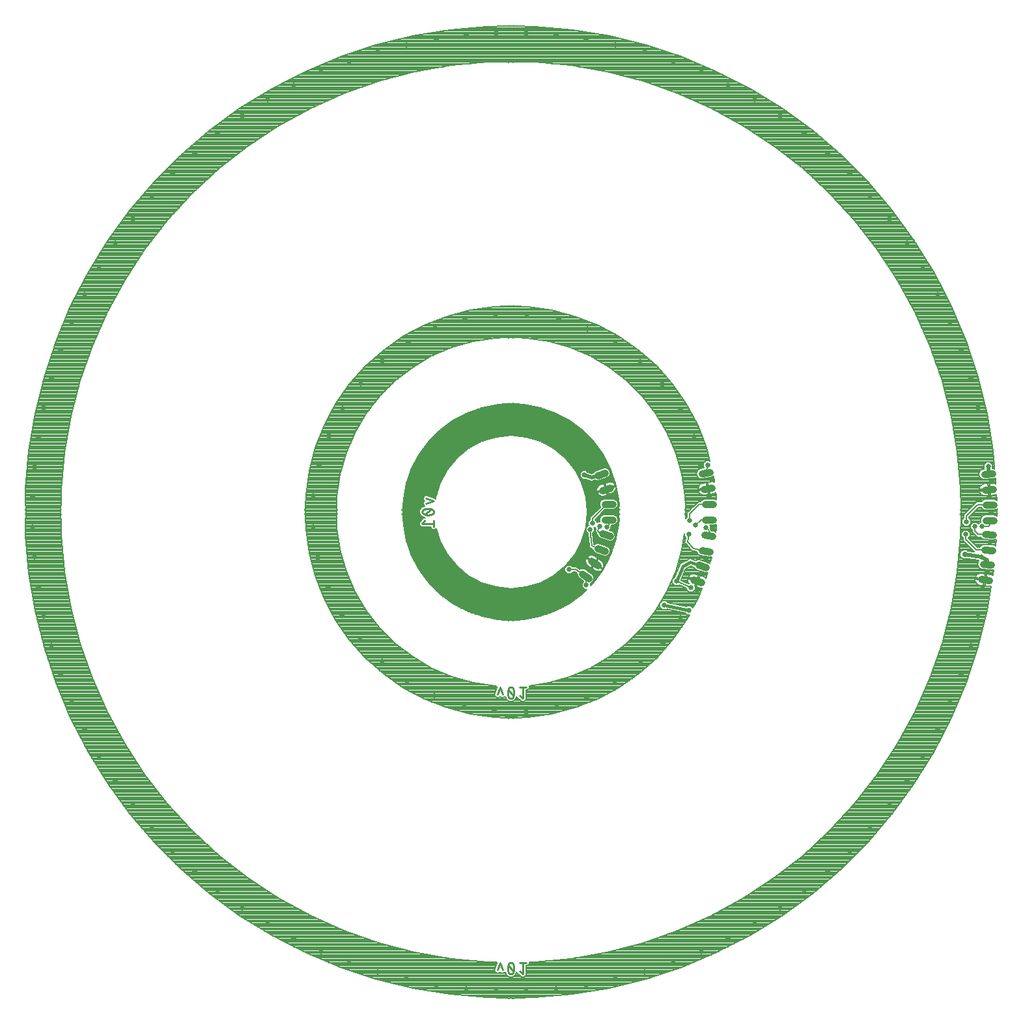
<source format=gbl>
G75*
%MOIN*%
%OFA0B0*%
%FSLAX25Y25*%
%IPPOS*%
%LPD*%
%AMOC8*
5,1,8,0,0,1.08239X$1,22.5*
%
%ADD10C,0.01100*%
%ADD11C,0.03500*%
%ADD12C,0.02600*%
%ADD13C,0.00700*%
%ADD14C,0.02000*%
%ADD15C,0.00600*%
%ADD16C,0.01600*%
%ADD17C,0.00800*%
%ADD18C,0.02778*%
D10*
X0266850Y0071767D02*
X0268161Y0075700D01*
X0269472Y0071767D01*
X0275338Y0072750D02*
X0275336Y0072888D01*
X0275330Y0073026D01*
X0275320Y0073163D01*
X0275307Y0073300D01*
X0275289Y0073437D01*
X0275268Y0073573D01*
X0275243Y0073709D01*
X0275213Y0073843D01*
X0275181Y0073977D01*
X0275144Y0074110D01*
X0275104Y0074242D01*
X0275059Y0074372D01*
X0275012Y0074502D01*
X0274960Y0074629D01*
X0274905Y0074756D01*
X0274846Y0074881D01*
X0274847Y0074880D02*
X0274823Y0074944D01*
X0274796Y0075007D01*
X0274765Y0075068D01*
X0274730Y0075127D01*
X0274693Y0075184D01*
X0274652Y0075239D01*
X0274608Y0075291D01*
X0274561Y0075341D01*
X0274512Y0075388D01*
X0274460Y0075433D01*
X0274405Y0075474D01*
X0274348Y0075512D01*
X0274289Y0075547D01*
X0274229Y0075579D01*
X0274166Y0075607D01*
X0274103Y0075631D01*
X0274037Y0075652D01*
X0273971Y0075669D01*
X0273904Y0075683D01*
X0273837Y0075692D01*
X0273768Y0075698D01*
X0273700Y0075700D01*
X0273632Y0075698D01*
X0273563Y0075692D01*
X0273496Y0075683D01*
X0273429Y0075669D01*
X0273363Y0075652D01*
X0273297Y0075631D01*
X0273234Y0075607D01*
X0273171Y0075579D01*
X0273111Y0075547D01*
X0273052Y0075512D01*
X0272995Y0075474D01*
X0272940Y0075433D01*
X0272888Y0075388D01*
X0272839Y0075341D01*
X0272792Y0075291D01*
X0272748Y0075239D01*
X0272707Y0075184D01*
X0272670Y0075127D01*
X0272635Y0075068D01*
X0272604Y0075007D01*
X0272577Y0074944D01*
X0272553Y0074880D01*
X0272389Y0074389D02*
X0275011Y0071111D01*
X0274847Y0070620D02*
X0274823Y0070556D01*
X0274796Y0070493D01*
X0274765Y0070432D01*
X0274730Y0070373D01*
X0274693Y0070316D01*
X0274652Y0070261D01*
X0274608Y0070209D01*
X0274561Y0070159D01*
X0274512Y0070112D01*
X0274460Y0070067D01*
X0274405Y0070026D01*
X0274348Y0069988D01*
X0274289Y0069953D01*
X0274229Y0069921D01*
X0274166Y0069893D01*
X0274103Y0069869D01*
X0274037Y0069848D01*
X0273971Y0069831D01*
X0273904Y0069817D01*
X0273837Y0069808D01*
X0273768Y0069802D01*
X0273700Y0069800D01*
X0273632Y0069802D01*
X0273563Y0069808D01*
X0273496Y0069817D01*
X0273429Y0069831D01*
X0273363Y0069848D01*
X0273297Y0069869D01*
X0273234Y0069893D01*
X0273171Y0069921D01*
X0273111Y0069953D01*
X0273052Y0069988D01*
X0272995Y0070026D01*
X0272940Y0070067D01*
X0272888Y0070112D01*
X0272839Y0070159D01*
X0272792Y0070209D01*
X0272748Y0070261D01*
X0272707Y0070316D01*
X0272670Y0070373D01*
X0272635Y0070432D01*
X0272604Y0070493D01*
X0272577Y0070556D01*
X0272553Y0070620D01*
X0274847Y0070619D02*
X0274906Y0070744D01*
X0274961Y0070871D01*
X0275013Y0070998D01*
X0275060Y0071128D01*
X0275105Y0071258D01*
X0275145Y0071390D01*
X0275182Y0071523D01*
X0275214Y0071657D01*
X0275244Y0071791D01*
X0275269Y0071927D01*
X0275290Y0072063D01*
X0275308Y0072200D01*
X0275321Y0072337D01*
X0275331Y0072474D01*
X0275337Y0072612D01*
X0275339Y0072750D01*
X0272061Y0072750D02*
X0272063Y0072612D01*
X0272069Y0072474D01*
X0272079Y0072337D01*
X0272092Y0072200D01*
X0272110Y0072063D01*
X0272131Y0071927D01*
X0272156Y0071791D01*
X0272186Y0071657D01*
X0272218Y0071523D01*
X0272255Y0071390D01*
X0272295Y0071258D01*
X0272340Y0071128D01*
X0272387Y0070998D01*
X0272439Y0070871D01*
X0272494Y0070744D01*
X0272553Y0070619D01*
X0272061Y0072750D02*
X0272063Y0072888D01*
X0272069Y0073026D01*
X0272079Y0073163D01*
X0272092Y0073300D01*
X0272110Y0073437D01*
X0272131Y0073573D01*
X0272156Y0073709D01*
X0272186Y0073843D01*
X0272218Y0073977D01*
X0272255Y0074110D01*
X0272295Y0074242D01*
X0272340Y0074372D01*
X0272387Y0074502D01*
X0272439Y0074629D01*
X0272494Y0074756D01*
X0272553Y0074881D01*
X0278215Y0075700D02*
X0281493Y0075700D01*
X0279854Y0075700D02*
X0279854Y0069800D01*
X0278215Y0071111D01*
X0279854Y0210800D02*
X0278215Y0212111D01*
X0272061Y0213750D02*
X0272063Y0213888D01*
X0272069Y0214026D01*
X0272079Y0214163D01*
X0272092Y0214300D01*
X0272110Y0214437D01*
X0272131Y0214573D01*
X0272156Y0214709D01*
X0272186Y0214843D01*
X0272218Y0214977D01*
X0272255Y0215110D01*
X0272295Y0215242D01*
X0272340Y0215372D01*
X0272387Y0215502D01*
X0272439Y0215629D01*
X0272494Y0215756D01*
X0272553Y0215881D01*
X0272389Y0215389D02*
X0275011Y0212111D01*
X0274847Y0211620D02*
X0274823Y0211556D01*
X0274796Y0211493D01*
X0274765Y0211432D01*
X0274730Y0211373D01*
X0274693Y0211316D01*
X0274652Y0211261D01*
X0274608Y0211209D01*
X0274561Y0211159D01*
X0274512Y0211112D01*
X0274460Y0211067D01*
X0274405Y0211026D01*
X0274348Y0210988D01*
X0274289Y0210953D01*
X0274229Y0210921D01*
X0274166Y0210893D01*
X0274103Y0210869D01*
X0274037Y0210848D01*
X0273971Y0210831D01*
X0273904Y0210817D01*
X0273837Y0210808D01*
X0273768Y0210802D01*
X0273700Y0210800D01*
X0273632Y0210802D01*
X0273563Y0210808D01*
X0273496Y0210817D01*
X0273429Y0210831D01*
X0273363Y0210848D01*
X0273297Y0210869D01*
X0273234Y0210893D01*
X0273171Y0210921D01*
X0273111Y0210953D01*
X0273052Y0210988D01*
X0272995Y0211026D01*
X0272940Y0211067D01*
X0272888Y0211112D01*
X0272839Y0211159D01*
X0272792Y0211209D01*
X0272748Y0211261D01*
X0272707Y0211316D01*
X0272670Y0211373D01*
X0272635Y0211432D01*
X0272604Y0211493D01*
X0272577Y0211556D01*
X0272553Y0211620D01*
X0274847Y0211619D02*
X0274906Y0211744D01*
X0274961Y0211871D01*
X0275013Y0211998D01*
X0275060Y0212128D01*
X0275105Y0212258D01*
X0275145Y0212390D01*
X0275182Y0212523D01*
X0275214Y0212657D01*
X0275244Y0212791D01*
X0275269Y0212927D01*
X0275290Y0213063D01*
X0275308Y0213200D01*
X0275321Y0213337D01*
X0275331Y0213474D01*
X0275337Y0213612D01*
X0275339Y0213750D01*
X0272061Y0213750D02*
X0272063Y0213612D01*
X0272069Y0213474D01*
X0272079Y0213337D01*
X0272092Y0213200D01*
X0272110Y0213063D01*
X0272131Y0212927D01*
X0272156Y0212791D01*
X0272186Y0212657D01*
X0272218Y0212523D01*
X0272255Y0212390D01*
X0272295Y0212258D01*
X0272340Y0212128D01*
X0272387Y0211998D01*
X0272439Y0211871D01*
X0272494Y0211744D01*
X0272553Y0211619D01*
X0275338Y0213750D02*
X0275336Y0213888D01*
X0275330Y0214026D01*
X0275320Y0214163D01*
X0275307Y0214300D01*
X0275289Y0214437D01*
X0275268Y0214573D01*
X0275243Y0214709D01*
X0275213Y0214843D01*
X0275181Y0214977D01*
X0275144Y0215110D01*
X0275104Y0215242D01*
X0275059Y0215372D01*
X0275012Y0215502D01*
X0274960Y0215629D01*
X0274905Y0215756D01*
X0274846Y0215881D01*
X0274847Y0215880D02*
X0274823Y0215944D01*
X0274796Y0216007D01*
X0274765Y0216068D01*
X0274730Y0216127D01*
X0274693Y0216184D01*
X0274652Y0216239D01*
X0274608Y0216291D01*
X0274561Y0216341D01*
X0274512Y0216388D01*
X0274460Y0216433D01*
X0274405Y0216474D01*
X0274348Y0216512D01*
X0274289Y0216547D01*
X0274229Y0216579D01*
X0274166Y0216607D01*
X0274103Y0216631D01*
X0274037Y0216652D01*
X0273971Y0216669D01*
X0273904Y0216683D01*
X0273837Y0216692D01*
X0273768Y0216698D01*
X0273700Y0216700D01*
X0273632Y0216698D01*
X0273563Y0216692D01*
X0273496Y0216683D01*
X0273429Y0216669D01*
X0273363Y0216652D01*
X0273297Y0216631D01*
X0273234Y0216607D01*
X0273171Y0216579D01*
X0273111Y0216547D01*
X0273052Y0216512D01*
X0272995Y0216474D01*
X0272940Y0216433D01*
X0272888Y0216388D01*
X0272839Y0216341D01*
X0272792Y0216291D01*
X0272748Y0216239D01*
X0272707Y0216184D01*
X0272670Y0216127D01*
X0272635Y0216068D01*
X0272604Y0216007D01*
X0272577Y0215944D01*
X0272553Y0215880D01*
X0269472Y0212767D02*
X0268161Y0216700D01*
X0266850Y0212767D01*
X0278215Y0216700D02*
X0281493Y0216700D01*
X0279854Y0216700D02*
X0279854Y0210800D01*
X0234250Y0298557D02*
X0234250Y0301835D01*
X0234250Y0300196D02*
X0228350Y0300196D01*
X0229661Y0301835D01*
X0231300Y0307989D02*
X0231438Y0307987D01*
X0231576Y0307981D01*
X0231713Y0307971D01*
X0231850Y0307958D01*
X0231987Y0307940D01*
X0232123Y0307919D01*
X0232259Y0307894D01*
X0232393Y0307864D01*
X0232527Y0307832D01*
X0232660Y0307795D01*
X0232792Y0307755D01*
X0232922Y0307710D01*
X0233052Y0307663D01*
X0233179Y0307611D01*
X0233306Y0307556D01*
X0233431Y0307497D01*
X0232939Y0307661D02*
X0229661Y0305039D01*
X0229170Y0305203D02*
X0229106Y0305227D01*
X0229043Y0305254D01*
X0228982Y0305285D01*
X0228923Y0305320D01*
X0228866Y0305357D01*
X0228811Y0305398D01*
X0228759Y0305442D01*
X0228709Y0305489D01*
X0228662Y0305538D01*
X0228617Y0305590D01*
X0228576Y0305645D01*
X0228538Y0305702D01*
X0228503Y0305761D01*
X0228471Y0305821D01*
X0228443Y0305884D01*
X0228419Y0305947D01*
X0228398Y0306013D01*
X0228381Y0306079D01*
X0228367Y0306146D01*
X0228358Y0306213D01*
X0228352Y0306282D01*
X0228350Y0306350D01*
X0228352Y0306418D01*
X0228358Y0306487D01*
X0228367Y0306554D01*
X0228381Y0306621D01*
X0228398Y0306687D01*
X0228419Y0306753D01*
X0228443Y0306816D01*
X0228471Y0306879D01*
X0228503Y0306939D01*
X0228538Y0306998D01*
X0228576Y0307055D01*
X0228617Y0307110D01*
X0228662Y0307162D01*
X0228709Y0307211D01*
X0228759Y0307258D01*
X0228811Y0307302D01*
X0228866Y0307343D01*
X0228923Y0307380D01*
X0228982Y0307415D01*
X0229043Y0307446D01*
X0229106Y0307473D01*
X0229170Y0307497D01*
X0229169Y0305203D02*
X0229294Y0305144D01*
X0229421Y0305089D01*
X0229548Y0305037D01*
X0229678Y0304990D01*
X0229808Y0304945D01*
X0229940Y0304905D01*
X0230073Y0304868D01*
X0230207Y0304836D01*
X0230341Y0304806D01*
X0230477Y0304781D01*
X0230613Y0304760D01*
X0230750Y0304742D01*
X0230887Y0304729D01*
X0231024Y0304719D01*
X0231162Y0304713D01*
X0231300Y0304711D01*
X0231300Y0307989D02*
X0231162Y0307987D01*
X0231024Y0307981D01*
X0230887Y0307971D01*
X0230750Y0307958D01*
X0230613Y0307940D01*
X0230477Y0307919D01*
X0230341Y0307894D01*
X0230207Y0307864D01*
X0230073Y0307832D01*
X0229940Y0307795D01*
X0229808Y0307755D01*
X0229678Y0307710D01*
X0229548Y0307663D01*
X0229421Y0307611D01*
X0229294Y0307556D01*
X0229169Y0307497D01*
X0231300Y0304712D02*
X0231438Y0304714D01*
X0231576Y0304720D01*
X0231713Y0304730D01*
X0231850Y0304743D01*
X0231987Y0304761D01*
X0232123Y0304782D01*
X0232259Y0304807D01*
X0232393Y0304837D01*
X0232527Y0304869D01*
X0232660Y0304906D01*
X0232792Y0304946D01*
X0232922Y0304991D01*
X0233052Y0305038D01*
X0233179Y0305090D01*
X0233306Y0305145D01*
X0233431Y0305204D01*
X0234250Y0306350D02*
X0234248Y0306418D01*
X0234242Y0306487D01*
X0234233Y0306554D01*
X0234219Y0306621D01*
X0234202Y0306687D01*
X0234181Y0306753D01*
X0234157Y0306816D01*
X0234129Y0306879D01*
X0234097Y0306939D01*
X0234062Y0306998D01*
X0234024Y0307055D01*
X0233983Y0307110D01*
X0233938Y0307162D01*
X0233891Y0307211D01*
X0233841Y0307258D01*
X0233789Y0307302D01*
X0233734Y0307343D01*
X0233677Y0307380D01*
X0233618Y0307415D01*
X0233557Y0307446D01*
X0233494Y0307473D01*
X0233430Y0307497D01*
X0234250Y0306350D02*
X0234248Y0306282D01*
X0234242Y0306213D01*
X0234233Y0306146D01*
X0234219Y0306079D01*
X0234202Y0306013D01*
X0234181Y0305947D01*
X0234157Y0305884D01*
X0234129Y0305821D01*
X0234097Y0305761D01*
X0234062Y0305702D01*
X0234024Y0305645D01*
X0233983Y0305590D01*
X0233938Y0305538D01*
X0233891Y0305489D01*
X0233841Y0305442D01*
X0233789Y0305398D01*
X0233734Y0305357D01*
X0233677Y0305320D01*
X0233618Y0305285D01*
X0233557Y0305254D01*
X0233494Y0305227D01*
X0233430Y0305203D01*
X0230317Y0310578D02*
X0234250Y0311889D01*
X0230317Y0313200D01*
D11*
X0310331Y0274689D02*
X0313567Y0272339D01*
X0318269Y0278811D02*
X0315033Y0281161D01*
X0318162Y0287564D02*
X0321966Y0286328D01*
X0324438Y0293936D02*
X0320634Y0295172D01*
X0321800Y0302250D02*
X0325800Y0302250D01*
X0325800Y0310250D02*
X0321800Y0310250D01*
X0320634Y0317328D02*
X0324438Y0318564D01*
X0321966Y0326172D02*
X0318162Y0324936D01*
X0369784Y0279172D02*
X0373588Y0277936D01*
X0371116Y0270328D02*
X0367312Y0271564D01*
X0371549Y0286611D02*
X0375499Y0285987D01*
X0376751Y0293889D02*
X0372801Y0294513D01*
X0373300Y0302300D02*
X0377300Y0302300D01*
X0377300Y0310300D02*
X0373300Y0310300D01*
X0372701Y0317987D02*
X0376651Y0318611D01*
X0375399Y0326513D02*
X0371449Y0325889D01*
X0516053Y0325617D02*
X0520045Y0325867D01*
X0520547Y0317883D02*
X0516555Y0317633D01*
X0516800Y0310050D02*
X0520800Y0310050D01*
X0520800Y0302050D02*
X0516800Y0302050D01*
X0516605Y0294937D02*
X0520597Y0294687D01*
X0520095Y0286703D02*
X0516103Y0286953D01*
X0515467Y0279718D02*
X0519435Y0279218D01*
X0518433Y0271282D02*
X0514465Y0271782D01*
D12*
X0515150Y0267305D03*
X0517534Y0275424D03*
X0514550Y0283250D03*
X0518963Y0290693D03*
X0514800Y0298750D03*
X0511300Y0298750D03*
X0506800Y0301250D03*
X0506550Y0294750D03*
X0519429Y0306304D03*
X0518679Y0313946D03*
X0519713Y0322057D03*
X0518050Y0329500D03*
X0515784Y0344576D03*
X0512900Y0359695D03*
X0509072Y0374603D03*
X0504316Y0389241D03*
X0498650Y0403551D03*
X0492097Y0417478D03*
X0484682Y0430965D03*
X0476435Y0443960D03*
X0467388Y0456412D03*
X0457577Y0468271D03*
X0447041Y0479491D03*
X0435821Y0490027D03*
X0423962Y0499838D03*
X0411510Y0508885D03*
X0398515Y0517132D03*
X0385028Y0524547D03*
X0371101Y0531100D03*
X0356791Y0536766D03*
X0342153Y0541522D03*
X0327245Y0545350D03*
X0312126Y0548234D03*
X0296857Y0550163D03*
X0281496Y0551129D03*
X0266104Y0551129D03*
X0250743Y0550163D03*
X0235474Y0548234D03*
X0220355Y0545350D03*
X0205447Y0541522D03*
X0190809Y0536766D03*
X0176499Y0531100D03*
X0162572Y0524547D03*
X0149085Y0517132D03*
X0136090Y0508885D03*
X0123638Y0499838D03*
X0111779Y0490027D03*
X0100559Y0479491D03*
X0090023Y0468271D03*
X0080212Y0456412D03*
X0071165Y0443960D03*
X0062918Y0430965D03*
X0055503Y0417478D03*
X0048950Y0403551D03*
X0043284Y0389241D03*
X0038528Y0374603D03*
X0034700Y0359695D03*
X0031816Y0344576D03*
X0029887Y0329307D03*
X0028921Y0313946D03*
X0028921Y0298554D03*
X0029887Y0283193D03*
X0031816Y0267924D03*
X0034700Y0252805D03*
X0038528Y0237897D03*
X0043284Y0223259D03*
X0048950Y0208949D03*
X0055503Y0195022D03*
X0062918Y0181535D03*
X0071165Y0168540D03*
X0080212Y0156088D03*
X0090023Y0144229D03*
X0100559Y0133009D03*
X0111779Y0122473D03*
X0123638Y0112662D03*
X0136090Y0103615D03*
X0149085Y0095368D03*
X0162572Y0087953D03*
X0176499Y0081400D03*
X0190809Y0075734D03*
X0205447Y0070978D03*
X0220355Y0067150D03*
X0235474Y0064266D03*
X0250743Y0062337D03*
X0266104Y0061371D03*
X0281496Y0061371D03*
X0296857Y0062337D03*
X0312126Y0064266D03*
X0327245Y0067150D03*
X0342153Y0070978D03*
X0356791Y0075734D03*
X0371101Y0081400D03*
X0385028Y0087953D03*
X0398515Y0095368D03*
X0411510Y0103615D03*
X0423962Y0112662D03*
X0435821Y0122473D03*
X0447041Y0133009D03*
X0457577Y0144229D03*
X0467388Y0156088D03*
X0476435Y0168540D03*
X0484682Y0181535D03*
X0492097Y0195022D03*
X0498650Y0208949D03*
X0504316Y0223259D03*
X0509072Y0237897D03*
X0512900Y0252805D03*
X0373373Y0281931D03*
X0364800Y0295000D03*
X0368300Y0299500D03*
X0365300Y0301750D03*
X0373550Y0298250D03*
X0376952Y0298057D03*
X0375315Y0314191D03*
X0374550Y0330250D03*
X0371011Y0329787D03*
X0367401Y0344753D03*
X0360405Y0359012D03*
X0351252Y0371712D03*
X0339974Y0383130D03*
X0327149Y0392735D03*
X0312897Y0400043D03*
X0298119Y0405073D03*
X0281993Y0407652D03*
X0266009Y0407715D03*
X0250213Y0405011D03*
X0234947Y0400601D03*
X0221088Y0393355D03*
X0208038Y0383702D03*
X0196820Y0372074D03*
X0187565Y0359099D03*
X0180507Y0345347D03*
X0175477Y0330069D03*
X0172398Y0314443D03*
X0172585Y0298559D03*
X0175039Y0282913D03*
X0180199Y0267647D03*
X0187195Y0253288D03*
X0196598Y0240488D03*
X0207976Y0229820D03*
X0220451Y0220065D03*
X0234703Y0212207D03*
X0249731Y0207677D03*
X0265357Y0204598D03*
X0281441Y0204035D03*
X0297137Y0206489D03*
X0312653Y0211399D03*
X0326762Y0219895D03*
X0340062Y0228798D03*
X0351480Y0239376D03*
X0360485Y0252351D03*
X0364800Y0256000D03*
X0368843Y0266153D03*
X0365800Y0267500D03*
X0358550Y0270750D03*
X0352300Y0258500D03*
X0320728Y0282314D03*
X0312300Y0268750D03*
X0309228Y0270064D03*
X0303550Y0276750D03*
X0295898Y0260746D03*
X0280898Y0255746D03*
X0264944Y0256025D03*
X0249857Y0261220D03*
X0237114Y0270822D03*
X0227962Y0283893D03*
X0223296Y0299152D03*
X0223575Y0315106D03*
X0228770Y0330193D03*
X0238372Y0342936D03*
X0251443Y0352088D03*
X0266702Y0356754D03*
X0282656Y0356475D03*
X0297743Y0351280D03*
X0310486Y0341678D03*
X0318888Y0329857D03*
X0311300Y0325250D03*
X0325804Y0314598D03*
X0322800Y0298500D03*
X0326025Y0297894D03*
X0319050Y0299000D03*
X0315550Y0300500D03*
X0314300Y0297250D03*
D13*
X0315050Y0288750D01*
X0320064Y0286946D01*
X0322536Y0294554D02*
X0318550Y0296000D01*
X0318300Y0296750D01*
X0319050Y0299000D01*
X0322800Y0298500D02*
X0323800Y0299500D01*
X0323800Y0302250D01*
X0323800Y0310250D02*
X0323477Y0310573D01*
X0323227Y0310573D01*
X0315550Y0302895D01*
X0315550Y0300500D01*
X0306800Y0277000D02*
X0303550Y0276750D01*
X0306800Y0277000D02*
X0311949Y0273514D01*
X0312300Y0268750D01*
D14*
X0315050Y0324000D02*
X0320064Y0325554D01*
X0315050Y0324000D02*
X0311300Y0325250D01*
X0506050Y0284500D02*
X0514550Y0283250D01*
X0517451Y0281731D01*
X0517451Y0279468D01*
X0518049Y0325742D02*
X0518049Y0329499D01*
X0518050Y0329500D01*
D15*
X0375300Y0310300D02*
X0370350Y0310300D01*
X0365300Y0305250D01*
X0365300Y0301750D01*
X0368300Y0299500D02*
X0371100Y0302300D01*
X0375300Y0302300D01*
X0373550Y0298250D02*
X0375050Y0296750D01*
X0374776Y0294201D01*
X0373524Y0286299D02*
X0367300Y0287500D01*
X0364050Y0291000D01*
X0364800Y0295000D01*
X0358550Y0270750D02*
X0365800Y0267500D01*
X0327292Y0291616D02*
X0328803Y0299692D01*
X0329065Y0303301D01*
X0329000Y0303367D01*
X0329000Y0304733D01*
X0329467Y0305200D01*
X0329000Y0305667D01*
X0329000Y0307033D01*
X0329417Y0307450D01*
X0329000Y0307867D01*
X0329000Y0309233D01*
X0329058Y0309292D01*
X0328803Y0312808D01*
X0327292Y0320884D01*
X0324590Y0328643D01*
X0320758Y0335910D01*
X0315883Y0342523D01*
X0310073Y0348333D01*
X0303460Y0353208D01*
X0296193Y0357040D01*
X0288434Y0359742D01*
X0280358Y0361253D01*
X0276268Y0361550D01*
X0275317Y0361550D01*
X0274850Y0362017D01*
X0274383Y0361550D01*
X0273017Y0361550D01*
X0272600Y0361967D01*
X0272183Y0361550D01*
X0271332Y0361550D01*
X0267242Y0361253D01*
X0259166Y0359742D01*
X0251407Y0357040D01*
X0244140Y0353208D01*
X0237527Y0348333D01*
X0231717Y0342523D01*
X0226842Y0335910D01*
X0223010Y0328643D01*
X0220308Y0320884D01*
X0218797Y0312808D01*
X0218500Y0308718D01*
X0218500Y0308253D01*
X0218483Y0308236D01*
X0218482Y0308211D01*
X0218450Y0308182D01*
X0218450Y0307817D01*
X0218033Y0307400D01*
X0218450Y0306983D01*
X0218450Y0305617D01*
X0217983Y0305150D01*
X0218450Y0304683D01*
X0218450Y0304318D01*
X0218482Y0304289D01*
X0218483Y0304264D01*
X0218500Y0304247D01*
X0218500Y0303782D01*
X0218797Y0299692D01*
X0220308Y0291616D01*
X0223010Y0283857D01*
X0226842Y0276590D01*
X0231717Y0269977D01*
X0237527Y0264167D01*
X0244140Y0259292D01*
X0251407Y0255460D01*
X0259166Y0252758D01*
X0267242Y0251247D01*
X0270851Y0250985D01*
X0270867Y0251000D01*
X0272233Y0251000D01*
X0272650Y0250583D01*
X0273067Y0251000D01*
X0274433Y0251000D01*
X0274900Y0250533D01*
X0275367Y0251000D01*
X0276733Y0251000D01*
X0276749Y0250985D01*
X0280358Y0251247D01*
X0288434Y0252758D01*
X0296193Y0255460D01*
X0303460Y0259292D01*
X0310073Y0264167D01*
X0312456Y0266550D01*
X0311389Y0266550D01*
X0310100Y0267839D01*
X0310100Y0269661D01*
X0310919Y0270480D01*
X0310880Y0271015D01*
X0308347Y0272855D01*
X0307796Y0273754D01*
X0307631Y0274796D01*
X0307658Y0274909D01*
X0306461Y0275720D01*
X0305562Y0275651D01*
X0304461Y0274550D01*
X0302639Y0274550D01*
X0301350Y0275839D01*
X0301350Y0277661D01*
X0302639Y0278950D01*
X0304461Y0278950D01*
X0305275Y0278136D01*
X0306633Y0278241D01*
X0307072Y0278325D01*
X0307139Y0278280D01*
X0307220Y0278286D01*
X0307560Y0277995D01*
X0309030Y0277000D01*
X0309396Y0277224D01*
X0310437Y0277389D01*
X0311462Y0277143D01*
X0315551Y0274172D01*
X0316102Y0273274D01*
X0316267Y0272232D01*
X0316021Y0271207D01*
X0315401Y0270354D01*
X0314502Y0269803D01*
X0314378Y0269784D01*
X0314500Y0269661D01*
X0314500Y0268594D01*
X0315883Y0269977D01*
X0320758Y0276590D01*
X0324590Y0283857D01*
X0327292Y0291616D01*
X0327323Y0291783D02*
X0326049Y0291783D01*
X0326111Y0291814D02*
X0326796Y0292616D01*
X0327121Y0293619D01*
X0327039Y0294670D01*
X0326560Y0295609D01*
X0325758Y0296294D01*
X0324208Y0296797D01*
X0325000Y0297589D01*
X0325000Y0298932D01*
X0325050Y0298982D01*
X0325050Y0299600D01*
X0326327Y0299600D01*
X0327301Y0300003D01*
X0328047Y0300749D01*
X0328450Y0301723D01*
X0328450Y0302777D01*
X0328047Y0303751D01*
X0327301Y0304497D01*
X0326327Y0304900D01*
X0321273Y0304900D01*
X0320299Y0304497D01*
X0319553Y0303751D01*
X0319150Y0302777D01*
X0319150Y0301723D01*
X0319367Y0301200D01*
X0318139Y0301200D01*
X0317750Y0300811D01*
X0317750Y0301411D01*
X0316800Y0302361D01*
X0316800Y0302377D01*
X0322023Y0307600D01*
X0326327Y0307600D01*
X0327301Y0308003D01*
X0328047Y0308749D01*
X0328450Y0309723D01*
X0328450Y0310777D01*
X0328047Y0311751D01*
X0327301Y0312497D01*
X0326327Y0312900D01*
X0321273Y0312900D01*
X0320299Y0312497D01*
X0319553Y0311751D01*
X0319150Y0310777D01*
X0319150Y0309723D01*
X0319553Y0308749D01*
X0319595Y0308708D01*
X0314300Y0303413D01*
X0314300Y0302361D01*
X0313350Y0301411D01*
X0313350Y0299589D01*
X0313489Y0299450D01*
X0313389Y0299450D01*
X0312119Y0298180D01*
X0312247Y0298602D01*
X0313000Y0306250D01*
X0312247Y0313898D01*
X0310016Y0321251D01*
X0310016Y0321251D01*
X0306394Y0328028D01*
X0306394Y0328028D01*
X0301519Y0333969D01*
X0295578Y0338844D01*
X0288801Y0342466D01*
X0281448Y0344697D01*
X0281448Y0344697D01*
X0273800Y0345450D01*
X0266152Y0344697D01*
X0258799Y0342466D01*
X0258799Y0342466D01*
X0252022Y0338844D01*
X0252022Y0338844D01*
X0246081Y0333969D01*
X0246081Y0333969D01*
X0246081Y0333969D01*
X0241206Y0328028D01*
X0237584Y0321251D01*
X0235353Y0313898D01*
X0235353Y0313898D01*
X0235272Y0313077D01*
X0234806Y0313232D01*
X0234361Y0313454D01*
X0234250Y0313417D01*
X0230205Y0314766D01*
X0229131Y0314228D01*
X0228751Y0313089D01*
X0229288Y0312014D01*
X0229665Y0311889D01*
X0229288Y0311763D01*
X0228751Y0310689D01*
X0229131Y0309549D01*
X0229594Y0309318D01*
X0228615Y0308840D01*
X0227892Y0308592D01*
X0226900Y0307204D01*
X0226900Y0305497D01*
X0227892Y0304108D01*
X0228615Y0303860D01*
X0228832Y0303754D01*
X0228904Y0303664D01*
X0229050Y0303648D01*
X0229755Y0303304D01*
X0228904Y0303210D01*
X0227268Y0301165D01*
X0226900Y0300797D01*
X0226900Y0300705D01*
X0226843Y0300633D01*
X0226900Y0300116D01*
X0226900Y0299596D01*
X0226965Y0299531D01*
X0226975Y0299439D01*
X0227382Y0299114D01*
X0227749Y0298746D01*
X0227841Y0298746D01*
X0227913Y0298689D01*
X0228430Y0298746D01*
X0232800Y0298746D01*
X0232800Y0297957D01*
X0233649Y0297107D01*
X0234851Y0297107D01*
X0235584Y0297841D01*
X0237584Y0291249D01*
X0237584Y0291249D01*
X0241206Y0284472D01*
X0241206Y0284472D01*
X0246081Y0278531D01*
X0246081Y0278531D01*
X0246081Y0278531D01*
X0252022Y0273656D01*
X0258799Y0270034D01*
X0266152Y0267803D01*
X0266152Y0267803D01*
X0273800Y0267050D01*
X0281448Y0267803D01*
X0288801Y0270034D01*
X0295578Y0273656D01*
X0301519Y0278531D01*
X0301519Y0278531D01*
X0306394Y0284472D01*
X0310016Y0291249D01*
X0312100Y0298119D01*
X0312100Y0296339D01*
X0313225Y0295214D01*
X0313781Y0288914D01*
X0313699Y0288686D01*
X0313824Y0288419D01*
X0313850Y0288124D01*
X0314036Y0287969D01*
X0314140Y0287749D01*
X0314418Y0287649D01*
X0314644Y0287459D01*
X0314886Y0287481D01*
X0315528Y0287249D01*
X0315561Y0286830D01*
X0316040Y0285891D01*
X0316842Y0285206D01*
X0321648Y0283645D01*
X0322699Y0283727D01*
X0323639Y0284206D01*
X0324323Y0285008D01*
X0324649Y0286010D01*
X0324567Y0287061D01*
X0324088Y0288000D01*
X0323286Y0288685D01*
X0318479Y0290247D01*
X0317428Y0290164D01*
X0316489Y0289686D01*
X0316407Y0289590D01*
X0316225Y0289656D01*
X0315705Y0295544D01*
X0316500Y0296339D01*
X0316500Y0298161D01*
X0316361Y0298300D01*
X0316461Y0298300D01*
X0316850Y0298689D01*
X0316850Y0298089D01*
X0317284Y0297655D01*
X0317142Y0297230D01*
X0316950Y0296846D01*
X0316982Y0296750D01*
X0316950Y0296654D01*
X0317142Y0296270D01*
X0317227Y0296017D01*
X0317198Y0295939D01*
X0317387Y0295536D01*
X0317528Y0295114D01*
X0317602Y0295076D01*
X0317637Y0295001D01*
X0318000Y0294870D01*
X0318033Y0294439D01*
X0318512Y0293499D01*
X0319314Y0292815D01*
X0324121Y0291253D01*
X0325172Y0291336D01*
X0326111Y0291814D01*
X0326595Y0292381D02*
X0327435Y0292381D01*
X0327547Y0292980D02*
X0326914Y0292980D01*
X0327108Y0293578D02*
X0327659Y0293578D01*
X0327771Y0294177D02*
X0327077Y0294177D01*
X0326985Y0294775D02*
X0327883Y0294775D01*
X0327995Y0295374D02*
X0326680Y0295374D01*
X0326134Y0295972D02*
X0328107Y0295972D01*
X0328219Y0296571D02*
X0324905Y0296571D01*
X0324581Y0297169D02*
X0328331Y0297169D01*
X0328443Y0297768D02*
X0325000Y0297768D01*
X0325000Y0298366D02*
X0328555Y0298366D01*
X0328667Y0298965D02*
X0325033Y0298965D01*
X0325050Y0299563D02*
X0328779Y0299563D01*
X0328837Y0300162D02*
X0327460Y0300162D01*
X0328051Y0300760D02*
X0328881Y0300760D01*
X0328924Y0301359D02*
X0328299Y0301359D01*
X0328450Y0301958D02*
X0328968Y0301958D01*
X0329011Y0302556D02*
X0328450Y0302556D01*
X0328294Y0303155D02*
X0329054Y0303155D01*
X0329000Y0303753D02*
X0328045Y0303753D01*
X0327446Y0304352D02*
X0329000Y0304352D01*
X0329217Y0304950D02*
X0319373Y0304950D01*
X0319971Y0305549D02*
X0329118Y0305549D01*
X0329000Y0306147D02*
X0320570Y0306147D01*
X0321168Y0306746D02*
X0329000Y0306746D01*
X0329311Y0307344D02*
X0321767Y0307344D01*
X0319428Y0308541D02*
X0312774Y0308541D01*
X0312833Y0307943D02*
X0318830Y0307943D01*
X0318231Y0307344D02*
X0312892Y0307344D01*
X0312951Y0306746D02*
X0317633Y0306746D01*
X0317034Y0306147D02*
X0312990Y0306147D01*
X0313000Y0306250D02*
X0313000Y0306250D01*
X0312931Y0305549D02*
X0316436Y0305549D01*
X0315837Y0304950D02*
X0312872Y0304950D01*
X0312813Y0304352D02*
X0315239Y0304352D01*
X0314640Y0303753D02*
X0312754Y0303753D01*
X0312695Y0303155D02*
X0314300Y0303155D01*
X0314300Y0302556D02*
X0312636Y0302556D01*
X0312577Y0301958D02*
X0313896Y0301958D01*
X0313350Y0301359D02*
X0312518Y0301359D01*
X0312459Y0300760D02*
X0313350Y0300760D01*
X0313350Y0300162D02*
X0312400Y0300162D01*
X0312341Y0299563D02*
X0313375Y0299563D01*
X0312904Y0298965D02*
X0312282Y0298965D01*
X0312305Y0298366D02*
X0312175Y0298366D01*
X0312100Y0297768D02*
X0311994Y0297768D01*
X0312100Y0297169D02*
X0311812Y0297169D01*
X0311630Y0296571D02*
X0312100Y0296571D01*
X0312466Y0295972D02*
X0311449Y0295972D01*
X0311267Y0295374D02*
X0313065Y0295374D01*
X0313263Y0294775D02*
X0311086Y0294775D01*
X0310904Y0294177D02*
X0313316Y0294177D01*
X0313369Y0293578D02*
X0310723Y0293578D01*
X0310541Y0292980D02*
X0313422Y0292980D01*
X0313475Y0292381D02*
X0310360Y0292381D01*
X0310178Y0291783D02*
X0313528Y0291783D01*
X0313580Y0291184D02*
X0309982Y0291184D01*
X0309662Y0290586D02*
X0313633Y0290586D01*
X0313686Y0289987D02*
X0309342Y0289987D01*
X0309022Y0289389D02*
X0313739Y0289389D01*
X0313736Y0288790D02*
X0308702Y0288790D01*
X0308382Y0288192D02*
X0313844Y0288192D01*
X0314484Y0287593D02*
X0308062Y0287593D01*
X0307742Y0286995D02*
X0315548Y0286995D01*
X0315783Y0286396D02*
X0307422Y0286396D01*
X0307102Y0285798D02*
X0316149Y0285798D01*
X0316864Y0285199D02*
X0306782Y0285199D01*
X0306463Y0284601D02*
X0318706Y0284601D01*
X0320548Y0284002D02*
X0316157Y0284002D01*
X0316037Y0284057D02*
X0315453Y0284197D01*
X0314853Y0284221D01*
X0314259Y0284127D01*
X0313696Y0283919D01*
X0313183Y0283605D01*
X0312742Y0283197D01*
X0312742Y0283197D01*
X0316585Y0280405D01*
X0318201Y0282630D01*
X0316583Y0283806D01*
X0316037Y0284057D01*
X0317136Y0283404D02*
X0324351Y0283404D01*
X0324640Y0284002D02*
X0323239Y0284002D01*
X0323976Y0284601D02*
X0324849Y0284601D01*
X0325057Y0285199D02*
X0324386Y0285199D01*
X0324580Y0285798D02*
X0325266Y0285798D01*
X0325474Y0286396D02*
X0324619Y0286396D01*
X0324572Y0286995D02*
X0325683Y0286995D01*
X0325891Y0287593D02*
X0324295Y0287593D01*
X0323864Y0288192D02*
X0326099Y0288192D01*
X0326308Y0288790D02*
X0322963Y0288790D01*
X0321121Y0289389D02*
X0326516Y0289389D01*
X0326725Y0289987D02*
X0319279Y0289987D01*
X0317081Y0289987D02*
X0316196Y0289987D01*
X0316143Y0290586D02*
X0326933Y0290586D01*
X0327142Y0291184D02*
X0316090Y0291184D01*
X0316037Y0291783D02*
X0322490Y0291783D01*
X0320648Y0292381D02*
X0315984Y0292381D01*
X0315932Y0292980D02*
X0319121Y0292980D01*
X0318472Y0293578D02*
X0315879Y0293578D01*
X0315826Y0294177D02*
X0318167Y0294177D01*
X0318007Y0294775D02*
X0315773Y0294775D01*
X0315720Y0295374D02*
X0317441Y0295374D01*
X0317210Y0295972D02*
X0316134Y0295972D01*
X0316500Y0296571D02*
X0316992Y0296571D01*
X0317112Y0297169D02*
X0316500Y0297169D01*
X0316500Y0297768D02*
X0317171Y0297768D01*
X0316850Y0298366D02*
X0316528Y0298366D01*
X0317750Y0301359D02*
X0319301Y0301359D01*
X0319150Y0301958D02*
X0317204Y0301958D01*
X0316979Y0302556D02*
X0319150Y0302556D01*
X0319306Y0303155D02*
X0317577Y0303155D01*
X0318176Y0303753D02*
X0319555Y0303753D01*
X0320154Y0304352D02*
X0318774Y0304352D01*
X0319392Y0309140D02*
X0312715Y0309140D01*
X0312656Y0309738D02*
X0319150Y0309738D01*
X0319150Y0310337D02*
X0312597Y0310337D01*
X0312539Y0310935D02*
X0319215Y0310935D01*
X0319463Y0311534D02*
X0312480Y0311534D01*
X0312421Y0312132D02*
X0319935Y0312132D01*
X0320864Y0312731D02*
X0312362Y0312731D01*
X0312303Y0313329D02*
X0328706Y0313329D01*
X0328809Y0312731D02*
X0326736Y0312731D01*
X0327665Y0312132D02*
X0328852Y0312132D01*
X0328896Y0311534D02*
X0328137Y0311534D01*
X0328385Y0310935D02*
X0328939Y0310935D01*
X0328983Y0310337D02*
X0328450Y0310337D01*
X0328450Y0309738D02*
X0329026Y0309738D01*
X0329000Y0309140D02*
X0328208Y0309140D01*
X0327839Y0308541D02*
X0329000Y0308541D01*
X0329000Y0307943D02*
X0327154Y0307943D01*
X0328594Y0313928D02*
X0312238Y0313928D01*
X0312247Y0313898D02*
X0312247Y0313898D01*
X0312056Y0314526D02*
X0319414Y0314526D01*
X0319517Y0314474D02*
X0320095Y0314311D01*
X0320694Y0314264D01*
X0321291Y0314334D01*
X0323193Y0314952D01*
X0322343Y0317568D01*
X0317826Y0316100D01*
X0317826Y0316100D01*
X0318120Y0315575D01*
X0318510Y0315119D01*
X0318982Y0314747D01*
X0319517Y0314474D01*
X0318504Y0315125D02*
X0311875Y0315125D01*
X0311693Y0315723D02*
X0318037Y0315723D01*
X0318509Y0316322D02*
X0311511Y0316322D01*
X0311330Y0316920D02*
X0317611Y0316920D01*
X0317640Y0316671D02*
X0317641Y0316671D01*
X0317640Y0316671D02*
X0317570Y0317268D01*
X0317617Y0317867D01*
X0317780Y0318445D01*
X0318053Y0318980D01*
X0318425Y0319452D01*
X0318882Y0319842D01*
X0319406Y0320136D01*
X0321308Y0320754D01*
X0322158Y0318138D01*
X0322343Y0317568D01*
X0322914Y0317753D01*
X0323764Y0315138D01*
X0325666Y0315756D01*
X0326191Y0316049D01*
X0326647Y0316440D01*
X0327019Y0316911D01*
X0327292Y0317447D01*
X0327455Y0318025D01*
X0327502Y0318624D01*
X0327432Y0319221D01*
X0327432Y0319221D01*
X0322914Y0317753D01*
X0322729Y0318324D01*
X0327246Y0319792D01*
X0326952Y0320316D01*
X0326562Y0320773D01*
X0326091Y0321145D01*
X0325555Y0321418D01*
X0324977Y0321581D01*
X0324378Y0321628D01*
X0323781Y0321557D01*
X0321879Y0320939D01*
X0322729Y0318324D01*
X0322158Y0318138D01*
X0317641Y0316671D01*
X0318409Y0316920D02*
X0320351Y0316920D01*
X0320251Y0317519D02*
X0322193Y0317519D01*
X0322359Y0317519D02*
X0322990Y0317519D01*
X0322796Y0318117D02*
X0324035Y0318117D01*
X0323935Y0318716D02*
X0325877Y0318716D01*
X0325777Y0319314D02*
X0327586Y0319314D01*
X0327246Y0319792D02*
X0327246Y0319792D01*
X0327178Y0319913D02*
X0327474Y0319913D01*
X0327362Y0320511D02*
X0326786Y0320511D01*
X0327213Y0321110D02*
X0326135Y0321110D01*
X0327005Y0321708D02*
X0309772Y0321708D01*
X0310059Y0321110D02*
X0322404Y0321110D01*
X0322018Y0320511D02*
X0321387Y0320511D01*
X0321582Y0319913D02*
X0322212Y0319913D01*
X0322407Y0319314D02*
X0321776Y0319314D01*
X0321970Y0318716D02*
X0322601Y0318716D01*
X0322165Y0318117D02*
X0322093Y0318117D01*
X0322554Y0316920D02*
X0323185Y0316920D01*
X0323379Y0316322D02*
X0322748Y0316322D01*
X0322943Y0315723D02*
X0323574Y0315723D01*
X0323137Y0315125D02*
X0328370Y0315125D01*
X0328258Y0315723D02*
X0325566Y0315723D01*
X0326509Y0316322D02*
X0328146Y0316322D01*
X0328034Y0316920D02*
X0327024Y0316920D01*
X0327312Y0317519D02*
X0327922Y0317519D01*
X0327810Y0318117D02*
X0327462Y0318117D01*
X0327491Y0318716D02*
X0327698Y0318716D01*
X0326796Y0322307D02*
X0318645Y0322307D01*
X0318479Y0322253D02*
X0317428Y0322336D01*
X0316925Y0322592D01*
X0315761Y0322231D01*
X0315196Y0321949D01*
X0315029Y0322004D01*
X0314861Y0321952D01*
X0314302Y0322247D01*
X0311892Y0323050D01*
X0310389Y0323050D01*
X0309100Y0324339D01*
X0309100Y0326161D01*
X0310389Y0327450D01*
X0312211Y0327450D01*
X0312963Y0326699D01*
X0315071Y0325996D01*
X0315851Y0326237D01*
X0316040Y0326609D01*
X0316842Y0327294D01*
X0321648Y0328855D01*
X0322699Y0328773D01*
X0323639Y0328294D01*
X0324323Y0327492D01*
X0324649Y0326490D01*
X0324567Y0325439D01*
X0324088Y0324499D01*
X0323286Y0323815D01*
X0318479Y0322253D01*
X0317795Y0322307D02*
X0316005Y0322307D01*
X0314121Y0322307D02*
X0309452Y0322307D01*
X0309132Y0322905D02*
X0312325Y0322905D01*
X0309935Y0323504D02*
X0308812Y0323504D01*
X0308492Y0324102D02*
X0309336Y0324102D01*
X0309100Y0324701D02*
X0308172Y0324701D01*
X0307852Y0325299D02*
X0309100Y0325299D01*
X0309100Y0325898D02*
X0307532Y0325898D01*
X0307212Y0326496D02*
X0309435Y0326496D01*
X0310034Y0327095D02*
X0306892Y0327095D01*
X0306573Y0327693D02*
X0318072Y0327693D01*
X0316609Y0327095D02*
X0312566Y0327095D01*
X0313569Y0326496D02*
X0315983Y0326496D01*
X0319914Y0328292D02*
X0306177Y0328292D01*
X0305686Y0328891D02*
X0324459Y0328891D01*
X0324712Y0328292D02*
X0323641Y0328292D01*
X0324152Y0327693D02*
X0324921Y0327693D01*
X0325129Y0327095D02*
X0324453Y0327095D01*
X0324647Y0326496D02*
X0325337Y0326496D01*
X0325546Y0325898D02*
X0324603Y0325898D01*
X0324495Y0325299D02*
X0325754Y0325299D01*
X0325963Y0324701D02*
X0324191Y0324701D01*
X0323623Y0324102D02*
X0326171Y0324102D01*
X0326380Y0323504D02*
X0322329Y0323504D01*
X0320487Y0322905D02*
X0326588Y0322905D01*
X0320562Y0320511D02*
X0310240Y0320511D01*
X0310422Y0319913D02*
X0319008Y0319913D01*
X0318316Y0319314D02*
X0310604Y0319314D01*
X0310785Y0318716D02*
X0317918Y0318716D01*
X0317688Y0318117D02*
X0310967Y0318117D01*
X0311148Y0317519D02*
X0317590Y0317519D01*
X0321882Y0314526D02*
X0328482Y0314526D01*
X0324144Y0329489D02*
X0305195Y0329489D01*
X0304704Y0330088D02*
X0323828Y0330088D01*
X0323513Y0330686D02*
X0304212Y0330686D01*
X0303721Y0331285D02*
X0323197Y0331285D01*
X0322882Y0331883D02*
X0303230Y0331883D01*
X0302739Y0332482D02*
X0322566Y0332482D01*
X0322250Y0333080D02*
X0302248Y0333080D01*
X0301757Y0333679D02*
X0321935Y0333679D01*
X0321619Y0334277D02*
X0301143Y0334277D01*
X0301519Y0333969D02*
X0301519Y0333969D01*
X0301519Y0333969D01*
X0300413Y0334876D02*
X0321304Y0334876D01*
X0320988Y0335474D02*
X0299684Y0335474D01*
X0298955Y0336073D02*
X0320639Y0336073D01*
X0320197Y0336671D02*
X0298225Y0336671D01*
X0297496Y0337270D02*
X0319756Y0337270D01*
X0319315Y0337868D02*
X0296767Y0337868D01*
X0296038Y0338467D02*
X0318873Y0338467D01*
X0318432Y0339065D02*
X0295164Y0339065D01*
X0295578Y0338844D02*
X0295578Y0338844D01*
X0294044Y0339664D02*
X0317991Y0339664D01*
X0317550Y0340262D02*
X0292924Y0340262D01*
X0291805Y0340861D02*
X0317108Y0340861D01*
X0316667Y0341459D02*
X0290685Y0341459D01*
X0289565Y0342058D02*
X0316226Y0342058D01*
X0315750Y0342656D02*
X0288174Y0342656D01*
X0288801Y0342466D02*
X0288801Y0342466D01*
X0286201Y0343255D02*
X0315151Y0343255D01*
X0314553Y0343853D02*
X0284228Y0343853D01*
X0282255Y0344452D02*
X0313954Y0344452D01*
X0313356Y0345050D02*
X0277858Y0345050D01*
X0273800Y0345450D02*
X0273800Y0345450D01*
X0269742Y0345050D02*
X0234244Y0345050D01*
X0233646Y0344452D02*
X0265345Y0344452D01*
X0266152Y0344697D02*
X0266152Y0344697D01*
X0263372Y0343853D02*
X0233047Y0343853D01*
X0232449Y0343255D02*
X0261399Y0343255D01*
X0259426Y0342656D02*
X0231850Y0342656D01*
X0231374Y0342058D02*
X0258035Y0342058D01*
X0256915Y0341459D02*
X0230933Y0341459D01*
X0230492Y0340861D02*
X0255795Y0340861D01*
X0254676Y0340262D02*
X0230050Y0340262D01*
X0229609Y0339664D02*
X0253556Y0339664D01*
X0252436Y0339065D02*
X0229168Y0339065D01*
X0228726Y0338467D02*
X0251562Y0338467D01*
X0250833Y0337868D02*
X0228285Y0337868D01*
X0227844Y0337270D02*
X0250104Y0337270D01*
X0249375Y0336671D02*
X0227403Y0336671D01*
X0226961Y0336073D02*
X0248645Y0336073D01*
X0247916Y0335474D02*
X0226612Y0335474D01*
X0226296Y0334876D02*
X0247187Y0334876D01*
X0246457Y0334277D02*
X0225981Y0334277D01*
X0225665Y0333679D02*
X0245843Y0333679D01*
X0245352Y0333080D02*
X0225350Y0333080D01*
X0225034Y0332482D02*
X0244861Y0332482D01*
X0244370Y0331883D02*
X0224718Y0331883D01*
X0224403Y0331285D02*
X0243879Y0331285D01*
X0243388Y0330686D02*
X0224087Y0330686D01*
X0223772Y0330088D02*
X0242896Y0330088D01*
X0242405Y0329489D02*
X0223456Y0329489D01*
X0223141Y0328891D02*
X0241914Y0328891D01*
X0241423Y0328292D02*
X0222888Y0328292D01*
X0222679Y0327693D02*
X0241027Y0327693D01*
X0241206Y0328028D02*
X0241206Y0328028D01*
X0240708Y0327095D02*
X0222471Y0327095D01*
X0222263Y0326496D02*
X0240388Y0326496D01*
X0240068Y0325898D02*
X0222054Y0325898D01*
X0221846Y0325299D02*
X0239748Y0325299D01*
X0239428Y0324701D02*
X0221637Y0324701D01*
X0221429Y0324102D02*
X0239108Y0324102D01*
X0238788Y0323504D02*
X0221220Y0323504D01*
X0221012Y0322905D02*
X0238468Y0322905D01*
X0238148Y0322307D02*
X0220804Y0322307D01*
X0220595Y0321708D02*
X0237828Y0321708D01*
X0237584Y0321251D02*
X0237584Y0321251D01*
X0237541Y0321110D02*
X0220387Y0321110D01*
X0220238Y0320511D02*
X0237360Y0320511D01*
X0237178Y0319913D02*
X0220126Y0319913D01*
X0220014Y0319314D02*
X0236996Y0319314D01*
X0236815Y0318716D02*
X0219902Y0318716D01*
X0219790Y0318117D02*
X0236633Y0318117D01*
X0236452Y0317519D02*
X0219678Y0317519D01*
X0219566Y0316920D02*
X0236270Y0316920D01*
X0236089Y0316322D02*
X0219454Y0316322D01*
X0219342Y0315723D02*
X0235907Y0315723D01*
X0235725Y0315125D02*
X0219230Y0315125D01*
X0219118Y0314526D02*
X0229727Y0314526D01*
X0229031Y0313928D02*
X0219006Y0313928D01*
X0218894Y0313329D02*
X0228831Y0313329D01*
X0228930Y0312731D02*
X0218791Y0312731D01*
X0218748Y0312132D02*
X0229229Y0312132D01*
X0229173Y0311534D02*
X0218704Y0311534D01*
X0218661Y0310935D02*
X0228874Y0310935D01*
X0228869Y0310337D02*
X0218617Y0310337D01*
X0218574Y0309738D02*
X0229068Y0309738D01*
X0229229Y0309140D02*
X0218531Y0309140D01*
X0218500Y0308541D02*
X0227855Y0308541D01*
X0227892Y0308592D02*
X0227892Y0308592D01*
X0227428Y0307943D02*
X0218450Y0307943D01*
X0218089Y0307344D02*
X0227000Y0307344D01*
X0226900Y0306746D02*
X0218450Y0306746D01*
X0218450Y0306147D02*
X0226900Y0306147D01*
X0226900Y0305549D02*
X0218382Y0305549D01*
X0218183Y0304950D02*
X0227291Y0304950D01*
X0227718Y0304352D02*
X0218450Y0304352D01*
X0218502Y0303753D02*
X0228833Y0303753D01*
X0228860Y0303155D02*
X0218546Y0303155D01*
X0218589Y0302556D02*
X0228381Y0302556D01*
X0227902Y0301958D02*
X0218632Y0301958D01*
X0218676Y0301359D02*
X0227423Y0301359D01*
X0226900Y0300760D02*
X0218719Y0300760D01*
X0218763Y0300162D02*
X0226895Y0300162D01*
X0226932Y0299563D02*
X0218821Y0299563D01*
X0218933Y0298965D02*
X0227531Y0298965D01*
X0227892Y0304108D02*
X0227892Y0304108D01*
X0227892Y0304108D01*
X0232800Y0298366D02*
X0219045Y0298366D01*
X0219157Y0297768D02*
X0232989Y0297768D01*
X0233587Y0297169D02*
X0219269Y0297169D01*
X0219381Y0296571D02*
X0235969Y0296571D01*
X0235788Y0297169D02*
X0234913Y0297169D01*
X0235511Y0297768D02*
X0235606Y0297768D01*
X0236151Y0295972D02*
X0219493Y0295972D01*
X0219605Y0295374D02*
X0236333Y0295374D01*
X0236514Y0294775D02*
X0219717Y0294775D01*
X0219829Y0294177D02*
X0236696Y0294177D01*
X0236877Y0293578D02*
X0219941Y0293578D01*
X0220053Y0292980D02*
X0237059Y0292980D01*
X0237240Y0292381D02*
X0220165Y0292381D01*
X0220277Y0291783D02*
X0237422Y0291783D01*
X0237618Y0291184D02*
X0220458Y0291184D01*
X0220667Y0290586D02*
X0237938Y0290586D01*
X0238258Y0289987D02*
X0220875Y0289987D01*
X0221084Y0289389D02*
X0238578Y0289389D01*
X0238898Y0288790D02*
X0221292Y0288790D01*
X0221501Y0288192D02*
X0239218Y0288192D01*
X0239538Y0287593D02*
X0221709Y0287593D01*
X0221917Y0286995D02*
X0239858Y0286995D01*
X0240178Y0286396D02*
X0222126Y0286396D01*
X0222334Y0285798D02*
X0240498Y0285798D01*
X0240818Y0285199D02*
X0222543Y0285199D01*
X0222751Y0284601D02*
X0241137Y0284601D01*
X0241592Y0284002D02*
X0222960Y0284002D01*
X0223249Y0283404D02*
X0242083Y0283404D01*
X0242574Y0282805D02*
X0223565Y0282805D01*
X0223880Y0282207D02*
X0243065Y0282207D01*
X0243556Y0281608D02*
X0224196Y0281608D01*
X0224511Y0281010D02*
X0244048Y0281010D01*
X0244539Y0280411D02*
X0224827Y0280411D01*
X0225143Y0279813D02*
X0245030Y0279813D01*
X0245521Y0279214D02*
X0225458Y0279214D01*
X0225774Y0278616D02*
X0246012Y0278616D01*
X0246708Y0278017D02*
X0226089Y0278017D01*
X0226405Y0277419D02*
X0247437Y0277419D01*
X0248167Y0276820D02*
X0226720Y0276820D01*
X0227113Y0276222D02*
X0248896Y0276222D01*
X0249625Y0275623D02*
X0227554Y0275623D01*
X0227996Y0275024D02*
X0250355Y0275024D01*
X0251084Y0274426D02*
X0228437Y0274426D01*
X0228878Y0273827D02*
X0251813Y0273827D01*
X0252022Y0273656D02*
X0252022Y0273656D01*
X0252821Y0273229D02*
X0229320Y0273229D01*
X0229761Y0272630D02*
X0253941Y0272630D01*
X0255061Y0272032D02*
X0230202Y0272032D01*
X0230643Y0271433D02*
X0256181Y0271433D01*
X0257300Y0270835D02*
X0231085Y0270835D01*
X0231526Y0270236D02*
X0258420Y0270236D01*
X0258799Y0270034D02*
X0258799Y0270034D01*
X0260104Y0269638D02*
X0232056Y0269638D01*
X0232655Y0269039D02*
X0262077Y0269039D01*
X0264050Y0268441D02*
X0233253Y0268441D01*
X0233852Y0267842D02*
X0266023Y0267842D01*
X0271832Y0267244D02*
X0234450Y0267244D01*
X0235049Y0266645D02*
X0311293Y0266645D01*
X0310695Y0267244D02*
X0275768Y0267244D01*
X0273800Y0267050D02*
X0273800Y0267050D01*
X0281448Y0267803D02*
X0281448Y0267803D01*
X0281577Y0267842D02*
X0310100Y0267842D01*
X0310100Y0268441D02*
X0283550Y0268441D01*
X0285523Y0269039D02*
X0310100Y0269039D01*
X0310100Y0269638D02*
X0287496Y0269638D01*
X0289180Y0270236D02*
X0310675Y0270236D01*
X0310893Y0270835D02*
X0290300Y0270835D01*
X0291419Y0271433D02*
X0310304Y0271433D01*
X0309480Y0272032D02*
X0292539Y0272032D01*
X0293659Y0272630D02*
X0308656Y0272630D01*
X0308118Y0273229D02*
X0294779Y0273229D01*
X0295787Y0273827D02*
X0307784Y0273827D01*
X0307690Y0274426D02*
X0296516Y0274426D01*
X0297245Y0275024D02*
X0302164Y0275024D01*
X0301566Y0275623D02*
X0297975Y0275623D01*
X0298704Y0276222D02*
X0301350Y0276222D01*
X0301350Y0276820D02*
X0299433Y0276820D01*
X0300163Y0277419D02*
X0301350Y0277419D01*
X0301706Y0278017D02*
X0300892Y0278017D01*
X0301588Y0278616D02*
X0302304Y0278616D01*
X0302079Y0279214D02*
X0312680Y0279214D01*
X0312590Y0279312D02*
X0312997Y0278871D01*
X0314616Y0277695D01*
X0316232Y0279920D01*
X0312389Y0282712D01*
X0312389Y0282711D01*
X0312138Y0282166D01*
X0311997Y0281582D01*
X0311974Y0280981D01*
X0312068Y0280388D01*
X0312276Y0279824D01*
X0312590Y0279312D01*
X0312283Y0279813D02*
X0302570Y0279813D01*
X0303061Y0280411D02*
X0312064Y0280411D01*
X0311975Y0281010D02*
X0303552Y0281010D01*
X0304044Y0281608D02*
X0312004Y0281608D01*
X0312156Y0282207D02*
X0304535Y0282207D01*
X0305026Y0282805D02*
X0313281Y0282805D01*
X0313084Y0282207D02*
X0314105Y0282207D01*
X0313908Y0281608D02*
X0314929Y0281608D01*
X0314732Y0281010D02*
X0315753Y0281010D01*
X0315556Y0280411D02*
X0316576Y0280411D01*
X0316585Y0280405D02*
X0316232Y0279920D01*
X0316717Y0279567D01*
X0315101Y0277342D01*
X0316719Y0276166D01*
X0317265Y0275915D01*
X0317849Y0275775D01*
X0318450Y0275751D01*
X0319043Y0275845D01*
X0319607Y0276053D01*
X0320119Y0276367D01*
X0320560Y0276775D01*
X0320560Y0276775D01*
X0316718Y0279567D01*
X0317070Y0280052D01*
X0320913Y0277260D01*
X0320913Y0277261D01*
X0321165Y0277806D01*
X0321305Y0278391D01*
X0321329Y0278991D01*
X0321235Y0279584D01*
X0321027Y0280148D01*
X0320713Y0280660D01*
X0320305Y0281101D01*
X0318687Y0282277D01*
X0317070Y0280052D01*
X0316585Y0280405D01*
X0316589Y0280411D02*
X0317331Y0280411D01*
X0317400Y0279813D02*
X0316896Y0279813D01*
X0316379Y0279813D02*
X0316154Y0279813D01*
X0316461Y0279214D02*
X0315719Y0279214D01*
X0316026Y0278616D02*
X0315285Y0278616D01*
X0315591Y0278017D02*
X0314850Y0278017D01*
X0315157Y0277419D02*
X0308411Y0277419D01*
X0307534Y0278017D02*
X0314172Y0278017D01*
X0313348Y0278616D02*
X0304796Y0278616D01*
X0305534Y0275623D02*
X0306604Y0275623D01*
X0307488Y0275024D02*
X0304936Y0275024D01*
X0311907Y0276820D02*
X0315820Y0276820D01*
X0316644Y0276222D02*
X0312731Y0276222D01*
X0313554Y0275623D02*
X0320046Y0275623D01*
X0319882Y0276222D02*
X0320487Y0276222D01*
X0320498Y0276820D02*
X0320880Y0276820D01*
X0320986Y0277419D02*
X0321195Y0277419D01*
X0320695Y0277419D02*
X0319675Y0277419D01*
X0319872Y0278017D02*
X0318851Y0278017D01*
X0319048Y0278616D02*
X0318027Y0278616D01*
X0318224Y0279214D02*
X0317203Y0279214D01*
X0317024Y0281010D02*
X0317766Y0281010D01*
X0317459Y0281608D02*
X0318200Y0281608D01*
X0317894Y0282207D02*
X0318635Y0282207D01*
X0318784Y0282207D02*
X0323720Y0282207D01*
X0324035Y0282805D02*
X0317960Y0282805D01*
X0319608Y0281608D02*
X0323404Y0281608D01*
X0323089Y0281010D02*
X0320390Y0281010D01*
X0320865Y0280411D02*
X0322773Y0280411D01*
X0322457Y0279813D02*
X0321150Y0279813D01*
X0321293Y0279214D02*
X0322142Y0279214D01*
X0321826Y0278616D02*
X0321314Y0278616D01*
X0321215Y0278017D02*
X0321511Y0278017D01*
X0319604Y0275024D02*
X0314378Y0275024D01*
X0315202Y0274426D02*
X0319163Y0274426D01*
X0318722Y0273827D02*
X0315762Y0273827D01*
X0316109Y0273229D02*
X0318280Y0273229D01*
X0317839Y0272630D02*
X0316204Y0272630D01*
X0316219Y0272032D02*
X0317398Y0272032D01*
X0316957Y0271433D02*
X0316075Y0271433D01*
X0315750Y0270835D02*
X0316515Y0270835D01*
X0316074Y0270236D02*
X0315209Y0270236D01*
X0315544Y0269638D02*
X0314500Y0269638D01*
X0314500Y0269039D02*
X0314945Y0269039D01*
X0311953Y0266047D02*
X0235647Y0266047D01*
X0236246Y0265448D02*
X0311354Y0265448D01*
X0310756Y0264850D02*
X0236844Y0264850D01*
X0237443Y0264251D02*
X0310157Y0264251D01*
X0309375Y0263653D02*
X0238225Y0263653D01*
X0239036Y0263054D02*
X0308564Y0263054D01*
X0307752Y0262456D02*
X0239848Y0262456D01*
X0240660Y0261857D02*
X0306940Y0261857D01*
X0306128Y0261259D02*
X0241472Y0261259D01*
X0242284Y0260660D02*
X0305316Y0260660D01*
X0304505Y0260062D02*
X0243095Y0260062D01*
X0243907Y0259463D02*
X0303693Y0259463D01*
X0302650Y0258865D02*
X0244950Y0258865D01*
X0246085Y0258266D02*
X0301515Y0258266D01*
X0300380Y0257668D02*
X0247220Y0257668D01*
X0248355Y0257069D02*
X0299245Y0257069D01*
X0298110Y0256471D02*
X0249490Y0256471D01*
X0250626Y0255872D02*
X0296974Y0255872D01*
X0295658Y0255274D02*
X0251942Y0255274D01*
X0253661Y0254675D02*
X0293939Y0254675D01*
X0292220Y0254077D02*
X0255380Y0254077D01*
X0257099Y0253478D02*
X0290501Y0253478D01*
X0288783Y0252880D02*
X0258817Y0252880D01*
X0261715Y0252281D02*
X0285885Y0252281D01*
X0282687Y0251683D02*
X0264913Y0251683D01*
X0269484Y0251084D02*
X0278116Y0251084D01*
X0305517Y0283404D02*
X0312965Y0283404D01*
X0313921Y0284002D02*
X0306008Y0284002D01*
X0312757Y0345649D02*
X0234843Y0345649D01*
X0235441Y0346247D02*
X0312159Y0346247D01*
X0311560Y0346846D02*
X0236040Y0346846D01*
X0236638Y0347444D02*
X0310962Y0347444D01*
X0310363Y0348043D02*
X0237237Y0348043D01*
X0237945Y0348641D02*
X0309655Y0348641D01*
X0308843Y0349240D02*
X0238757Y0349240D01*
X0239569Y0349838D02*
X0308031Y0349838D01*
X0307219Y0350437D02*
X0240381Y0350437D01*
X0241193Y0351035D02*
X0306407Y0351035D01*
X0305596Y0351634D02*
X0242004Y0351634D01*
X0242816Y0352232D02*
X0304784Y0352232D01*
X0303972Y0352831D02*
X0243628Y0352831D01*
X0244559Y0353429D02*
X0303041Y0353429D01*
X0301905Y0354028D02*
X0245695Y0354028D01*
X0246830Y0354627D02*
X0300770Y0354627D01*
X0299635Y0355225D02*
X0247965Y0355225D01*
X0249100Y0355824D02*
X0298500Y0355824D01*
X0297365Y0356422D02*
X0250235Y0356422D01*
X0251370Y0357021D02*
X0296230Y0357021D01*
X0294530Y0357619D02*
X0253070Y0357619D01*
X0254789Y0358218D02*
X0292811Y0358218D01*
X0291092Y0358816D02*
X0256507Y0358816D01*
X0258226Y0359415D02*
X0289374Y0359415D01*
X0286985Y0360013D02*
X0260615Y0360013D01*
X0263813Y0360612D02*
X0283787Y0360612D01*
X0280589Y0361210D02*
X0267011Y0361210D01*
X0272442Y0361809D02*
X0272758Y0361809D01*
X0274642Y0361809D02*
X0275058Y0361809D01*
X0235544Y0314526D02*
X0230923Y0314526D01*
X0232719Y0313928D02*
X0235362Y0313928D01*
X0235297Y0313329D02*
X0234612Y0313329D01*
D16*
X0352300Y0258500D02*
X0364800Y0256000D01*
X0358550Y0270750D02*
X0361800Y0278500D01*
X0365550Y0280500D01*
X0371686Y0278554D01*
D17*
X0136187Y0121243D02*
X0107554Y0121243D01*
X0106621Y0122041D02*
X0135164Y0122041D01*
X0134141Y0122840D02*
X0105688Y0122840D01*
X0104793Y0123605D02*
X0104793Y0123605D01*
X0119448Y0111067D01*
X0135031Y0099703D01*
X0151450Y0089583D01*
X0168604Y0080767D01*
X0186390Y0073308D01*
X0204701Y0067252D01*
X0223427Y0062636D01*
X0242455Y0059486D01*
X0261670Y0057821D01*
X0271310Y0057550D01*
X0272275Y0057550D01*
X0272650Y0057175D01*
X0273025Y0057550D01*
X0274475Y0057550D01*
X0274900Y0057125D01*
X0275325Y0057550D01*
X0276290Y0057550D01*
X0285930Y0057821D01*
X0305145Y0059486D01*
X0324173Y0062636D01*
X0342899Y0067252D01*
X0361210Y0073308D01*
X0378996Y0080767D01*
X0396150Y0089583D01*
X0412569Y0099703D01*
X0428152Y0111067D01*
X0442807Y0123605D01*
X0456445Y0137243D01*
X0468983Y0151898D01*
X0480347Y0167481D01*
X0490467Y0183900D01*
X0499283Y0201054D01*
X0506742Y0218840D01*
X0512798Y0237151D01*
X0517414Y0255877D01*
X0519471Y0268299D01*
X0518965Y0268161D01*
X0518346Y0268117D01*
X0516451Y0268356D01*
X0516795Y0271085D01*
X0516002Y0271185D01*
X0515657Y0268456D01*
X0513762Y0268696D01*
X0513173Y0268892D01*
X0512634Y0269200D01*
X0512166Y0269606D01*
X0511785Y0270097D01*
X0511508Y0270652D01*
X0511344Y0271250D01*
X0511307Y0271778D01*
X0516002Y0271185D01*
X0516102Y0271978D01*
X0511407Y0272572D01*
X0511575Y0273073D01*
X0511882Y0273612D01*
X0512289Y0274081D01*
X0512779Y0274461D01*
X0513334Y0274739D01*
X0513932Y0274902D01*
X0514551Y0274946D01*
X0516447Y0274707D01*
X0516102Y0271979D01*
X0516896Y0271878D01*
X0517240Y0274607D01*
X0519135Y0274367D01*
X0519724Y0274171D01*
X0520263Y0273863D01*
X0520376Y0273766D01*
X0520564Y0274905D01*
X0520723Y0276736D01*
X0520689Y0276710D01*
X0519634Y0276421D01*
X0514580Y0277059D01*
X0513629Y0277601D01*
X0512959Y0278466D01*
X0512670Y0279521D01*
X0512807Y0280606D01*
X0513219Y0281328D01*
X0513107Y0281441D01*
X0507233Y0282305D01*
X0507040Y0282111D01*
X0505060Y0282111D01*
X0503661Y0283510D01*
X0503661Y0285490D01*
X0505060Y0286889D01*
X0507040Y0286889D01*
X0507641Y0286288D01*
X0511031Y0285789D01*
X0505150Y0291670D01*
X0505150Y0292897D01*
X0504250Y0293797D01*
X0504250Y0295703D01*
X0505597Y0297050D01*
X0507503Y0297050D01*
X0508850Y0295703D01*
X0508850Y0293797D01*
X0507950Y0292897D01*
X0507950Y0292830D01*
X0512552Y0288228D01*
X0513665Y0288228D01*
X0513874Y0288655D01*
X0514695Y0289378D01*
X0515730Y0289732D01*
X0520813Y0289413D01*
X0521780Y0288939D01*
X0522073Y0292321D01*
X0522005Y0292262D01*
X0520970Y0291908D01*
X0515887Y0292227D01*
X0514904Y0292709D01*
X0514284Y0293412D01*
X0512408Y0293412D01*
X0511588Y0294232D01*
X0509900Y0295920D01*
X0509900Y0296897D01*
X0509000Y0297797D01*
X0509000Y0299703D01*
X0510347Y0301050D01*
X0512253Y0301050D01*
X0513050Y0300253D01*
X0513847Y0301050D01*
X0514238Y0301050D01*
X0514050Y0301503D01*
X0514050Y0302597D01*
X0514469Y0303608D01*
X0515242Y0304381D01*
X0516253Y0304800D01*
X0521347Y0304800D01*
X0522358Y0304381D01*
X0522500Y0304239D01*
X0522500Y0304875D01*
X0522925Y0305300D01*
X0522500Y0305725D01*
X0522500Y0307175D01*
X0522875Y0307550D01*
X0522532Y0307893D01*
X0522358Y0307719D01*
X0521347Y0307300D01*
X0516253Y0307300D01*
X0515242Y0307719D01*
X0514469Y0308492D01*
X0514403Y0308650D01*
X0513180Y0308650D01*
X0508200Y0303670D01*
X0508200Y0303103D01*
X0509100Y0302203D01*
X0509100Y0300297D01*
X0507753Y0298950D01*
X0505847Y0298950D01*
X0504500Y0300297D01*
X0504500Y0302203D01*
X0505400Y0303103D01*
X0505400Y0304830D01*
X0511200Y0310630D01*
X0512020Y0311450D01*
X0514403Y0311450D01*
X0514469Y0311608D01*
X0515242Y0312381D01*
X0516253Y0312800D01*
X0521347Y0312800D01*
X0522358Y0312381D01*
X0522399Y0312340D01*
X0522316Y0315271D01*
X0522212Y0315191D01*
X0521654Y0314918D01*
X0521055Y0314759D01*
X0519148Y0314639D01*
X0518975Y0317384D01*
X0518177Y0317334D01*
X0513454Y0317036D01*
X0513590Y0316525D01*
X0513863Y0315968D01*
X0514239Y0315475D01*
X0514705Y0315064D01*
X0515241Y0314753D01*
X0515828Y0314552D01*
X0516443Y0314469D01*
X0518350Y0314589D01*
X0518177Y0317334D01*
X0518127Y0318132D01*
X0517954Y0320877D01*
X0516048Y0320757D01*
X0515448Y0320598D01*
X0514891Y0320325D01*
X0514397Y0319948D01*
X0513987Y0319483D01*
X0513675Y0318946D01*
X0513474Y0318359D01*
X0513404Y0317835D01*
X0518127Y0318132D01*
X0518925Y0318182D01*
X0518753Y0320927D01*
X0520659Y0321047D01*
X0521274Y0320964D01*
X0521861Y0320763D01*
X0522031Y0320665D01*
X0521771Y0323667D01*
X0521746Y0323639D01*
X0520763Y0323157D01*
X0515680Y0322838D01*
X0514645Y0323192D01*
X0513824Y0323915D01*
X0513343Y0324898D01*
X0513274Y0325990D01*
X0513628Y0327025D01*
X0514352Y0327845D01*
X0515334Y0328327D01*
X0515933Y0328364D01*
X0515750Y0328547D01*
X0515750Y0330453D01*
X0502903Y0330453D01*
X0502830Y0331251D02*
X0516549Y0331251D01*
X0517097Y0331800D02*
X0515750Y0330453D01*
X0515750Y0329654D02*
X0502975Y0329654D01*
X0503048Y0328856D02*
X0515750Y0328856D01*
X0514784Y0328057D02*
X0503120Y0328057D01*
X0503192Y0327259D02*
X0513834Y0327259D01*
X0513435Y0326460D02*
X0503265Y0326460D01*
X0503337Y0325662D02*
X0513295Y0325662D01*
X0513360Y0324863D02*
X0503410Y0324863D01*
X0503482Y0324065D02*
X0513751Y0324065D01*
X0514560Y0323266D02*
X0503555Y0323266D01*
X0503627Y0322468D02*
X0521875Y0322468D01*
X0521805Y0323266D02*
X0520985Y0323266D01*
X0521944Y0321669D02*
X0503700Y0321669D01*
X0503772Y0320871D02*
X0517861Y0320871D01*
X0517955Y0320871D02*
X0518756Y0320871D01*
X0518806Y0320072D02*
X0518005Y0320072D01*
X0518055Y0319274D02*
X0518857Y0319274D01*
X0518907Y0318475D02*
X0518105Y0318475D01*
X0518155Y0317677D02*
X0504022Y0317677D01*
X0504018Y0318160D02*
X0504018Y0318160D01*
X0502319Y0336881D01*
X0499098Y0355401D01*
X0494374Y0373596D01*
X0488181Y0391344D01*
X0488181Y0391344D01*
X0480559Y0408527D01*
X0480559Y0408527D01*
X0471559Y0425031D01*
X0461241Y0440744D01*
X0461241Y0440744D01*
X0449675Y0455563D01*
X0436937Y0469387D01*
X0436937Y0469387D01*
X0436937Y0469387D01*
X0423113Y0482125D01*
X0423113Y0482125D01*
X0408294Y0493691D01*
X0392581Y0504009D01*
X0392581Y0504009D01*
X0376077Y0513009D01*
X0358894Y0520631D01*
X0341146Y0526824D01*
X0322951Y0531548D01*
X0322951Y0531548D01*
X0304431Y0534769D01*
X0285710Y0536468D01*
X0276843Y0536545D01*
X0276838Y0536550D01*
X0276305Y0536550D01*
X0275773Y0536555D01*
X0275768Y0536550D01*
X0275325Y0536550D01*
X0274900Y0536125D01*
X0274475Y0536550D01*
X0273025Y0536550D01*
X0272650Y0536175D01*
X0272275Y0536550D01*
X0271832Y0536550D01*
X0271827Y0536555D01*
X0271295Y0536550D01*
X0270762Y0536550D01*
X0270757Y0536545D01*
X0261890Y0536468D01*
X0243169Y0534769D01*
X0224649Y0531548D01*
X0206454Y0526824D01*
X0188706Y0520631D01*
X0171523Y0513009D01*
X0155019Y0504009D01*
X0139306Y0493691D01*
X0124487Y0482125D01*
X0110663Y0469387D01*
X0097925Y0455563D01*
X0097925Y0455563D01*
X0086359Y0440744D01*
X0076041Y0425031D01*
X0076041Y0425031D01*
X0067041Y0408527D01*
X0059419Y0391344D01*
X0053226Y0373596D01*
X0053226Y0373596D01*
X0048502Y0355401D01*
X0048502Y0355401D01*
X0045281Y0336881D01*
X0043582Y0318160D01*
X0043582Y0318160D01*
X0043506Y0309431D01*
X0043050Y0308975D01*
X0043050Y0307525D01*
X0043425Y0307150D01*
X0043050Y0306775D01*
X0043050Y0305325D01*
X0043475Y0304900D01*
X0043050Y0304475D01*
X0043050Y0303025D01*
X0043510Y0302565D01*
X0043582Y0294340D01*
X0045281Y0275619D01*
X0048502Y0257099D01*
X0053226Y0238904D01*
X0059419Y0221156D01*
X0059419Y0221156D01*
X0067041Y0203973D01*
X0067041Y0203973D01*
X0076041Y0187469D01*
X0086359Y0171756D01*
X0086359Y0171756D01*
X0097925Y0156937D01*
X0110663Y0143113D01*
X0110663Y0143113D01*
X0124487Y0130375D01*
X0139306Y0118809D01*
X0155019Y0108491D01*
X0171523Y0099491D01*
X0188706Y0091869D01*
X0206454Y0085676D01*
X0224649Y0080952D01*
X0243169Y0077731D01*
X0261890Y0076032D01*
X0266574Y0075991D01*
X0266488Y0075819D01*
X0266527Y0075700D01*
X0265177Y0071648D01*
X0265751Y0070499D01*
X0266969Y0070093D01*
X0268117Y0070667D01*
X0268161Y0070798D01*
X0268205Y0070667D01*
X0269353Y0070093D01*
X0270571Y0070499D01*
X0270731Y0070819D01*
X0271117Y0070026D01*
X0271373Y0069279D01*
X0272814Y0068250D01*
X0274585Y0068250D01*
X0276026Y0069279D01*
X0276026Y0069279D01*
X0276026Y0069279D01*
X0276282Y0070026D01*
X0276376Y0070218D01*
X0276480Y0070302D01*
X0276499Y0070472D01*
X0276684Y0070851D01*
X0276745Y0070302D01*
X0278818Y0068643D01*
X0279212Y0068250D01*
X0279310Y0068250D01*
X0279387Y0068189D01*
X0279940Y0068250D01*
X0280496Y0068250D01*
X0280565Y0068320D01*
X0280663Y0068330D01*
X0281010Y0068765D01*
X0281404Y0069158D01*
X0281404Y0069256D01*
X0281465Y0069333D01*
X0281404Y0069886D01*
X0281404Y0074150D01*
X0282135Y0074150D01*
X0283043Y0075058D01*
X0283043Y0076009D01*
X0285710Y0076032D01*
X0304431Y0077731D01*
X0322951Y0080952D01*
X0341146Y0085676D01*
X0358894Y0091869D01*
X0376077Y0099491D01*
X0376077Y0099491D01*
X0392581Y0108491D01*
X0408294Y0118809D01*
X0408294Y0118809D01*
X0423113Y0130375D01*
X0436937Y0143113D01*
X0449675Y0156937D01*
X0461241Y0171756D01*
X0471559Y0187469D01*
X0480559Y0203973D01*
X0488181Y0221156D01*
X0494374Y0238904D01*
X0494374Y0238904D01*
X0499098Y0257099D01*
X0502319Y0275619D01*
X0504018Y0294340D01*
X0504095Y0303207D01*
X0504100Y0303212D01*
X0504100Y0303744D01*
X0504105Y0304277D01*
X0504100Y0304282D01*
X0504100Y0304725D01*
X0503675Y0305150D01*
X0504100Y0305575D01*
X0504100Y0307025D01*
X0503725Y0307400D01*
X0504100Y0307775D01*
X0504100Y0308218D01*
X0504105Y0308223D01*
X0504100Y0308755D01*
X0504100Y0309288D01*
X0504095Y0309293D01*
X0504018Y0318160D01*
X0503989Y0318475D02*
X0513514Y0318475D01*
X0513866Y0319274D02*
X0503917Y0319274D01*
X0503844Y0320072D02*
X0514560Y0320072D01*
X0513496Y0316878D02*
X0504029Y0316878D01*
X0504036Y0316080D02*
X0513808Y0316080D01*
X0514459Y0315281D02*
X0504043Y0315281D01*
X0504050Y0314483D02*
X0516343Y0314483D01*
X0516658Y0314483D02*
X0522338Y0314483D01*
X0522361Y0313684D02*
X0504057Y0313684D01*
X0504064Y0312886D02*
X0522383Y0312886D01*
X0518679Y0313946D02*
X0518551Y0317758D01*
X0518206Y0316878D02*
X0519007Y0316878D01*
X0519058Y0316080D02*
X0518256Y0316080D01*
X0518306Y0315281D02*
X0519108Y0315281D01*
X0518800Y0310050D02*
X0513800Y0310050D01*
X0513800Y0310050D01*
X0512600Y0310050D01*
X0506800Y0304250D01*
X0506800Y0301250D01*
X0509100Y0300908D02*
X0510205Y0300908D01*
X0509407Y0300109D02*
X0508912Y0300109D01*
X0509000Y0299311D02*
X0508114Y0299311D01*
X0509000Y0298512D02*
X0504054Y0298512D01*
X0504047Y0297714D02*
X0509083Y0297714D01*
X0509882Y0296915D02*
X0507637Y0296915D01*
X0508436Y0296117D02*
X0509900Y0296117D01*
X0510502Y0295318D02*
X0508850Y0295318D01*
X0508850Y0294520D02*
X0511300Y0294520D01*
X0512099Y0293721D02*
X0508774Y0293721D01*
X0507975Y0292923D02*
X0514715Y0292923D01*
X0512988Y0294812D02*
X0518601Y0294812D01*
X0517527Y0292124D02*
X0508656Y0292124D01*
X0509454Y0291326D02*
X0521987Y0291326D01*
X0522056Y0292124D02*
X0521603Y0292124D01*
X0521917Y0290527D02*
X0510253Y0290527D01*
X0511051Y0289729D02*
X0515719Y0289729D01*
X0515788Y0289729D02*
X0521848Y0289729D01*
X0518099Y0286828D02*
X0511972Y0286828D01*
X0506550Y0292250D01*
X0506550Y0294750D01*
X0504250Y0294520D02*
X0504019Y0294520D01*
X0504018Y0294340D02*
X0504018Y0294340D01*
X0503962Y0293721D02*
X0504326Y0293721D01*
X0503889Y0292923D02*
X0505125Y0292923D01*
X0505150Y0292124D02*
X0503817Y0292124D01*
X0503744Y0291326D02*
X0505494Y0291326D01*
X0506293Y0290527D02*
X0503672Y0290527D01*
X0503600Y0289729D02*
X0507091Y0289729D01*
X0507890Y0288930D02*
X0503527Y0288930D01*
X0503455Y0288132D02*
X0508688Y0288132D01*
X0509487Y0287333D02*
X0503382Y0287333D01*
X0503310Y0286535D02*
X0504706Y0286535D01*
X0503908Y0285736D02*
X0503237Y0285736D01*
X0503165Y0284938D02*
X0503661Y0284938D01*
X0503661Y0284139D02*
X0503092Y0284139D01*
X0503020Y0283341D02*
X0503831Y0283341D01*
X0504629Y0282542D02*
X0502947Y0282542D01*
X0502875Y0281744D02*
X0511047Y0281744D01*
X0513001Y0280945D02*
X0502803Y0280945D01*
X0502730Y0280147D02*
X0512749Y0280147D01*
X0512718Y0279348D02*
X0502658Y0279348D01*
X0502585Y0278550D02*
X0512936Y0278550D01*
X0513513Y0277751D02*
X0502513Y0277751D01*
X0502440Y0276953D02*
X0515425Y0276953D01*
X0516428Y0274557D02*
X0517234Y0274557D01*
X0517633Y0274557D02*
X0520507Y0274557D01*
X0520603Y0275355D02*
X0502274Y0275355D01*
X0502319Y0275619D02*
X0502319Y0275619D01*
X0502368Y0276154D02*
X0520673Y0276154D01*
X0517133Y0273758D02*
X0516327Y0273758D01*
X0516226Y0272960D02*
X0517032Y0272960D01*
X0516931Y0272161D02*
X0516125Y0272161D01*
X0516024Y0271363D02*
X0514592Y0271363D01*
X0514654Y0272161D02*
X0501718Y0272161D01*
X0501579Y0271363D02*
X0511336Y0271363D01*
X0511552Y0270564D02*
X0501440Y0270564D01*
X0501301Y0269766D02*
X0512042Y0269766D01*
X0513042Y0268967D02*
X0501162Y0268967D01*
X0501023Y0268169D02*
X0517934Y0268169D01*
X0518995Y0268169D02*
X0519449Y0268169D01*
X0519317Y0267370D02*
X0500884Y0267370D01*
X0500746Y0266572D02*
X0519185Y0266572D01*
X0519053Y0265773D02*
X0500607Y0265773D01*
X0500468Y0264975D02*
X0518921Y0264975D01*
X0518788Y0264176D02*
X0500329Y0264176D01*
X0500190Y0263378D02*
X0518656Y0263378D01*
X0518524Y0262579D02*
X0500051Y0262579D01*
X0499912Y0261781D02*
X0518392Y0261781D01*
X0518260Y0260982D02*
X0499773Y0260982D01*
X0499634Y0260184D02*
X0518127Y0260184D01*
X0517995Y0259385D02*
X0499495Y0259385D01*
X0499356Y0258587D02*
X0517863Y0258587D01*
X0517731Y0257788D02*
X0499218Y0257788D01*
X0499098Y0257099D02*
X0499098Y0257099D01*
X0499069Y0256990D02*
X0517599Y0256990D01*
X0517466Y0256191D02*
X0498862Y0256191D01*
X0498655Y0255393D02*
X0517295Y0255393D01*
X0517098Y0254594D02*
X0498447Y0254594D01*
X0498240Y0253796D02*
X0516901Y0253796D01*
X0516704Y0252997D02*
X0498033Y0252997D01*
X0497826Y0252199D02*
X0516507Y0252199D01*
X0516311Y0251400D02*
X0497618Y0251400D01*
X0497411Y0250602D02*
X0516114Y0250602D01*
X0515917Y0249803D02*
X0497204Y0249803D01*
X0496996Y0249005D02*
X0515720Y0249005D01*
X0515523Y0248206D02*
X0496789Y0248206D01*
X0496582Y0247408D02*
X0515326Y0247408D01*
X0515129Y0246609D02*
X0496374Y0246609D01*
X0496167Y0245811D02*
X0514932Y0245811D01*
X0514736Y0245012D02*
X0495960Y0245012D01*
X0495753Y0244214D02*
X0514539Y0244214D01*
X0514342Y0243415D02*
X0495545Y0243415D01*
X0495338Y0242617D02*
X0514145Y0242617D01*
X0513948Y0241818D02*
X0495131Y0241818D01*
X0494923Y0241020D02*
X0513751Y0241020D01*
X0513554Y0240221D02*
X0494716Y0240221D01*
X0494509Y0239422D02*
X0513358Y0239422D01*
X0513161Y0238624D02*
X0494277Y0238624D01*
X0493998Y0237825D02*
X0512964Y0237825D01*
X0512756Y0237027D02*
X0493719Y0237027D01*
X0493441Y0236228D02*
X0512492Y0236228D01*
X0512228Y0235430D02*
X0493162Y0235430D01*
X0492883Y0234631D02*
X0511964Y0234631D01*
X0511700Y0233833D02*
X0492605Y0233833D01*
X0492326Y0233034D02*
X0511436Y0233034D01*
X0511172Y0232236D02*
X0492047Y0232236D01*
X0491769Y0231437D02*
X0510908Y0231437D01*
X0510644Y0230639D02*
X0491490Y0230639D01*
X0491211Y0229840D02*
X0510380Y0229840D01*
X0510116Y0229042D02*
X0490933Y0229042D01*
X0490654Y0228243D02*
X0509852Y0228243D01*
X0509587Y0227445D02*
X0490375Y0227445D01*
X0490097Y0226646D02*
X0509323Y0226646D01*
X0509059Y0225848D02*
X0489818Y0225848D01*
X0489540Y0225049D02*
X0508795Y0225049D01*
X0508531Y0224251D02*
X0489261Y0224251D01*
X0488982Y0223452D02*
X0508267Y0223452D01*
X0508003Y0222654D02*
X0488704Y0222654D01*
X0488425Y0221855D02*
X0507739Y0221855D01*
X0507475Y0221057D02*
X0488137Y0221057D01*
X0488181Y0221156D02*
X0488181Y0221156D01*
X0487783Y0220258D02*
X0507211Y0220258D01*
X0506947Y0219460D02*
X0487428Y0219460D01*
X0487074Y0218661D02*
X0506667Y0218661D01*
X0506332Y0217863D02*
X0486720Y0217863D01*
X0486366Y0217064D02*
X0505997Y0217064D01*
X0505662Y0216266D02*
X0486012Y0216266D01*
X0485657Y0215467D02*
X0505327Y0215467D01*
X0504992Y0214669D02*
X0485303Y0214669D01*
X0484949Y0213870D02*
X0504658Y0213870D01*
X0504323Y0213072D02*
X0484595Y0213072D01*
X0484241Y0212273D02*
X0503988Y0212273D01*
X0503653Y0211475D02*
X0483886Y0211475D01*
X0483532Y0210676D02*
X0503318Y0210676D01*
X0502983Y0209878D02*
X0483178Y0209878D01*
X0482824Y0209079D02*
X0502649Y0209079D01*
X0502314Y0208281D02*
X0482470Y0208281D01*
X0482115Y0207482D02*
X0501979Y0207482D01*
X0501644Y0206684D02*
X0481761Y0206684D01*
X0481407Y0205885D02*
X0501309Y0205885D01*
X0500974Y0205087D02*
X0481053Y0205087D01*
X0480699Y0204288D02*
X0500640Y0204288D01*
X0500305Y0203489D02*
X0480295Y0203489D01*
X0480559Y0203973D02*
X0480559Y0203973D01*
X0479860Y0202691D02*
X0499970Y0202691D01*
X0499635Y0201892D02*
X0479424Y0201892D01*
X0478989Y0201094D02*
X0499300Y0201094D01*
X0498894Y0200295D02*
X0478553Y0200295D01*
X0478118Y0199497D02*
X0498483Y0199497D01*
X0498073Y0198698D02*
X0477683Y0198698D01*
X0477247Y0197900D02*
X0497662Y0197900D01*
X0497252Y0197101D02*
X0476812Y0197101D01*
X0476376Y0196303D02*
X0496842Y0196303D01*
X0496431Y0195504D02*
X0475941Y0195504D01*
X0475505Y0194706D02*
X0496021Y0194706D01*
X0495611Y0193907D02*
X0475070Y0193907D01*
X0474634Y0193109D02*
X0495200Y0193109D01*
X0494790Y0192310D02*
X0474199Y0192310D01*
X0473763Y0191512D02*
X0494379Y0191512D01*
X0493969Y0190713D02*
X0473328Y0190713D01*
X0472892Y0189915D02*
X0493559Y0189915D01*
X0493148Y0189116D02*
X0472457Y0189116D01*
X0472022Y0188318D02*
X0492738Y0188318D01*
X0492327Y0187519D02*
X0471586Y0187519D01*
X0471559Y0187469D02*
X0471559Y0187469D01*
X0471067Y0186721D02*
X0491917Y0186721D01*
X0491507Y0185922D02*
X0470543Y0185922D01*
X0470019Y0185124D02*
X0491096Y0185124D01*
X0490686Y0184325D02*
X0469494Y0184325D01*
X0468970Y0183527D02*
X0490237Y0183527D01*
X0489745Y0182728D02*
X0468446Y0182728D01*
X0467922Y0181930D02*
X0489253Y0181930D01*
X0488761Y0181131D02*
X0467397Y0181131D01*
X0466873Y0180333D02*
X0488269Y0180333D01*
X0487776Y0179534D02*
X0466349Y0179534D01*
X0465824Y0178736D02*
X0487284Y0178736D01*
X0486792Y0177937D02*
X0465300Y0177937D01*
X0464776Y0177139D02*
X0486300Y0177139D01*
X0485808Y0176340D02*
X0464251Y0176340D01*
X0463727Y0175542D02*
X0485315Y0175542D01*
X0484823Y0174743D02*
X0463203Y0174743D01*
X0462678Y0173945D02*
X0484331Y0173945D01*
X0483839Y0173146D02*
X0462154Y0173146D01*
X0461630Y0172348D02*
X0483346Y0172348D01*
X0482854Y0171549D02*
X0461080Y0171549D01*
X0461241Y0171756D02*
X0461241Y0171756D01*
X0460457Y0170751D02*
X0482362Y0170751D01*
X0481870Y0169952D02*
X0459833Y0169952D01*
X0459210Y0169153D02*
X0481378Y0169153D01*
X0480885Y0168355D02*
X0458587Y0168355D01*
X0457963Y0167556D02*
X0480393Y0167556D01*
X0479819Y0166758D02*
X0457340Y0166758D01*
X0456717Y0165959D02*
X0479237Y0165959D01*
X0478655Y0165161D02*
X0456094Y0165161D01*
X0455470Y0164362D02*
X0478073Y0164362D01*
X0477490Y0163564D02*
X0454847Y0163564D01*
X0454224Y0162765D02*
X0476908Y0162765D01*
X0476326Y0161967D02*
X0453601Y0161967D01*
X0452977Y0161168D02*
X0475743Y0161168D01*
X0475161Y0160370D02*
X0452354Y0160370D01*
X0451731Y0159571D02*
X0474579Y0159571D01*
X0473997Y0158773D02*
X0451107Y0158773D01*
X0450484Y0157974D02*
X0473414Y0157974D01*
X0472832Y0157176D02*
X0449861Y0157176D01*
X0449675Y0156937D02*
X0449675Y0156937D01*
X0449159Y0156377D02*
X0472250Y0156377D01*
X0471667Y0155579D02*
X0448423Y0155579D01*
X0447687Y0154780D02*
X0471085Y0154780D01*
X0470503Y0153982D02*
X0446951Y0153982D01*
X0446216Y0153183D02*
X0469921Y0153183D01*
X0469338Y0152385D02*
X0445480Y0152385D01*
X0444744Y0151586D02*
X0468717Y0151586D01*
X0468033Y0150788D02*
X0444008Y0150788D01*
X0443273Y0149989D02*
X0467350Y0149989D01*
X0466667Y0149191D02*
X0442537Y0149191D01*
X0441801Y0148392D02*
X0465984Y0148392D01*
X0465301Y0147594D02*
X0441065Y0147594D01*
X0440330Y0146795D02*
X0464617Y0146795D01*
X0463934Y0145997D02*
X0439594Y0145997D01*
X0438858Y0145198D02*
X0463251Y0145198D01*
X0462568Y0144400D02*
X0438122Y0144400D01*
X0437387Y0143601D02*
X0461885Y0143601D01*
X0461201Y0142803D02*
X0436600Y0142803D01*
X0436937Y0143113D02*
X0436937Y0143113D01*
X0436937Y0143113D01*
X0435733Y0142004D02*
X0460518Y0142004D01*
X0459835Y0141206D02*
X0434867Y0141206D01*
X0434000Y0140407D02*
X0459152Y0140407D01*
X0458469Y0139609D02*
X0433133Y0139609D01*
X0432267Y0138810D02*
X0457785Y0138810D01*
X0457102Y0138012D02*
X0431400Y0138012D01*
X0430534Y0137213D02*
X0456415Y0137213D01*
X0455616Y0136415D02*
X0429667Y0136415D01*
X0428800Y0135616D02*
X0454818Y0135616D01*
X0454019Y0134818D02*
X0427934Y0134818D01*
X0427067Y0134019D02*
X0453221Y0134019D01*
X0452422Y0133220D02*
X0426201Y0133220D01*
X0425334Y0132422D02*
X0451624Y0132422D01*
X0450825Y0131623D02*
X0424467Y0131623D01*
X0423601Y0130825D02*
X0450027Y0130825D01*
X0449228Y0130026D02*
X0422666Y0130026D01*
X0423113Y0130375D02*
X0423113Y0130375D01*
X0421643Y0129228D02*
X0448430Y0129228D01*
X0447631Y0128429D02*
X0420620Y0128429D01*
X0419597Y0127631D02*
X0446833Y0127631D01*
X0446034Y0126832D02*
X0418574Y0126832D01*
X0417551Y0126034D02*
X0445236Y0126034D01*
X0444437Y0125235D02*
X0416528Y0125235D01*
X0415505Y0124437D02*
X0443638Y0124437D01*
X0442840Y0123638D02*
X0414482Y0123638D01*
X0413459Y0122840D02*
X0441912Y0122840D01*
X0440979Y0122041D02*
X0412436Y0122041D01*
X0411413Y0121243D02*
X0440046Y0121243D01*
X0439112Y0120444D02*
X0410390Y0120444D01*
X0409367Y0119646D02*
X0438179Y0119646D01*
X0437246Y0118847D02*
X0408344Y0118847D01*
X0407137Y0118049D02*
X0436313Y0118049D01*
X0435379Y0117250D02*
X0405921Y0117250D01*
X0404704Y0116452D02*
X0434446Y0116452D01*
X0433513Y0115653D02*
X0403488Y0115653D01*
X0402272Y0114855D02*
X0432579Y0114855D01*
X0431646Y0114056D02*
X0401056Y0114056D01*
X0399840Y0113258D02*
X0430713Y0113258D01*
X0429780Y0112459D02*
X0398624Y0112459D01*
X0397408Y0111661D02*
X0428846Y0111661D01*
X0427872Y0110862D02*
X0396192Y0110862D01*
X0394976Y0110064D02*
X0426777Y0110064D01*
X0425681Y0109265D02*
X0393760Y0109265D01*
X0392581Y0108491D02*
X0392581Y0108491D01*
X0392536Y0108467D02*
X0424586Y0108467D01*
X0423491Y0107668D02*
X0391072Y0107668D01*
X0389607Y0106870D02*
X0422396Y0106870D01*
X0421301Y0106071D02*
X0388143Y0106071D01*
X0386679Y0105273D02*
X0420206Y0105273D01*
X0419111Y0104474D02*
X0385215Y0104474D01*
X0383750Y0103676D02*
X0418016Y0103676D01*
X0416921Y0102877D02*
X0382286Y0102877D01*
X0380822Y0102079D02*
X0415826Y0102079D01*
X0414731Y0101280D02*
X0379358Y0101280D01*
X0377893Y0100482D02*
X0413636Y0100482D01*
X0412536Y0099683D02*
X0376429Y0099683D01*
X0374710Y0098884D02*
X0411241Y0098884D01*
X0409945Y0098086D02*
X0372909Y0098086D01*
X0371109Y0097287D02*
X0408650Y0097287D01*
X0407354Y0096489D02*
X0369309Y0096489D01*
X0367509Y0095690D02*
X0406059Y0095690D01*
X0404763Y0094892D02*
X0365709Y0094892D01*
X0363909Y0094093D02*
X0403468Y0094093D01*
X0402173Y0093295D02*
X0362108Y0093295D01*
X0360308Y0092496D02*
X0400877Y0092496D01*
X0399582Y0091698D02*
X0358403Y0091698D01*
X0358894Y0091869D02*
X0358894Y0091869D01*
X0356115Y0090899D02*
X0398286Y0090899D01*
X0396991Y0090101D02*
X0353827Y0090101D01*
X0351539Y0089302D02*
X0395605Y0089302D01*
X0394051Y0088504D02*
X0349250Y0088504D01*
X0346962Y0087705D02*
X0392497Y0087705D01*
X0390944Y0086907D02*
X0344674Y0086907D01*
X0342386Y0086108D02*
X0389390Y0086108D01*
X0387836Y0085310D02*
X0339736Y0085310D01*
X0341146Y0085676D02*
X0341146Y0085676D01*
X0336660Y0084511D02*
X0386282Y0084511D01*
X0384729Y0083713D02*
X0333584Y0083713D01*
X0330509Y0082914D02*
X0383175Y0082914D01*
X0381621Y0082116D02*
X0327433Y0082116D01*
X0324357Y0081317D02*
X0380067Y0081317D01*
X0378405Y0080519D02*
X0320458Y0080519D01*
X0322951Y0080952D02*
X0322951Y0080952D01*
X0315868Y0079720D02*
X0376501Y0079720D01*
X0374596Y0078922D02*
X0311278Y0078922D01*
X0306688Y0078123D02*
X0372692Y0078123D01*
X0370788Y0077325D02*
X0299957Y0077325D01*
X0304431Y0077731D02*
X0304431Y0077731D01*
X0291156Y0076526D02*
X0368884Y0076526D01*
X0366979Y0075728D02*
X0283043Y0075728D01*
X0282914Y0074929D02*
X0365075Y0074929D01*
X0363171Y0074131D02*
X0281404Y0074131D01*
X0281404Y0073332D02*
X0361267Y0073332D01*
X0358867Y0072534D02*
X0281404Y0072534D01*
X0281404Y0071735D02*
X0356453Y0071735D01*
X0354039Y0070937D02*
X0281404Y0070937D01*
X0281404Y0070138D02*
X0351624Y0070138D01*
X0349210Y0069340D02*
X0281464Y0069340D01*
X0280832Y0068541D02*
X0346795Y0068541D01*
X0344381Y0067743D02*
X0203219Y0067743D01*
X0200805Y0068541D02*
X0272407Y0068541D01*
X0271373Y0069279D02*
X0271373Y0069279D01*
X0271353Y0069340D02*
X0198390Y0069340D01*
X0195976Y0070138D02*
X0266834Y0070138D01*
X0267059Y0070138D02*
X0269263Y0070138D01*
X0269488Y0070138D02*
X0271063Y0070138D01*
X0274993Y0068541D02*
X0278921Y0068541D01*
X0277948Y0069340D02*
X0276047Y0069340D01*
X0276337Y0070138D02*
X0276950Y0070138D01*
X0285710Y0076032D02*
X0285710Y0076032D01*
X0289845Y0058160D02*
X0257755Y0058160D01*
X0248535Y0058959D02*
X0299065Y0058959D01*
X0306787Y0059757D02*
X0240813Y0059757D01*
X0235989Y0060556D02*
X0311611Y0060556D01*
X0316434Y0061354D02*
X0231166Y0061354D01*
X0226342Y0062153D02*
X0321258Y0062153D01*
X0325454Y0062951D02*
X0222146Y0062951D01*
X0218907Y0063750D02*
X0328693Y0063750D01*
X0331932Y0064549D02*
X0215668Y0064549D01*
X0212430Y0065347D02*
X0335170Y0065347D01*
X0338409Y0066146D02*
X0209191Y0066146D01*
X0205952Y0066944D02*
X0341648Y0066944D01*
X0275137Y0057362D02*
X0274663Y0057362D01*
X0272837Y0057362D02*
X0272463Y0057362D01*
X0265532Y0070937D02*
X0193561Y0070937D01*
X0191147Y0071735D02*
X0265206Y0071735D01*
X0265472Y0072534D02*
X0188733Y0072534D01*
X0186333Y0073332D02*
X0265738Y0073332D01*
X0266004Y0074131D02*
X0184429Y0074131D01*
X0182525Y0074929D02*
X0266270Y0074929D01*
X0266518Y0075728D02*
X0180621Y0075728D01*
X0178716Y0076526D02*
X0256444Y0076526D01*
X0247643Y0077325D02*
X0176812Y0077325D01*
X0174908Y0078123D02*
X0240912Y0078123D01*
X0236322Y0078922D02*
X0173004Y0078922D01*
X0171099Y0079720D02*
X0231732Y0079720D01*
X0227142Y0080519D02*
X0169195Y0080519D01*
X0167533Y0081317D02*
X0223243Y0081317D01*
X0220167Y0082116D02*
X0165979Y0082116D01*
X0164425Y0082914D02*
X0217091Y0082914D01*
X0214016Y0083713D02*
X0162871Y0083713D01*
X0161318Y0084511D02*
X0210940Y0084511D01*
X0207864Y0085310D02*
X0159764Y0085310D01*
X0158210Y0086108D02*
X0205214Y0086108D01*
X0202926Y0086907D02*
X0156656Y0086907D01*
X0155103Y0087705D02*
X0200638Y0087705D01*
X0198350Y0088504D02*
X0153549Y0088504D01*
X0151995Y0089302D02*
X0196061Y0089302D01*
X0193773Y0090101D02*
X0150609Y0090101D01*
X0149314Y0090899D02*
X0191485Y0090899D01*
X0189197Y0091698D02*
X0148018Y0091698D01*
X0146723Y0092496D02*
X0187292Y0092496D01*
X0185492Y0093295D02*
X0145427Y0093295D01*
X0144132Y0094093D02*
X0183691Y0094093D01*
X0181891Y0094892D02*
X0142836Y0094892D01*
X0141541Y0095690D02*
X0180091Y0095690D01*
X0178291Y0096489D02*
X0140246Y0096489D01*
X0138950Y0097287D02*
X0176491Y0097287D01*
X0174691Y0098086D02*
X0137655Y0098086D01*
X0136359Y0098884D02*
X0172890Y0098884D01*
X0171171Y0099683D02*
X0135064Y0099683D01*
X0133964Y0100482D02*
X0169707Y0100482D01*
X0168242Y0101280D02*
X0132869Y0101280D01*
X0131774Y0102079D02*
X0166778Y0102079D01*
X0165314Y0102877D02*
X0130679Y0102877D01*
X0129584Y0103676D02*
X0163850Y0103676D01*
X0162385Y0104474D02*
X0128489Y0104474D01*
X0127394Y0105273D02*
X0160921Y0105273D01*
X0159457Y0106071D02*
X0126299Y0106071D01*
X0125204Y0106870D02*
X0157993Y0106870D01*
X0156528Y0107668D02*
X0124109Y0107668D01*
X0123014Y0108467D02*
X0155064Y0108467D01*
X0153840Y0109265D02*
X0121919Y0109265D01*
X0120823Y0110064D02*
X0152624Y0110064D01*
X0151408Y0110862D02*
X0119728Y0110862D01*
X0118754Y0111661D02*
X0150192Y0111661D01*
X0148976Y0112459D02*
X0117820Y0112459D01*
X0116887Y0113258D02*
X0147760Y0113258D01*
X0146544Y0114056D02*
X0115954Y0114056D01*
X0115021Y0114855D02*
X0145328Y0114855D01*
X0144112Y0115653D02*
X0114087Y0115653D01*
X0113154Y0116452D02*
X0142895Y0116452D01*
X0141679Y0117250D02*
X0112221Y0117250D01*
X0111287Y0118049D02*
X0140463Y0118049D01*
X0139306Y0118809D02*
X0139306Y0118809D01*
X0139256Y0118847D02*
X0110354Y0118847D01*
X0109421Y0119646D02*
X0138233Y0119646D01*
X0137210Y0120444D02*
X0108488Y0120444D01*
X0104793Y0123605D02*
X0091155Y0137243D01*
X0078617Y0151898D01*
X0067253Y0167481D01*
X0057133Y0183900D01*
X0048317Y0201054D01*
X0040858Y0218840D01*
X0034802Y0237151D01*
X0030186Y0255877D01*
X0027036Y0274905D01*
X0025371Y0294120D01*
X0025123Y0302948D01*
X0025500Y0303325D01*
X0025500Y0304775D01*
X0025075Y0305200D01*
X0025500Y0305625D01*
X0025500Y0307075D01*
X0025125Y0307450D01*
X0025500Y0307825D01*
X0025500Y0309275D01*
X0025126Y0309649D01*
X0025371Y0318380D01*
X0027036Y0337595D01*
X0030186Y0356623D01*
X0034802Y0375349D01*
X0040858Y0393660D01*
X0048317Y0411446D01*
X0057133Y0428600D01*
X0067253Y0445019D01*
X0078617Y0460602D01*
X0091155Y0475257D01*
X0104793Y0488895D01*
X0119448Y0501433D01*
X0135031Y0512797D01*
X0151450Y0522917D01*
X0168604Y0531733D01*
X0186390Y0539192D01*
X0204701Y0545248D01*
X0223427Y0549864D01*
X0242455Y0553014D01*
X0261670Y0554679D01*
X0271310Y0554950D01*
X0272275Y0554950D01*
X0272650Y0555325D01*
X0273025Y0554950D01*
X0274475Y0554950D01*
X0274900Y0555375D01*
X0275325Y0554950D01*
X0276290Y0554950D01*
X0285930Y0554679D01*
X0305145Y0553014D01*
X0324173Y0549864D01*
X0342899Y0545248D01*
X0361210Y0539192D01*
X0378996Y0531733D01*
X0396150Y0522917D01*
X0412569Y0512797D01*
X0428152Y0501433D01*
X0442807Y0488895D01*
X0456445Y0475257D01*
X0468983Y0460602D01*
X0480347Y0445019D01*
X0490467Y0428600D01*
X0499283Y0411446D01*
X0506742Y0393660D01*
X0512798Y0375349D01*
X0517414Y0356623D01*
X0520564Y0337595D01*
X0521368Y0328322D01*
X0520418Y0328647D01*
X0520350Y0328642D01*
X0520350Y0330453D01*
X0521183Y0330453D01*
X0521114Y0331251D02*
X0519551Y0331251D01*
X0519003Y0331800D02*
X0517097Y0331800D01*
X0519003Y0331800D02*
X0520350Y0330453D01*
X0520350Y0329654D02*
X0521252Y0329654D01*
X0521321Y0328856D02*
X0520350Y0328856D01*
X0521045Y0332050D02*
X0502758Y0332050D01*
X0502685Y0332848D02*
X0520976Y0332848D01*
X0520906Y0333647D02*
X0502613Y0333647D01*
X0502540Y0334445D02*
X0520837Y0334445D01*
X0520768Y0335244D02*
X0502468Y0335244D01*
X0502395Y0336042D02*
X0520699Y0336042D01*
X0520630Y0336841D02*
X0502323Y0336841D01*
X0502319Y0336881D02*
X0502319Y0336881D01*
X0502187Y0337639D02*
X0520557Y0337639D01*
X0520425Y0338438D02*
X0502049Y0338438D01*
X0501910Y0339236D02*
X0520293Y0339236D01*
X0520161Y0340035D02*
X0501771Y0340035D01*
X0501632Y0340833D02*
X0520028Y0340833D01*
X0519896Y0341632D02*
X0501493Y0341632D01*
X0501354Y0342430D02*
X0519764Y0342430D01*
X0519632Y0343229D02*
X0501215Y0343229D01*
X0501076Y0344027D02*
X0519500Y0344027D01*
X0519367Y0344826D02*
X0500937Y0344826D01*
X0500798Y0345624D02*
X0519235Y0345624D01*
X0519103Y0346423D02*
X0500659Y0346423D01*
X0500521Y0347222D02*
X0518971Y0347222D01*
X0518839Y0348020D02*
X0500382Y0348020D01*
X0500243Y0348819D02*
X0518706Y0348819D01*
X0518574Y0349617D02*
X0500104Y0349617D01*
X0499965Y0350416D02*
X0518442Y0350416D01*
X0518310Y0351214D02*
X0499826Y0351214D01*
X0499687Y0352013D02*
X0518178Y0352013D01*
X0518045Y0352811D02*
X0499548Y0352811D01*
X0499409Y0353610D02*
X0517913Y0353610D01*
X0517781Y0354408D02*
X0499270Y0354408D01*
X0499131Y0355207D02*
X0517649Y0355207D01*
X0517517Y0356005D02*
X0498941Y0356005D01*
X0499098Y0355401D02*
X0499098Y0355401D01*
X0498734Y0356804D02*
X0517370Y0356804D01*
X0517173Y0357602D02*
X0498526Y0357602D01*
X0498319Y0358401D02*
X0516976Y0358401D01*
X0516779Y0359199D02*
X0498112Y0359199D01*
X0497904Y0359998D02*
X0516582Y0359998D01*
X0516385Y0360796D02*
X0497697Y0360796D01*
X0497490Y0361595D02*
X0516189Y0361595D01*
X0515992Y0362393D02*
X0497282Y0362393D01*
X0497075Y0363192D02*
X0515795Y0363192D01*
X0515598Y0363990D02*
X0496868Y0363990D01*
X0496661Y0364789D02*
X0515401Y0364789D01*
X0515204Y0365587D02*
X0496453Y0365587D01*
X0496246Y0366386D02*
X0515007Y0366386D01*
X0514810Y0367184D02*
X0496039Y0367184D01*
X0495831Y0367983D02*
X0514614Y0367983D01*
X0514417Y0368781D02*
X0495624Y0368781D01*
X0495417Y0369580D02*
X0514220Y0369580D01*
X0514023Y0370378D02*
X0495210Y0370378D01*
X0495002Y0371177D02*
X0513826Y0371177D01*
X0513629Y0371975D02*
X0494795Y0371975D01*
X0494588Y0372774D02*
X0513432Y0372774D01*
X0513235Y0373572D02*
X0494380Y0373572D01*
X0494374Y0373596D02*
X0494374Y0373596D01*
X0494104Y0374371D02*
X0513039Y0374371D01*
X0512842Y0375169D02*
X0493825Y0375169D01*
X0493547Y0375968D02*
X0512593Y0375968D01*
X0512329Y0376766D02*
X0493268Y0376766D01*
X0492989Y0377565D02*
X0512065Y0377565D01*
X0511800Y0378363D02*
X0492711Y0378363D01*
X0492432Y0379162D02*
X0511536Y0379162D01*
X0511272Y0379960D02*
X0492153Y0379960D01*
X0491875Y0380759D02*
X0511008Y0380759D01*
X0510744Y0381558D02*
X0491596Y0381558D01*
X0491317Y0382356D02*
X0510480Y0382356D01*
X0510216Y0383155D02*
X0491039Y0383155D01*
X0490760Y0383953D02*
X0509952Y0383953D01*
X0509688Y0384752D02*
X0490481Y0384752D01*
X0490203Y0385550D02*
X0509424Y0385550D01*
X0509160Y0386349D02*
X0489924Y0386349D01*
X0489645Y0387147D02*
X0508896Y0387147D01*
X0508631Y0387946D02*
X0489367Y0387946D01*
X0489088Y0388744D02*
X0508367Y0388744D01*
X0508103Y0389543D02*
X0488810Y0389543D01*
X0488531Y0390341D02*
X0507839Y0390341D01*
X0507575Y0391140D02*
X0488252Y0391140D01*
X0487917Y0391938D02*
X0507311Y0391938D01*
X0507047Y0392737D02*
X0487563Y0392737D01*
X0487209Y0393535D02*
X0506783Y0393535D01*
X0506459Y0394334D02*
X0486855Y0394334D01*
X0486501Y0395132D02*
X0506124Y0395132D01*
X0505789Y0395931D02*
X0486146Y0395931D01*
X0485792Y0396729D02*
X0505455Y0396729D01*
X0505120Y0397528D02*
X0485438Y0397528D01*
X0485084Y0398326D02*
X0504785Y0398326D01*
X0504450Y0399125D02*
X0484730Y0399125D01*
X0484375Y0399923D02*
X0504115Y0399923D01*
X0503780Y0400722D02*
X0484021Y0400722D01*
X0483667Y0401520D02*
X0503446Y0401520D01*
X0503111Y0402319D02*
X0483313Y0402319D01*
X0482959Y0403117D02*
X0502776Y0403117D01*
X0502441Y0403916D02*
X0482604Y0403916D01*
X0482250Y0404714D02*
X0502106Y0404714D01*
X0501771Y0405513D02*
X0481896Y0405513D01*
X0481542Y0406311D02*
X0501436Y0406311D01*
X0501102Y0407110D02*
X0481188Y0407110D01*
X0480833Y0407908D02*
X0500767Y0407908D01*
X0500432Y0408707D02*
X0480461Y0408707D01*
X0480025Y0409505D02*
X0500097Y0409505D01*
X0499762Y0410304D02*
X0479590Y0410304D01*
X0479154Y0411102D02*
X0499427Y0411102D01*
X0499050Y0411901D02*
X0478719Y0411901D01*
X0478284Y0412699D02*
X0498639Y0412699D01*
X0498229Y0413498D02*
X0477848Y0413498D01*
X0477413Y0414296D02*
X0497818Y0414296D01*
X0497408Y0415095D02*
X0476977Y0415095D01*
X0476542Y0415893D02*
X0496998Y0415893D01*
X0496587Y0416692D02*
X0476106Y0416692D01*
X0475671Y0417491D02*
X0496177Y0417491D01*
X0495767Y0418289D02*
X0475235Y0418289D01*
X0474800Y0419088D02*
X0495356Y0419088D01*
X0494946Y0419886D02*
X0474364Y0419886D01*
X0473929Y0420685D02*
X0494535Y0420685D01*
X0494125Y0421483D02*
X0473494Y0421483D01*
X0473058Y0422282D02*
X0493715Y0422282D01*
X0493304Y0423080D02*
X0472623Y0423080D01*
X0472187Y0423879D02*
X0492894Y0423879D01*
X0492484Y0424677D02*
X0471752Y0424677D01*
X0471559Y0425031D02*
X0471559Y0425031D01*
X0471267Y0425476D02*
X0492073Y0425476D01*
X0491663Y0426274D02*
X0470742Y0426274D01*
X0470218Y0427073D02*
X0491252Y0427073D01*
X0490842Y0427871D02*
X0469694Y0427871D01*
X0469170Y0428670D02*
X0490425Y0428670D01*
X0489932Y0429468D02*
X0468645Y0429468D01*
X0468121Y0430267D02*
X0489440Y0430267D01*
X0488948Y0431065D02*
X0467597Y0431065D01*
X0467072Y0431864D02*
X0488456Y0431864D01*
X0487963Y0432662D02*
X0466548Y0432662D01*
X0466024Y0433461D02*
X0487471Y0433461D01*
X0486979Y0434259D02*
X0465499Y0434259D01*
X0464975Y0435058D02*
X0486487Y0435058D01*
X0485995Y0435856D02*
X0464451Y0435856D01*
X0463926Y0436655D02*
X0485502Y0436655D01*
X0485010Y0437453D02*
X0463402Y0437453D01*
X0462878Y0438252D02*
X0484518Y0438252D01*
X0484026Y0439050D02*
X0462353Y0439050D01*
X0461829Y0439849D02*
X0483534Y0439849D01*
X0483041Y0440647D02*
X0461305Y0440647D01*
X0460694Y0441446D02*
X0482549Y0441446D01*
X0482057Y0442244D02*
X0460070Y0442244D01*
X0459447Y0443043D02*
X0481565Y0443043D01*
X0481073Y0443841D02*
X0458824Y0443841D01*
X0458200Y0444640D02*
X0480580Y0444640D01*
X0480041Y0445438D02*
X0457577Y0445438D01*
X0456954Y0446237D02*
X0479458Y0446237D01*
X0478876Y0447035D02*
X0456331Y0447035D01*
X0455707Y0447834D02*
X0478294Y0447834D01*
X0477712Y0448632D02*
X0455084Y0448632D01*
X0454461Y0449431D02*
X0477129Y0449431D01*
X0476547Y0450229D02*
X0453838Y0450229D01*
X0453214Y0451028D02*
X0475965Y0451028D01*
X0475382Y0451827D02*
X0452591Y0451827D01*
X0451968Y0452625D02*
X0474800Y0452625D01*
X0474218Y0453424D02*
X0451344Y0453424D01*
X0450721Y0454222D02*
X0473636Y0454222D01*
X0473053Y0455021D02*
X0450098Y0455021D01*
X0449675Y0455563D02*
X0449675Y0455563D01*
X0449438Y0455819D02*
X0472471Y0455819D01*
X0471889Y0456618D02*
X0448703Y0456618D01*
X0447967Y0457416D02*
X0471306Y0457416D01*
X0470724Y0458215D02*
X0447231Y0458215D01*
X0446495Y0459013D02*
X0470142Y0459013D01*
X0469560Y0459812D02*
X0445760Y0459812D01*
X0445024Y0460610D02*
X0468976Y0460610D01*
X0468293Y0461409D02*
X0444288Y0461409D01*
X0443552Y0462207D02*
X0467610Y0462207D01*
X0466927Y0463006D02*
X0442817Y0463006D01*
X0442081Y0463804D02*
X0466244Y0463804D01*
X0465560Y0464603D02*
X0441345Y0464603D01*
X0440609Y0465401D02*
X0464877Y0465401D01*
X0464194Y0466200D02*
X0439874Y0466200D01*
X0439138Y0466998D02*
X0463511Y0466998D01*
X0462828Y0467797D02*
X0438402Y0467797D01*
X0437666Y0468595D02*
X0462144Y0468595D01*
X0461461Y0469394D02*
X0436929Y0469394D01*
X0436063Y0470192D02*
X0460778Y0470192D01*
X0460095Y0470991D02*
X0435196Y0470991D01*
X0434330Y0471789D02*
X0459412Y0471789D01*
X0458728Y0472588D02*
X0433463Y0472588D01*
X0432596Y0473386D02*
X0458045Y0473386D01*
X0457362Y0474185D02*
X0431730Y0474185D01*
X0430863Y0474983D02*
X0456679Y0474983D01*
X0455920Y0475782D02*
X0429997Y0475782D01*
X0429130Y0476580D02*
X0455121Y0476580D01*
X0454323Y0477379D02*
X0428263Y0477379D01*
X0427397Y0478177D02*
X0453524Y0478177D01*
X0452726Y0478976D02*
X0426530Y0478976D01*
X0425663Y0479774D02*
X0451927Y0479774D01*
X0451129Y0480573D02*
X0424797Y0480573D01*
X0423930Y0481371D02*
X0450330Y0481371D01*
X0449532Y0482170D02*
X0423055Y0482170D01*
X0422032Y0482968D02*
X0448733Y0482968D01*
X0447935Y0483767D02*
X0421009Y0483767D01*
X0419986Y0484565D02*
X0447136Y0484565D01*
X0446338Y0485364D02*
X0418963Y0485364D01*
X0417940Y0486162D02*
X0445539Y0486162D01*
X0444741Y0486961D02*
X0416917Y0486961D01*
X0415894Y0487760D02*
X0443942Y0487760D01*
X0443144Y0488558D02*
X0414871Y0488558D01*
X0413848Y0489357D02*
X0442267Y0489357D01*
X0441334Y0490155D02*
X0412825Y0490155D01*
X0411802Y0490954D02*
X0440401Y0490954D01*
X0439467Y0491752D02*
X0410779Y0491752D01*
X0409756Y0492551D02*
X0438534Y0492551D01*
X0437601Y0493349D02*
X0408733Y0493349D01*
X0408294Y0493691D02*
X0408294Y0493691D01*
X0407599Y0494148D02*
X0436667Y0494148D01*
X0435734Y0494946D02*
X0406383Y0494946D01*
X0405167Y0495745D02*
X0434801Y0495745D01*
X0433868Y0496543D02*
X0403951Y0496543D01*
X0402735Y0497342D02*
X0432934Y0497342D01*
X0432001Y0498140D02*
X0401519Y0498140D01*
X0400302Y0498939D02*
X0431068Y0498939D01*
X0430134Y0499737D02*
X0399086Y0499737D01*
X0397870Y0500536D02*
X0429201Y0500536D01*
X0428268Y0501334D02*
X0396654Y0501334D01*
X0395438Y0502133D02*
X0427193Y0502133D01*
X0426098Y0502931D02*
X0394222Y0502931D01*
X0393006Y0503730D02*
X0425003Y0503730D01*
X0423908Y0504528D02*
X0391628Y0504528D01*
X0390164Y0505327D02*
X0422813Y0505327D01*
X0421718Y0506125D02*
X0388700Y0506125D01*
X0387236Y0506924D02*
X0420623Y0506924D01*
X0419528Y0507722D02*
X0385771Y0507722D01*
X0384307Y0508521D02*
X0418433Y0508521D01*
X0417338Y0509319D02*
X0382843Y0509319D01*
X0381379Y0510118D02*
X0416243Y0510118D01*
X0415147Y0510916D02*
X0379914Y0510916D01*
X0378450Y0511715D02*
X0414052Y0511715D01*
X0412957Y0512513D02*
X0376986Y0512513D01*
X0376077Y0513009D02*
X0376077Y0513009D01*
X0375394Y0513312D02*
X0411733Y0513312D01*
X0410438Y0514110D02*
X0373594Y0514110D01*
X0371794Y0514909D02*
X0409142Y0514909D01*
X0407847Y0515707D02*
X0369994Y0515707D01*
X0368193Y0516506D02*
X0406551Y0516506D01*
X0405256Y0517304D02*
X0366393Y0517304D01*
X0364593Y0518103D02*
X0403961Y0518103D01*
X0402665Y0518901D02*
X0362793Y0518901D01*
X0360993Y0519700D02*
X0401370Y0519700D01*
X0400074Y0520498D02*
X0359193Y0520498D01*
X0358894Y0520631D02*
X0358894Y0520631D01*
X0356985Y0521297D02*
X0398779Y0521297D01*
X0397483Y0522095D02*
X0354697Y0522095D01*
X0352409Y0522894D02*
X0396188Y0522894D01*
X0394642Y0523693D02*
X0350120Y0523693D01*
X0347832Y0524491D02*
X0393088Y0524491D01*
X0391534Y0525290D02*
X0345544Y0525290D01*
X0343256Y0526088D02*
X0389981Y0526088D01*
X0388427Y0526887D02*
X0340906Y0526887D01*
X0341146Y0526824D02*
X0341146Y0526824D01*
X0337830Y0527685D02*
X0386873Y0527685D01*
X0385319Y0528484D02*
X0334754Y0528484D01*
X0331678Y0529282D02*
X0383766Y0529282D01*
X0382212Y0530081D02*
X0328602Y0530081D01*
X0325526Y0530879D02*
X0380658Y0530879D01*
X0379105Y0531678D02*
X0322204Y0531678D01*
X0317614Y0532476D02*
X0377225Y0532476D01*
X0375320Y0533275D02*
X0313023Y0533275D01*
X0308433Y0534073D02*
X0373416Y0534073D01*
X0371512Y0534872D02*
X0303303Y0534872D01*
X0294502Y0535670D02*
X0369608Y0535670D01*
X0367704Y0536469D02*
X0285620Y0536469D01*
X0275244Y0536469D02*
X0274556Y0536469D01*
X0272944Y0536469D02*
X0272356Y0536469D01*
X0261980Y0536469D02*
X0179896Y0536469D01*
X0177992Y0535670D02*
X0253098Y0535670D01*
X0244297Y0534872D02*
X0176088Y0534872D01*
X0174184Y0534073D02*
X0239167Y0534073D01*
X0234577Y0533275D02*
X0172280Y0533275D01*
X0170375Y0532476D02*
X0229986Y0532476D01*
X0225396Y0531678D02*
X0168495Y0531678D01*
X0166942Y0530879D02*
X0222074Y0530879D01*
X0218998Y0530081D02*
X0165388Y0530081D01*
X0163834Y0529282D02*
X0215922Y0529282D01*
X0212846Y0528484D02*
X0162281Y0528484D01*
X0160727Y0527685D02*
X0209770Y0527685D01*
X0206694Y0526887D02*
X0159173Y0526887D01*
X0157619Y0526088D02*
X0204344Y0526088D01*
X0202056Y0525290D02*
X0156066Y0525290D01*
X0154512Y0524491D02*
X0199768Y0524491D01*
X0197480Y0523693D02*
X0152958Y0523693D01*
X0151412Y0522894D02*
X0195191Y0522894D01*
X0192903Y0522095D02*
X0150116Y0522095D01*
X0148821Y0521297D02*
X0190615Y0521297D01*
X0188407Y0520498D02*
X0147526Y0520498D01*
X0146230Y0519700D02*
X0186607Y0519700D01*
X0184807Y0518901D02*
X0144935Y0518901D01*
X0143639Y0518103D02*
X0183007Y0518103D01*
X0181207Y0517304D02*
X0142344Y0517304D01*
X0141049Y0516506D02*
X0179407Y0516506D01*
X0177606Y0515707D02*
X0139753Y0515707D01*
X0138458Y0514909D02*
X0175806Y0514909D01*
X0174006Y0514110D02*
X0137162Y0514110D01*
X0135867Y0513312D02*
X0172206Y0513312D01*
X0170614Y0512513D02*
X0134643Y0512513D01*
X0133548Y0511715D02*
X0169150Y0511715D01*
X0167686Y0510916D02*
X0132452Y0510916D01*
X0131357Y0510118D02*
X0166221Y0510118D01*
X0164757Y0509319D02*
X0130262Y0509319D01*
X0129167Y0508521D02*
X0163293Y0508521D01*
X0161829Y0507722D02*
X0128072Y0507722D01*
X0126977Y0506924D02*
X0160364Y0506924D01*
X0158900Y0506125D02*
X0125882Y0506125D01*
X0124787Y0505327D02*
X0157436Y0505327D01*
X0155972Y0504528D02*
X0123692Y0504528D01*
X0122597Y0503730D02*
X0154594Y0503730D01*
X0153378Y0502931D02*
X0121502Y0502931D01*
X0120407Y0502133D02*
X0152162Y0502133D01*
X0150946Y0501334D02*
X0119332Y0501334D01*
X0118399Y0500536D02*
X0149730Y0500536D01*
X0148514Y0499737D02*
X0117466Y0499737D01*
X0116532Y0498939D02*
X0147298Y0498939D01*
X0146081Y0498140D02*
X0115599Y0498140D01*
X0114666Y0497342D02*
X0144865Y0497342D01*
X0143649Y0496543D02*
X0113732Y0496543D01*
X0112799Y0495745D02*
X0142433Y0495745D01*
X0141217Y0494946D02*
X0111866Y0494946D01*
X0110933Y0494148D02*
X0140001Y0494148D01*
X0138867Y0493349D02*
X0109999Y0493349D01*
X0109066Y0492551D02*
X0137844Y0492551D01*
X0136821Y0491752D02*
X0108133Y0491752D01*
X0107199Y0490954D02*
X0135798Y0490954D01*
X0134775Y0490155D02*
X0106266Y0490155D01*
X0105333Y0489357D02*
X0133752Y0489357D01*
X0132729Y0488558D02*
X0104456Y0488558D01*
X0103658Y0487760D02*
X0131706Y0487760D01*
X0130683Y0486961D02*
X0102859Y0486961D01*
X0102061Y0486162D02*
X0129660Y0486162D01*
X0128637Y0485364D02*
X0101262Y0485364D01*
X0100464Y0484565D02*
X0127614Y0484565D01*
X0126591Y0483767D02*
X0099665Y0483767D01*
X0098867Y0482968D02*
X0125568Y0482968D01*
X0124545Y0482170D02*
X0098068Y0482170D01*
X0097270Y0481371D02*
X0123670Y0481371D01*
X0124487Y0482125D02*
X0124487Y0482125D01*
X0122803Y0480573D02*
X0096471Y0480573D01*
X0095673Y0479774D02*
X0121937Y0479774D01*
X0121070Y0478976D02*
X0094874Y0478976D01*
X0094076Y0478177D02*
X0120203Y0478177D01*
X0119337Y0477379D02*
X0093277Y0477379D01*
X0092479Y0476580D02*
X0118470Y0476580D01*
X0117603Y0475782D02*
X0091680Y0475782D01*
X0090921Y0474983D02*
X0116737Y0474983D01*
X0115870Y0474185D02*
X0090238Y0474185D01*
X0089555Y0473386D02*
X0115004Y0473386D01*
X0114137Y0472588D02*
X0088872Y0472588D01*
X0088188Y0471789D02*
X0113270Y0471789D01*
X0112404Y0470991D02*
X0087505Y0470991D01*
X0086822Y0470192D02*
X0111537Y0470192D01*
X0110671Y0469394D02*
X0086139Y0469394D01*
X0085456Y0468595D02*
X0109934Y0468595D01*
X0110663Y0469387D02*
X0110663Y0469387D01*
X0109198Y0467797D02*
X0084772Y0467797D01*
X0084089Y0466998D02*
X0108462Y0466998D01*
X0107726Y0466200D02*
X0083406Y0466200D01*
X0082723Y0465401D02*
X0106991Y0465401D01*
X0106255Y0464603D02*
X0082040Y0464603D01*
X0081356Y0463804D02*
X0105519Y0463804D01*
X0104783Y0463006D02*
X0080673Y0463006D01*
X0079990Y0462207D02*
X0104048Y0462207D01*
X0103312Y0461409D02*
X0079307Y0461409D01*
X0078624Y0460610D02*
X0102576Y0460610D01*
X0101840Y0459812D02*
X0078040Y0459812D01*
X0077458Y0459013D02*
X0101105Y0459013D01*
X0100369Y0458215D02*
X0076876Y0458215D01*
X0076293Y0457416D02*
X0099633Y0457416D01*
X0098897Y0456618D02*
X0075711Y0456618D01*
X0075129Y0455819D02*
X0098162Y0455819D01*
X0097502Y0455021D02*
X0074547Y0455021D01*
X0073964Y0454222D02*
X0096879Y0454222D01*
X0096256Y0453424D02*
X0073382Y0453424D01*
X0072800Y0452625D02*
X0095632Y0452625D01*
X0095009Y0451827D02*
X0072217Y0451827D01*
X0071635Y0451028D02*
X0094386Y0451028D01*
X0093762Y0450229D02*
X0071053Y0450229D01*
X0070471Y0449431D02*
X0093139Y0449431D01*
X0092516Y0448632D02*
X0069888Y0448632D01*
X0069306Y0447834D02*
X0091893Y0447834D01*
X0091269Y0447035D02*
X0068724Y0447035D01*
X0068141Y0446237D02*
X0090646Y0446237D01*
X0090023Y0445438D02*
X0067559Y0445438D01*
X0067020Y0444640D02*
X0089400Y0444640D01*
X0088776Y0443841D02*
X0066527Y0443841D01*
X0066035Y0443043D02*
X0088153Y0443043D01*
X0087530Y0442244D02*
X0065543Y0442244D01*
X0065051Y0441446D02*
X0086906Y0441446D01*
X0086359Y0440744D02*
X0086359Y0440744D01*
X0086295Y0440647D02*
X0064559Y0440647D01*
X0064066Y0439849D02*
X0085771Y0439849D01*
X0085247Y0439050D02*
X0063574Y0439050D01*
X0063082Y0438252D02*
X0084722Y0438252D01*
X0084198Y0437453D02*
X0062590Y0437453D01*
X0062098Y0436655D02*
X0083674Y0436655D01*
X0083149Y0435856D02*
X0061605Y0435856D01*
X0061113Y0435058D02*
X0082625Y0435058D01*
X0082101Y0434259D02*
X0060621Y0434259D01*
X0060129Y0433461D02*
X0081576Y0433461D01*
X0081052Y0432662D02*
X0059636Y0432662D01*
X0059144Y0431864D02*
X0080528Y0431864D01*
X0080003Y0431065D02*
X0058652Y0431065D01*
X0058160Y0430267D02*
X0079479Y0430267D01*
X0078955Y0429468D02*
X0057668Y0429468D01*
X0057175Y0428670D02*
X0078430Y0428670D01*
X0077906Y0427871D02*
X0056758Y0427871D01*
X0056348Y0427073D02*
X0077382Y0427073D01*
X0076858Y0426274D02*
X0055937Y0426274D01*
X0055527Y0425476D02*
X0076333Y0425476D01*
X0075848Y0424677D02*
X0055116Y0424677D01*
X0054706Y0423879D02*
X0075413Y0423879D01*
X0074977Y0423080D02*
X0054296Y0423080D01*
X0053885Y0422282D02*
X0074542Y0422282D01*
X0074106Y0421483D02*
X0053475Y0421483D01*
X0053065Y0420685D02*
X0073671Y0420685D01*
X0073236Y0419886D02*
X0052654Y0419886D01*
X0052244Y0419088D02*
X0072800Y0419088D01*
X0072365Y0418289D02*
X0051833Y0418289D01*
X0051423Y0417491D02*
X0071929Y0417491D01*
X0071494Y0416692D02*
X0051013Y0416692D01*
X0050602Y0415893D02*
X0071058Y0415893D01*
X0070623Y0415095D02*
X0050192Y0415095D01*
X0049782Y0414296D02*
X0070187Y0414296D01*
X0069752Y0413498D02*
X0049371Y0413498D01*
X0048961Y0412699D02*
X0069316Y0412699D01*
X0068881Y0411901D02*
X0048550Y0411901D01*
X0048173Y0411102D02*
X0068446Y0411102D01*
X0068010Y0410304D02*
X0047838Y0410304D01*
X0047503Y0409505D02*
X0067575Y0409505D01*
X0067139Y0408707D02*
X0047168Y0408707D01*
X0046833Y0407908D02*
X0066767Y0407908D01*
X0067041Y0408527D02*
X0067041Y0408527D01*
X0066412Y0407110D02*
X0046498Y0407110D01*
X0046163Y0406311D02*
X0066058Y0406311D01*
X0065704Y0405513D02*
X0045829Y0405513D01*
X0045494Y0404714D02*
X0065350Y0404714D01*
X0064996Y0403916D02*
X0045159Y0403916D01*
X0044824Y0403117D02*
X0064641Y0403117D01*
X0064287Y0402319D02*
X0044489Y0402319D01*
X0044154Y0401520D02*
X0063933Y0401520D01*
X0063579Y0400722D02*
X0043820Y0400722D01*
X0043485Y0399923D02*
X0063225Y0399923D01*
X0062870Y0399125D02*
X0043150Y0399125D01*
X0042815Y0398326D02*
X0062516Y0398326D01*
X0062162Y0397528D02*
X0042480Y0397528D01*
X0042145Y0396729D02*
X0061808Y0396729D01*
X0061454Y0395931D02*
X0041811Y0395931D01*
X0041476Y0395132D02*
X0061099Y0395132D01*
X0060745Y0394334D02*
X0041141Y0394334D01*
X0040817Y0393535D02*
X0060391Y0393535D01*
X0060037Y0392737D02*
X0040553Y0392737D01*
X0040289Y0391938D02*
X0059683Y0391938D01*
X0059419Y0391344D02*
X0059419Y0391344D01*
X0059348Y0391140D02*
X0040025Y0391140D01*
X0039761Y0390341D02*
X0059069Y0390341D01*
X0058790Y0389543D02*
X0039497Y0389543D01*
X0039233Y0388744D02*
X0058512Y0388744D01*
X0058233Y0387946D02*
X0038968Y0387946D01*
X0038704Y0387147D02*
X0057955Y0387147D01*
X0057676Y0386349D02*
X0038440Y0386349D01*
X0038176Y0385550D02*
X0057397Y0385550D01*
X0057119Y0384752D02*
X0037912Y0384752D01*
X0037648Y0383953D02*
X0056840Y0383953D01*
X0056561Y0383155D02*
X0037384Y0383155D01*
X0037120Y0382356D02*
X0056283Y0382356D01*
X0056004Y0381558D02*
X0036856Y0381558D01*
X0036592Y0380759D02*
X0055725Y0380759D01*
X0055447Y0379960D02*
X0036328Y0379960D01*
X0036064Y0379162D02*
X0055168Y0379162D01*
X0054889Y0378363D02*
X0035799Y0378363D01*
X0035535Y0377565D02*
X0054611Y0377565D01*
X0054332Y0376766D02*
X0035271Y0376766D01*
X0035007Y0375968D02*
X0054053Y0375968D01*
X0053775Y0375169D02*
X0034758Y0375169D01*
X0034561Y0374371D02*
X0053496Y0374371D01*
X0053220Y0373572D02*
X0034364Y0373572D01*
X0034168Y0372774D02*
X0053012Y0372774D01*
X0052805Y0371975D02*
X0033971Y0371975D01*
X0033774Y0371177D02*
X0052598Y0371177D01*
X0052390Y0370378D02*
X0033577Y0370378D01*
X0033380Y0369580D02*
X0052183Y0369580D01*
X0051976Y0368781D02*
X0033183Y0368781D01*
X0032986Y0367983D02*
X0051769Y0367983D01*
X0051561Y0367184D02*
X0032790Y0367184D01*
X0032593Y0366386D02*
X0051354Y0366386D01*
X0051147Y0365587D02*
X0032396Y0365587D01*
X0032199Y0364789D02*
X0050939Y0364789D01*
X0050732Y0363990D02*
X0032002Y0363990D01*
X0031805Y0363192D02*
X0050525Y0363192D01*
X0050318Y0362393D02*
X0031608Y0362393D01*
X0031411Y0361595D02*
X0050110Y0361595D01*
X0049903Y0360796D02*
X0031215Y0360796D01*
X0031018Y0359998D02*
X0049696Y0359998D01*
X0049488Y0359199D02*
X0030821Y0359199D01*
X0030624Y0358401D02*
X0049281Y0358401D01*
X0049074Y0357602D02*
X0030427Y0357602D01*
X0030230Y0356804D02*
X0048866Y0356804D01*
X0048659Y0356005D02*
X0030083Y0356005D01*
X0029951Y0355207D02*
X0048469Y0355207D01*
X0048330Y0354408D02*
X0029819Y0354408D01*
X0029687Y0353610D02*
X0048191Y0353610D01*
X0048052Y0352811D02*
X0029555Y0352811D01*
X0029422Y0352013D02*
X0047913Y0352013D01*
X0047774Y0351214D02*
X0029290Y0351214D01*
X0029158Y0350416D02*
X0047635Y0350416D01*
X0047496Y0349617D02*
X0029026Y0349617D01*
X0028894Y0348819D02*
X0047357Y0348819D01*
X0047218Y0348020D02*
X0028761Y0348020D01*
X0028629Y0347222D02*
X0047079Y0347222D01*
X0046941Y0346423D02*
X0028497Y0346423D01*
X0028365Y0345624D02*
X0046802Y0345624D01*
X0046663Y0344826D02*
X0028233Y0344826D01*
X0028100Y0344027D02*
X0046524Y0344027D01*
X0046385Y0343229D02*
X0027968Y0343229D01*
X0027836Y0342430D02*
X0046246Y0342430D01*
X0046107Y0341632D02*
X0027704Y0341632D01*
X0027572Y0340833D02*
X0045968Y0340833D01*
X0045829Y0340035D02*
X0027439Y0340035D01*
X0027307Y0339236D02*
X0045690Y0339236D01*
X0045551Y0338438D02*
X0027175Y0338438D01*
X0027043Y0337639D02*
X0045413Y0337639D01*
X0045281Y0336881D02*
X0045281Y0336881D01*
X0045277Y0336841D02*
X0026970Y0336841D01*
X0026901Y0336042D02*
X0045205Y0336042D01*
X0045132Y0335244D02*
X0026832Y0335244D01*
X0026763Y0334445D02*
X0045060Y0334445D01*
X0044987Y0333647D02*
X0026694Y0333647D01*
X0026624Y0332848D02*
X0044915Y0332848D01*
X0044842Y0332050D02*
X0026555Y0332050D01*
X0026486Y0331251D02*
X0044770Y0331251D01*
X0044697Y0330453D02*
X0026417Y0330453D01*
X0026348Y0329654D02*
X0044625Y0329654D01*
X0044552Y0328856D02*
X0026279Y0328856D01*
X0026209Y0328057D02*
X0044480Y0328057D01*
X0044408Y0327259D02*
X0026140Y0327259D01*
X0026071Y0326460D02*
X0044335Y0326460D01*
X0044263Y0325662D02*
X0026002Y0325662D01*
X0025933Y0324863D02*
X0044190Y0324863D01*
X0044118Y0324065D02*
X0025864Y0324065D01*
X0025795Y0323266D02*
X0044045Y0323266D01*
X0043973Y0322468D02*
X0025725Y0322468D01*
X0025656Y0321669D02*
X0043900Y0321669D01*
X0043828Y0320871D02*
X0025587Y0320871D01*
X0025518Y0320072D02*
X0043756Y0320072D01*
X0043683Y0319274D02*
X0025449Y0319274D01*
X0025380Y0318475D02*
X0043611Y0318475D01*
X0043578Y0317677D02*
X0025352Y0317677D01*
X0025329Y0316878D02*
X0043571Y0316878D01*
X0043564Y0316080D02*
X0025307Y0316080D01*
X0025284Y0315281D02*
X0043557Y0315281D01*
X0043550Y0314483D02*
X0025262Y0314483D01*
X0025239Y0313684D02*
X0043543Y0313684D01*
X0043536Y0312886D02*
X0025217Y0312886D01*
X0025194Y0312087D02*
X0043529Y0312087D01*
X0043522Y0311289D02*
X0025172Y0311289D01*
X0025149Y0310490D02*
X0043515Y0310490D01*
X0043508Y0309691D02*
X0025127Y0309691D01*
X0025500Y0308893D02*
X0043050Y0308893D01*
X0043050Y0308094D02*
X0025500Y0308094D01*
X0025279Y0307296D02*
X0043279Y0307296D01*
X0043050Y0306497D02*
X0025500Y0306497D01*
X0025500Y0305699D02*
X0043050Y0305699D01*
X0043475Y0304900D02*
X0025374Y0304900D01*
X0025500Y0304102D02*
X0043050Y0304102D01*
X0043050Y0303303D02*
X0025478Y0303303D01*
X0025135Y0302505D02*
X0043511Y0302505D01*
X0043518Y0301706D02*
X0025158Y0301706D01*
X0025180Y0300908D02*
X0043525Y0300908D01*
X0043532Y0300109D02*
X0025203Y0300109D01*
X0025225Y0299311D02*
X0043539Y0299311D01*
X0043546Y0298512D02*
X0025248Y0298512D01*
X0025270Y0297714D02*
X0043553Y0297714D01*
X0043560Y0296915D02*
X0025293Y0296915D01*
X0025315Y0296117D02*
X0043567Y0296117D01*
X0043574Y0295318D02*
X0025338Y0295318D01*
X0025360Y0294520D02*
X0043580Y0294520D01*
X0043582Y0294340D02*
X0043582Y0294340D01*
X0043638Y0293721D02*
X0025406Y0293721D01*
X0025475Y0292923D02*
X0043711Y0292923D01*
X0043783Y0292124D02*
X0025544Y0292124D01*
X0025613Y0291326D02*
X0043856Y0291326D01*
X0043928Y0290527D02*
X0025683Y0290527D01*
X0025752Y0289729D02*
X0044000Y0289729D01*
X0044073Y0288930D02*
X0025821Y0288930D01*
X0025890Y0288132D02*
X0044145Y0288132D01*
X0044218Y0287333D02*
X0025959Y0287333D01*
X0026028Y0286535D02*
X0044290Y0286535D01*
X0044363Y0285736D02*
X0026097Y0285736D01*
X0026167Y0284938D02*
X0044435Y0284938D01*
X0044508Y0284139D02*
X0026236Y0284139D01*
X0026305Y0283341D02*
X0044580Y0283341D01*
X0044652Y0282542D02*
X0026374Y0282542D01*
X0026443Y0281744D02*
X0044725Y0281744D01*
X0044797Y0280945D02*
X0026512Y0280945D01*
X0026582Y0280147D02*
X0044870Y0280147D01*
X0044942Y0279348D02*
X0026651Y0279348D01*
X0026720Y0278550D02*
X0045015Y0278550D01*
X0045087Y0277751D02*
X0026789Y0277751D01*
X0026858Y0276953D02*
X0045160Y0276953D01*
X0045232Y0276154D02*
X0026927Y0276154D01*
X0026997Y0275355D02*
X0045326Y0275355D01*
X0045281Y0275619D02*
X0045281Y0275619D01*
X0045465Y0274557D02*
X0027093Y0274557D01*
X0027225Y0273758D02*
X0045604Y0273758D01*
X0045743Y0272960D02*
X0027358Y0272960D01*
X0027490Y0272161D02*
X0045882Y0272161D01*
X0046021Y0271363D02*
X0027622Y0271363D01*
X0027754Y0270564D02*
X0046160Y0270564D01*
X0046299Y0269766D02*
X0027886Y0269766D01*
X0028019Y0268967D02*
X0046438Y0268967D01*
X0046577Y0268169D02*
X0028151Y0268169D01*
X0028283Y0267370D02*
X0046716Y0267370D01*
X0046854Y0266572D02*
X0028415Y0266572D01*
X0028547Y0265773D02*
X0046993Y0265773D01*
X0047132Y0264975D02*
X0028679Y0264975D01*
X0028812Y0264176D02*
X0047271Y0264176D01*
X0047410Y0263378D02*
X0028944Y0263378D01*
X0029076Y0262579D02*
X0047549Y0262579D01*
X0047688Y0261781D02*
X0029208Y0261781D01*
X0029340Y0260982D02*
X0047827Y0260982D01*
X0047966Y0260184D02*
X0029473Y0260184D01*
X0029605Y0259385D02*
X0048105Y0259385D01*
X0048244Y0258587D02*
X0029737Y0258587D01*
X0029869Y0257788D02*
X0048382Y0257788D01*
X0048502Y0257099D02*
X0048502Y0257099D01*
X0048531Y0256990D02*
X0030001Y0256990D01*
X0030134Y0256191D02*
X0048738Y0256191D01*
X0048945Y0255393D02*
X0030305Y0255393D01*
X0030502Y0254594D02*
X0049153Y0254594D01*
X0049360Y0253796D02*
X0030699Y0253796D01*
X0030896Y0252997D02*
X0049567Y0252997D01*
X0049774Y0252199D02*
X0031093Y0252199D01*
X0031289Y0251400D02*
X0049982Y0251400D01*
X0050189Y0250602D02*
X0031486Y0250602D01*
X0031683Y0249803D02*
X0050396Y0249803D01*
X0050604Y0249005D02*
X0031880Y0249005D01*
X0032077Y0248206D02*
X0050811Y0248206D01*
X0051018Y0247408D02*
X0032274Y0247408D01*
X0032471Y0246609D02*
X0051226Y0246609D01*
X0051433Y0245811D02*
X0032668Y0245811D01*
X0032864Y0245012D02*
X0051640Y0245012D01*
X0051847Y0244214D02*
X0033061Y0244214D01*
X0033258Y0243415D02*
X0052055Y0243415D01*
X0052262Y0242617D02*
X0033455Y0242617D01*
X0033652Y0241818D02*
X0052469Y0241818D01*
X0052677Y0241020D02*
X0033849Y0241020D01*
X0034046Y0240221D02*
X0052884Y0240221D01*
X0053091Y0239422D02*
X0034242Y0239422D01*
X0034439Y0238624D02*
X0053323Y0238624D01*
X0053226Y0238904D02*
X0053226Y0238904D01*
X0053602Y0237825D02*
X0034636Y0237825D01*
X0034844Y0237027D02*
X0053881Y0237027D01*
X0054159Y0236228D02*
X0035108Y0236228D01*
X0035372Y0235430D02*
X0054438Y0235430D01*
X0054717Y0234631D02*
X0035636Y0234631D01*
X0035900Y0233833D02*
X0054995Y0233833D01*
X0055274Y0233034D02*
X0036164Y0233034D01*
X0036428Y0232236D02*
X0055553Y0232236D01*
X0055831Y0231437D02*
X0036692Y0231437D01*
X0036956Y0230639D02*
X0056110Y0230639D01*
X0056389Y0229840D02*
X0037220Y0229840D01*
X0037484Y0229042D02*
X0056667Y0229042D01*
X0056946Y0228243D02*
X0037748Y0228243D01*
X0038013Y0227445D02*
X0057225Y0227445D01*
X0057503Y0226646D02*
X0038277Y0226646D01*
X0038541Y0225848D02*
X0057782Y0225848D01*
X0058060Y0225049D02*
X0038805Y0225049D01*
X0039069Y0224251D02*
X0058339Y0224251D01*
X0058618Y0223452D02*
X0039333Y0223452D01*
X0039597Y0222654D02*
X0058896Y0222654D01*
X0059175Y0221855D02*
X0039861Y0221855D01*
X0040125Y0221057D02*
X0059463Y0221057D01*
X0059817Y0220258D02*
X0040389Y0220258D01*
X0040653Y0219460D02*
X0060171Y0219460D01*
X0060526Y0218661D02*
X0040933Y0218661D01*
X0041268Y0217863D02*
X0060880Y0217863D01*
X0061234Y0217064D02*
X0041603Y0217064D01*
X0041938Y0216266D02*
X0061588Y0216266D01*
X0061943Y0215467D02*
X0042273Y0215467D01*
X0042608Y0214669D02*
X0062297Y0214669D01*
X0062651Y0213870D02*
X0042942Y0213870D01*
X0043277Y0213072D02*
X0063005Y0213072D01*
X0063359Y0212273D02*
X0043612Y0212273D01*
X0043947Y0211475D02*
X0063714Y0211475D01*
X0064068Y0210676D02*
X0044282Y0210676D01*
X0044617Y0209878D02*
X0064422Y0209878D01*
X0064776Y0209079D02*
X0044951Y0209079D01*
X0045286Y0208281D02*
X0065130Y0208281D01*
X0065485Y0207482D02*
X0045621Y0207482D01*
X0045956Y0206684D02*
X0065839Y0206684D01*
X0066193Y0205885D02*
X0046291Y0205885D01*
X0046626Y0205087D02*
X0066547Y0205087D01*
X0066901Y0204288D02*
X0046960Y0204288D01*
X0047295Y0203489D02*
X0067305Y0203489D01*
X0067740Y0202691D02*
X0047630Y0202691D01*
X0047965Y0201892D02*
X0068176Y0201892D01*
X0068611Y0201094D02*
X0048300Y0201094D01*
X0048706Y0200295D02*
X0069047Y0200295D01*
X0069482Y0199497D02*
X0049117Y0199497D01*
X0049527Y0198698D02*
X0069917Y0198698D01*
X0070353Y0197900D02*
X0049938Y0197900D01*
X0050348Y0197101D02*
X0070788Y0197101D01*
X0071224Y0196303D02*
X0050758Y0196303D01*
X0051169Y0195504D02*
X0071659Y0195504D01*
X0072095Y0194706D02*
X0051579Y0194706D01*
X0051989Y0193907D02*
X0072530Y0193907D01*
X0072966Y0193109D02*
X0052400Y0193109D01*
X0052810Y0192310D02*
X0073401Y0192310D01*
X0073837Y0191512D02*
X0053221Y0191512D01*
X0053631Y0190713D02*
X0074272Y0190713D01*
X0074707Y0189915D02*
X0054041Y0189915D01*
X0054452Y0189116D02*
X0075143Y0189116D01*
X0075578Y0188318D02*
X0054862Y0188318D01*
X0055273Y0187519D02*
X0076014Y0187519D01*
X0076041Y0187469D02*
X0076041Y0187469D01*
X0076533Y0186721D02*
X0055683Y0186721D01*
X0056093Y0185922D02*
X0077057Y0185922D01*
X0077581Y0185124D02*
X0056504Y0185124D01*
X0056914Y0184325D02*
X0078106Y0184325D01*
X0078630Y0183527D02*
X0057363Y0183527D01*
X0057855Y0182728D02*
X0079154Y0182728D01*
X0079678Y0181930D02*
X0058347Y0181930D01*
X0058839Y0181131D02*
X0080203Y0181131D01*
X0080727Y0180333D02*
X0059331Y0180333D01*
X0059824Y0179534D02*
X0081251Y0179534D01*
X0081776Y0178736D02*
X0060316Y0178736D01*
X0060808Y0177937D02*
X0082300Y0177937D01*
X0082824Y0177139D02*
X0061300Y0177139D01*
X0061793Y0176340D02*
X0083349Y0176340D01*
X0083873Y0175542D02*
X0062285Y0175542D01*
X0062777Y0174743D02*
X0084397Y0174743D01*
X0084922Y0173945D02*
X0063269Y0173945D01*
X0063761Y0173146D02*
X0085446Y0173146D01*
X0085970Y0172348D02*
X0064254Y0172348D01*
X0064746Y0171549D02*
X0086520Y0171549D01*
X0087143Y0170751D02*
X0065238Y0170751D01*
X0065730Y0169952D02*
X0087767Y0169952D01*
X0088390Y0169153D02*
X0066222Y0169153D01*
X0066715Y0168355D02*
X0089013Y0168355D01*
X0089637Y0167556D02*
X0067207Y0167556D01*
X0067781Y0166758D02*
X0090260Y0166758D01*
X0090883Y0165959D02*
X0068363Y0165959D01*
X0068945Y0165161D02*
X0091506Y0165161D01*
X0092130Y0164362D02*
X0069527Y0164362D01*
X0070110Y0163564D02*
X0092753Y0163564D01*
X0093376Y0162765D02*
X0070692Y0162765D01*
X0071274Y0161967D02*
X0093999Y0161967D01*
X0094623Y0161168D02*
X0071857Y0161168D01*
X0072439Y0160370D02*
X0095246Y0160370D01*
X0095869Y0159571D02*
X0073021Y0159571D01*
X0073603Y0158773D02*
X0096493Y0158773D01*
X0097116Y0157974D02*
X0074186Y0157974D01*
X0074768Y0157176D02*
X0097739Y0157176D01*
X0097925Y0156937D02*
X0097925Y0156937D01*
X0098441Y0156377D02*
X0075350Y0156377D01*
X0075933Y0155579D02*
X0099177Y0155579D01*
X0099913Y0154780D02*
X0076515Y0154780D01*
X0077097Y0153982D02*
X0100649Y0153982D01*
X0101384Y0153183D02*
X0077679Y0153183D01*
X0078262Y0152385D02*
X0102120Y0152385D01*
X0102856Y0151586D02*
X0078883Y0151586D01*
X0079567Y0150788D02*
X0103592Y0150788D01*
X0104327Y0149989D02*
X0080250Y0149989D01*
X0080933Y0149191D02*
X0105063Y0149191D01*
X0105799Y0148392D02*
X0081616Y0148392D01*
X0082299Y0147594D02*
X0106535Y0147594D01*
X0107270Y0146795D02*
X0082983Y0146795D01*
X0083666Y0145997D02*
X0108006Y0145997D01*
X0108742Y0145198D02*
X0084349Y0145198D01*
X0085032Y0144400D02*
X0109478Y0144400D01*
X0110213Y0143601D02*
X0085715Y0143601D01*
X0086399Y0142803D02*
X0111000Y0142803D01*
X0111867Y0142004D02*
X0087082Y0142004D01*
X0087765Y0141206D02*
X0112733Y0141206D01*
X0113600Y0140407D02*
X0088448Y0140407D01*
X0089131Y0139609D02*
X0114467Y0139609D01*
X0115333Y0138810D02*
X0089815Y0138810D01*
X0090498Y0138012D02*
X0116200Y0138012D01*
X0117066Y0137213D02*
X0091185Y0137213D01*
X0091984Y0136415D02*
X0117933Y0136415D01*
X0118800Y0135616D02*
X0092782Y0135616D01*
X0093581Y0134818D02*
X0119666Y0134818D01*
X0120533Y0134019D02*
X0094379Y0134019D01*
X0095178Y0133220D02*
X0121399Y0133220D01*
X0122266Y0132422D02*
X0095976Y0132422D01*
X0096775Y0131623D02*
X0123133Y0131623D01*
X0123999Y0130825D02*
X0097573Y0130825D01*
X0098372Y0130026D02*
X0124934Y0130026D01*
X0124487Y0130375D02*
X0124487Y0130375D01*
X0125957Y0129228D02*
X0099170Y0129228D01*
X0099969Y0128429D02*
X0126980Y0128429D01*
X0128003Y0127631D02*
X0100767Y0127631D01*
X0101566Y0126832D02*
X0129026Y0126832D01*
X0130049Y0126034D02*
X0102364Y0126034D01*
X0103163Y0125235D02*
X0131072Y0125235D01*
X0132095Y0124437D02*
X0103962Y0124437D01*
X0104760Y0123638D02*
X0133118Y0123638D01*
X0208440Y0223460D02*
X0218573Y0216406D01*
X0229467Y0210595D01*
X0240969Y0206108D01*
X0252920Y0203009D01*
X0265154Y0201340D01*
X0271318Y0201050D01*
X0272275Y0201050D01*
X0272650Y0200675D01*
X0273025Y0201050D01*
X0274475Y0201050D01*
X0274900Y0200625D01*
X0275325Y0201050D01*
X0276282Y0201050D01*
X0282446Y0201340D01*
X0294680Y0203009D01*
X0306631Y0206108D01*
X0318133Y0210595D01*
X0329027Y0216406D01*
X0339160Y0223460D01*
X0348390Y0231660D01*
X0356590Y0240890D01*
X0363644Y0251023D01*
X0365072Y0253700D01*
X0363847Y0253700D01*
X0363029Y0254519D01*
X0353481Y0256428D01*
X0353253Y0256200D01*
X0351347Y0256200D01*
X0350000Y0257547D01*
X0350000Y0259453D01*
X0351347Y0260800D01*
X0353253Y0260800D01*
X0354071Y0259981D01*
X0363619Y0258072D01*
X0363847Y0258300D01*
X0365753Y0258300D01*
X0366909Y0257144D01*
X0369455Y0261917D01*
X0371516Y0267199D01*
X0371054Y0267163D01*
X0370438Y0267236D01*
X0368621Y0267826D01*
X0369471Y0270442D01*
X0368710Y0270689D01*
X0368012Y0268541D01*
X0368100Y0268453D01*
X0368100Y0266547D01*
X0366753Y0265200D01*
X0364847Y0265200D01*
X0363500Y0266547D01*
X0363500Y0267106D01*
X0359812Y0268760D01*
X0359503Y0268450D01*
X0357597Y0268450D01*
X0356250Y0269797D01*
X0356250Y0271699D01*
X0353663Y0265678D01*
X0353663Y0265678D01*
X0347931Y0255947D01*
X0347931Y0255947D01*
X0341017Y0247018D01*
X0341017Y0247018D01*
X0333032Y0239033D01*
X0333032Y0239033D01*
X0324103Y0232119D01*
X0324103Y0232119D01*
X0314372Y0226387D01*
X0314372Y0226387D01*
X0303996Y0221929D01*
X0303996Y0221929D01*
X0293140Y0218816D01*
X0283043Y0217262D01*
X0283043Y0216058D01*
X0282135Y0215150D01*
X0281404Y0215150D01*
X0281404Y0210886D01*
X0281465Y0210333D01*
X0281404Y0210256D01*
X0281404Y0210158D01*
X0281010Y0209765D01*
X0280663Y0209330D01*
X0280565Y0209320D01*
X0280496Y0209250D01*
X0279940Y0209250D01*
X0279387Y0209189D01*
X0279310Y0209250D01*
X0279212Y0209250D01*
X0278818Y0209643D01*
X0276745Y0211302D01*
X0276684Y0211851D01*
X0276499Y0211472D01*
X0276480Y0211302D01*
X0276376Y0211218D01*
X0276282Y0211026D01*
X0276026Y0210279D01*
X0276026Y0210279D01*
X0276026Y0210279D01*
X0274585Y0209250D01*
X0272814Y0209250D01*
X0271373Y0210279D01*
X0271373Y0210279D01*
X0271117Y0211026D01*
X0270731Y0211819D01*
X0270571Y0211499D01*
X0269353Y0211093D01*
X0268205Y0211667D01*
X0268161Y0211798D01*
X0268117Y0211667D01*
X0266969Y0211093D01*
X0265751Y0211499D01*
X0265177Y0212648D01*
X0266527Y0216700D01*
X0266488Y0216819D01*
X0266614Y0217072D01*
X0265621Y0217098D01*
X0254460Y0218816D01*
X0243604Y0221929D01*
X0233228Y0226387D01*
X0223497Y0232119D01*
X0223497Y0232119D01*
X0214568Y0239033D01*
X0214568Y0239033D01*
X0206583Y0247018D01*
X0206583Y0247018D01*
X0199669Y0255947D01*
X0199669Y0255947D01*
X0193937Y0265678D01*
X0193937Y0265678D01*
X0189479Y0276054D01*
X0189479Y0276054D01*
X0186366Y0286910D01*
X0186366Y0286910D01*
X0184648Y0298071D01*
X0184648Y0298071D01*
X0184515Y0303160D01*
X0184400Y0303275D01*
X0184400Y0304725D01*
X0184825Y0305150D01*
X0184400Y0305575D01*
X0184400Y0307025D01*
X0184775Y0307400D01*
X0184400Y0307775D01*
X0184400Y0309225D01*
X0184515Y0309340D01*
X0184648Y0314429D01*
X0184648Y0314429D01*
X0186366Y0325590D01*
X0186366Y0325590D01*
X0189479Y0336446D01*
X0189479Y0336446D01*
X0193937Y0346822D01*
X0193937Y0346822D01*
X0199669Y0356553D01*
X0199669Y0356553D01*
X0206583Y0365482D01*
X0206583Y0365482D01*
X0214568Y0373467D01*
X0214568Y0373467D01*
X0223497Y0380381D01*
X0223497Y0380381D01*
X0233228Y0386113D01*
X0233228Y0386113D01*
X0243604Y0390571D01*
X0243604Y0390571D01*
X0254460Y0393684D01*
X0254460Y0393684D01*
X0265621Y0395402D01*
X0265621Y0395402D01*
X0270748Y0395536D01*
X0270762Y0395550D01*
X0270775Y0395550D01*
X0270825Y0395600D01*
X0272275Y0395600D01*
X0272650Y0395225D01*
X0273025Y0395600D01*
X0274475Y0395600D01*
X0274900Y0395175D01*
X0275325Y0395600D01*
X0276775Y0395600D01*
X0276825Y0395550D01*
X0276838Y0395550D01*
X0276852Y0395536D01*
X0281979Y0395402D01*
X0281979Y0395402D01*
X0293140Y0393684D01*
X0293140Y0393684D01*
X0303996Y0390571D01*
X0314372Y0386113D01*
X0324103Y0380381D01*
X0333032Y0373467D01*
X0333032Y0373467D01*
X0341017Y0365482D01*
X0347931Y0356553D01*
X0353663Y0346822D01*
X0358121Y0336446D01*
X0358121Y0336446D01*
X0361234Y0325590D01*
X0361234Y0325590D01*
X0362952Y0314429D01*
X0362952Y0314429D01*
X0363085Y0309340D01*
X0363150Y0309275D01*
X0363150Y0307825D01*
X0362775Y0307450D01*
X0363150Y0307075D01*
X0363150Y0305625D01*
X0362725Y0305200D01*
X0363150Y0304775D01*
X0363150Y0303325D01*
X0363100Y0303275D01*
X0363100Y0303212D01*
X0363086Y0303198D01*
X0363075Y0302778D01*
X0364000Y0303703D01*
X0364000Y0305788D01*
X0369812Y0311600D01*
X0370862Y0311600D01*
X0370969Y0311858D01*
X0371742Y0312631D01*
X0372753Y0313050D01*
X0377847Y0313050D01*
X0378816Y0312649D01*
X0378710Y0314896D01*
X0378549Y0316080D01*
X0378547Y0316080D01*
X0378549Y0316080D02*
X0378032Y0315764D01*
X0377450Y0315549D01*
X0375564Y0315251D01*
X0375133Y0317967D01*
X0374343Y0317842D01*
X0369669Y0317101D01*
X0369852Y0316605D01*
X0370177Y0316076D01*
X0370598Y0315620D01*
X0371100Y0315256D01*
X0371663Y0314996D01*
X0372267Y0314851D01*
X0372887Y0314827D01*
X0374773Y0315125D01*
X0374343Y0317842D01*
X0374218Y0318632D01*
X0373788Y0321348D01*
X0371901Y0321049D01*
X0371319Y0320834D01*
X0370790Y0320510D01*
X0370334Y0320089D01*
X0369970Y0319587D01*
X0369710Y0319023D01*
X0369565Y0318420D01*
X0369544Y0317891D01*
X0374218Y0318632D01*
X0375008Y0318757D01*
X0374578Y0321473D01*
X0376465Y0321772D01*
X0377085Y0321747D01*
X0377688Y0321603D01*
X0377802Y0321550D01*
X0377390Y0324574D01*
X0377303Y0324455D01*
X0376370Y0323883D01*
X0371339Y0323086D01*
X0370275Y0323342D01*
X0369390Y0323985D01*
X0368818Y0324917D01*
X0368647Y0325998D01*
X0368903Y0327062D01*
X0369546Y0327947D01*
X0370478Y0328518D01*
X0372680Y0328867D01*
X0372250Y0329297D01*
X0372250Y0331203D01*
X0373597Y0332550D01*
X0375503Y0332550D01*
X0375682Y0332371D01*
X0373942Y0339081D01*
X0369455Y0350583D01*
X0363644Y0361477D01*
X0356590Y0371610D01*
X0348390Y0380840D01*
X0339160Y0389040D01*
X0329027Y0396094D01*
X0318133Y0401905D01*
X0306631Y0406392D01*
X0294680Y0409491D01*
X0282446Y0411160D01*
X0276282Y0411450D01*
X0275762Y0411450D01*
X0275752Y0411459D01*
X0275739Y0411460D01*
X0275700Y0411500D01*
X0275325Y0411500D01*
X0274900Y0411925D01*
X0274475Y0411500D01*
X0273025Y0411500D01*
X0272650Y0411875D01*
X0272275Y0411500D01*
X0271900Y0411500D01*
X0271861Y0411460D01*
X0271848Y0411459D01*
X0271838Y0411450D01*
X0271318Y0411450D01*
X0265154Y0411160D01*
X0252920Y0409491D01*
X0240969Y0406392D01*
X0229467Y0401905D01*
X0218573Y0396094D01*
X0208440Y0389040D01*
X0199210Y0380840D01*
X0191010Y0371610D01*
X0183956Y0361477D01*
X0178145Y0350583D01*
X0173658Y0339081D01*
X0170559Y0327130D01*
X0168890Y0314896D01*
X0168600Y0308731D01*
X0168600Y0308212D01*
X0168591Y0308202D01*
X0168590Y0308189D01*
X0168550Y0308150D01*
X0168550Y0307825D01*
X0168175Y0307450D01*
X0168550Y0307075D01*
X0168550Y0305625D01*
X0168125Y0305200D01*
X0168550Y0304775D01*
X0168550Y0304350D01*
X0168590Y0304311D01*
X0168591Y0304298D01*
X0168600Y0304288D01*
X0168600Y0303768D01*
X0168890Y0297604D01*
X0170559Y0285370D01*
X0173658Y0273419D01*
X0178145Y0261917D01*
X0183956Y0251023D01*
X0191010Y0240890D01*
X0199210Y0231660D01*
X0208440Y0223460D01*
X0208452Y0223452D02*
X0240058Y0223452D01*
X0238200Y0224251D02*
X0207550Y0224251D01*
X0206652Y0225049D02*
X0236341Y0225049D01*
X0234483Y0225848D02*
X0205753Y0225848D01*
X0204854Y0226646D02*
X0232788Y0226646D01*
X0231432Y0227445D02*
X0203955Y0227445D01*
X0203056Y0228243D02*
X0230076Y0228243D01*
X0228721Y0229042D02*
X0202157Y0229042D01*
X0201258Y0229840D02*
X0227365Y0229840D01*
X0226010Y0230639D02*
X0200359Y0230639D01*
X0199460Y0231437D02*
X0224654Y0231437D01*
X0223346Y0232236D02*
X0198698Y0232236D01*
X0197989Y0233034D02*
X0222315Y0233034D01*
X0221283Y0233833D02*
X0197280Y0233833D01*
X0196570Y0234631D02*
X0220252Y0234631D01*
X0219221Y0235430D02*
X0195861Y0235430D01*
X0195152Y0236228D02*
X0218189Y0236228D01*
X0217158Y0237027D02*
X0194442Y0237027D01*
X0193733Y0237825D02*
X0216127Y0237825D01*
X0215096Y0238624D02*
X0193023Y0238624D01*
X0192314Y0239422D02*
X0214178Y0239422D01*
X0213379Y0240221D02*
X0191605Y0240221D01*
X0190920Y0241020D02*
X0212581Y0241020D01*
X0211782Y0241818D02*
X0190364Y0241818D01*
X0189808Y0242617D02*
X0210984Y0242617D01*
X0210185Y0243415D02*
X0189252Y0243415D01*
X0188697Y0244214D02*
X0209387Y0244214D01*
X0208588Y0245012D02*
X0188141Y0245012D01*
X0187585Y0245811D02*
X0207790Y0245811D01*
X0206991Y0246609D02*
X0187029Y0246609D01*
X0186473Y0247408D02*
X0206281Y0247408D01*
X0205663Y0248206D02*
X0185917Y0248206D01*
X0185361Y0249005D02*
X0205044Y0249005D01*
X0204426Y0249803D02*
X0184805Y0249803D01*
X0184249Y0250602D02*
X0203808Y0250602D01*
X0203189Y0251400D02*
X0183755Y0251400D01*
X0183329Y0252199D02*
X0202571Y0252199D01*
X0201953Y0252997D02*
X0182903Y0252997D01*
X0182477Y0253796D02*
X0201335Y0253796D01*
X0200716Y0254594D02*
X0182051Y0254594D01*
X0181625Y0255393D02*
X0200098Y0255393D01*
X0199525Y0256191D02*
X0181199Y0256191D01*
X0180773Y0256990D02*
X0199055Y0256990D01*
X0198584Y0257788D02*
X0180347Y0257788D01*
X0179921Y0258587D02*
X0198114Y0258587D01*
X0197644Y0259385D02*
X0179495Y0259385D01*
X0179069Y0260184D02*
X0197173Y0260184D01*
X0196703Y0260982D02*
X0178643Y0260982D01*
X0178217Y0261781D02*
X0196232Y0261781D01*
X0195762Y0262579D02*
X0177886Y0262579D01*
X0177575Y0263378D02*
X0195292Y0263378D01*
X0194821Y0264176D02*
X0177263Y0264176D01*
X0176952Y0264975D02*
X0194351Y0264975D01*
X0193896Y0265773D02*
X0176640Y0265773D01*
X0176329Y0266572D02*
X0193553Y0266572D01*
X0193210Y0267370D02*
X0176018Y0267370D01*
X0175706Y0268169D02*
X0192867Y0268169D01*
X0192524Y0268967D02*
X0175395Y0268967D01*
X0175083Y0269766D02*
X0192181Y0269766D01*
X0191837Y0270564D02*
X0174772Y0270564D01*
X0174460Y0271363D02*
X0191494Y0271363D01*
X0191151Y0272161D02*
X0174149Y0272161D01*
X0173837Y0272960D02*
X0190808Y0272960D01*
X0190465Y0273758D02*
X0173570Y0273758D01*
X0173363Y0274557D02*
X0190122Y0274557D01*
X0189779Y0275355D02*
X0173156Y0275355D01*
X0172949Y0276154D02*
X0189450Y0276154D01*
X0189221Y0276953D02*
X0172742Y0276953D01*
X0172535Y0277751D02*
X0188992Y0277751D01*
X0188763Y0278550D02*
X0172328Y0278550D01*
X0172121Y0279348D02*
X0188534Y0279348D01*
X0188305Y0280147D02*
X0171914Y0280147D01*
X0171707Y0280945D02*
X0188077Y0280945D01*
X0187848Y0281744D02*
X0171499Y0281744D01*
X0171292Y0282542D02*
X0187619Y0282542D01*
X0187390Y0283341D02*
X0171085Y0283341D01*
X0170878Y0284139D02*
X0187161Y0284139D01*
X0186932Y0284938D02*
X0170671Y0284938D01*
X0170509Y0285736D02*
X0186703Y0285736D01*
X0186474Y0286535D02*
X0170400Y0286535D01*
X0170291Y0287333D02*
X0186301Y0287333D01*
X0186178Y0288132D02*
X0170182Y0288132D01*
X0170073Y0288930D02*
X0186055Y0288930D01*
X0185932Y0289729D02*
X0169964Y0289729D01*
X0169855Y0290527D02*
X0185809Y0290527D01*
X0185686Y0291326D02*
X0169746Y0291326D01*
X0169637Y0292124D02*
X0185564Y0292124D01*
X0185441Y0292923D02*
X0169529Y0292923D01*
X0169420Y0293721D02*
X0185318Y0293721D01*
X0185195Y0294520D02*
X0169311Y0294520D01*
X0169202Y0295318D02*
X0185072Y0295318D01*
X0184949Y0296117D02*
X0169093Y0296117D01*
X0168984Y0296915D02*
X0184826Y0296915D01*
X0184703Y0297714D02*
X0168885Y0297714D01*
X0168847Y0298512D02*
X0184637Y0298512D01*
X0184616Y0299311D02*
X0168810Y0299311D01*
X0168772Y0300109D02*
X0184595Y0300109D01*
X0184574Y0300908D02*
X0168735Y0300908D01*
X0168697Y0301706D02*
X0184553Y0301706D01*
X0184532Y0302505D02*
X0168659Y0302505D01*
X0168622Y0303303D02*
X0184400Y0303303D01*
X0184400Y0304102D02*
X0168600Y0304102D01*
X0168424Y0304900D02*
X0184576Y0304900D01*
X0184400Y0305699D02*
X0168550Y0305699D01*
X0168550Y0306497D02*
X0184400Y0306497D01*
X0184671Y0307296D02*
X0168329Y0307296D01*
X0168550Y0308094D02*
X0184400Y0308094D01*
X0184400Y0308893D02*
X0168608Y0308893D01*
X0168645Y0309691D02*
X0184524Y0309691D01*
X0184545Y0310490D02*
X0168683Y0310490D01*
X0168720Y0311289D02*
X0184566Y0311289D01*
X0184587Y0312087D02*
X0168758Y0312087D01*
X0168795Y0312886D02*
X0184608Y0312886D01*
X0184629Y0313684D02*
X0168833Y0313684D01*
X0168870Y0314483D02*
X0184657Y0314483D01*
X0184779Y0315281D02*
X0168942Y0315281D01*
X0169051Y0316080D02*
X0184902Y0316080D01*
X0185025Y0316878D02*
X0169160Y0316878D01*
X0169269Y0317677D02*
X0185148Y0317677D01*
X0185271Y0318475D02*
X0169378Y0318475D01*
X0169487Y0319274D02*
X0185394Y0319274D01*
X0185517Y0320072D02*
X0169596Y0320072D01*
X0169705Y0320871D02*
X0185640Y0320871D01*
X0185763Y0321669D02*
X0169814Y0321669D01*
X0169923Y0322468D02*
X0185886Y0322468D01*
X0186008Y0323266D02*
X0170032Y0323266D01*
X0170141Y0324065D02*
X0186131Y0324065D01*
X0186254Y0324863D02*
X0170250Y0324863D01*
X0170359Y0325662D02*
X0186387Y0325662D01*
X0186616Y0326460D02*
X0170468Y0326460D01*
X0170592Y0327259D02*
X0186845Y0327259D01*
X0187074Y0328057D02*
X0170799Y0328057D01*
X0171007Y0328856D02*
X0187303Y0328856D01*
X0187532Y0329654D02*
X0171214Y0329654D01*
X0171421Y0330453D02*
X0187760Y0330453D01*
X0187989Y0331251D02*
X0171628Y0331251D01*
X0171835Y0332050D02*
X0188218Y0332050D01*
X0188447Y0332848D02*
X0172042Y0332848D01*
X0172249Y0333647D02*
X0188676Y0333647D01*
X0188905Y0334445D02*
X0172456Y0334445D01*
X0172663Y0335244D02*
X0189134Y0335244D01*
X0189363Y0336042D02*
X0172870Y0336042D01*
X0173077Y0336841D02*
X0189649Y0336841D01*
X0189992Y0337639D02*
X0173284Y0337639D01*
X0173492Y0338438D02*
X0190335Y0338438D01*
X0190678Y0339236D02*
X0173719Y0339236D01*
X0174030Y0340035D02*
X0191021Y0340035D01*
X0191364Y0340833D02*
X0174342Y0340833D01*
X0174653Y0341632D02*
X0191707Y0341632D01*
X0192050Y0342430D02*
X0174965Y0342430D01*
X0175276Y0343229D02*
X0192393Y0343229D01*
X0192736Y0344027D02*
X0175588Y0344027D01*
X0175899Y0344826D02*
X0193079Y0344826D01*
X0193422Y0345624D02*
X0176211Y0345624D01*
X0176522Y0346423D02*
X0193765Y0346423D01*
X0194172Y0347222D02*
X0176833Y0347222D01*
X0177145Y0348020D02*
X0194643Y0348020D01*
X0195113Y0348819D02*
X0177456Y0348819D01*
X0177768Y0349617D02*
X0195583Y0349617D01*
X0196054Y0350416D02*
X0178079Y0350416D01*
X0178481Y0351214D02*
X0196524Y0351214D01*
X0196994Y0352013D02*
X0178907Y0352013D01*
X0179333Y0352811D02*
X0197465Y0352811D01*
X0197935Y0353610D02*
X0179759Y0353610D01*
X0180185Y0354408D02*
X0198405Y0354408D01*
X0198876Y0355207D02*
X0180611Y0355207D01*
X0181037Y0356005D02*
X0199346Y0356005D01*
X0199863Y0356804D02*
X0181463Y0356804D01*
X0181889Y0357602D02*
X0200481Y0357602D01*
X0201100Y0358401D02*
X0182315Y0358401D01*
X0182741Y0359199D02*
X0201718Y0359199D01*
X0202336Y0359998D02*
X0183167Y0359998D01*
X0183593Y0360796D02*
X0202954Y0360796D01*
X0203573Y0361595D02*
X0184038Y0361595D01*
X0184594Y0362393D02*
X0204191Y0362393D01*
X0204809Y0363192D02*
X0185150Y0363192D01*
X0185705Y0363990D02*
X0205427Y0363990D01*
X0206046Y0364789D02*
X0186261Y0364789D01*
X0186817Y0365587D02*
X0206688Y0365587D01*
X0207486Y0366386D02*
X0187373Y0366386D01*
X0187929Y0367184D02*
X0208285Y0367184D01*
X0209083Y0367983D02*
X0188485Y0367983D01*
X0189041Y0368781D02*
X0209882Y0368781D01*
X0210680Y0369580D02*
X0189597Y0369580D01*
X0190153Y0370378D02*
X0211479Y0370378D01*
X0212277Y0371177D02*
X0190709Y0371177D01*
X0191335Y0371975D02*
X0213076Y0371975D01*
X0213874Y0372774D02*
X0192044Y0372774D01*
X0192754Y0373572D02*
X0214703Y0373572D01*
X0215735Y0374371D02*
X0193463Y0374371D01*
X0194172Y0375169D02*
X0216766Y0375169D01*
X0217797Y0375968D02*
X0194882Y0375968D01*
X0195591Y0376766D02*
X0218829Y0376766D01*
X0219860Y0377565D02*
X0196300Y0377565D01*
X0197010Y0378363D02*
X0220891Y0378363D01*
X0221923Y0379162D02*
X0197719Y0379162D01*
X0198428Y0379960D02*
X0222954Y0379960D01*
X0224138Y0380759D02*
X0199138Y0380759D01*
X0200017Y0381558D02*
X0225494Y0381558D01*
X0226850Y0382356D02*
X0200916Y0382356D01*
X0201815Y0383155D02*
X0228205Y0383155D01*
X0229561Y0383953D02*
X0202714Y0383953D01*
X0203613Y0384752D02*
X0230916Y0384752D01*
X0232272Y0385550D02*
X0204512Y0385550D01*
X0205411Y0386349D02*
X0233776Y0386349D01*
X0235635Y0387147D02*
X0206310Y0387147D01*
X0207209Y0387946D02*
X0237493Y0387946D01*
X0239352Y0388744D02*
X0208108Y0388744D01*
X0209163Y0389543D02*
X0241210Y0389543D01*
X0243069Y0390341D02*
X0210310Y0390341D01*
X0211456Y0391140D02*
X0245587Y0391140D01*
X0248372Y0391938D02*
X0212603Y0391938D01*
X0213750Y0392737D02*
X0251157Y0392737D01*
X0253941Y0393535D02*
X0214897Y0393535D01*
X0216044Y0394334D02*
X0258682Y0394334D01*
X0263870Y0395132D02*
X0217191Y0395132D01*
X0218338Y0395931D02*
X0329262Y0395931D01*
X0330409Y0395132D02*
X0283730Y0395132D01*
X0288918Y0394334D02*
X0331556Y0394334D01*
X0332703Y0393535D02*
X0293659Y0393535D01*
X0296443Y0392737D02*
X0333850Y0392737D01*
X0334997Y0391938D02*
X0299228Y0391938D01*
X0302013Y0391140D02*
X0336144Y0391140D01*
X0337290Y0390341D02*
X0304531Y0390341D01*
X0306390Y0389543D02*
X0338437Y0389543D01*
X0339492Y0388744D02*
X0308248Y0388744D01*
X0310107Y0387946D02*
X0340391Y0387946D01*
X0341290Y0387147D02*
X0311965Y0387147D01*
X0313824Y0386349D02*
X0342189Y0386349D01*
X0343088Y0385550D02*
X0315328Y0385550D01*
X0316684Y0384752D02*
X0343987Y0384752D01*
X0344886Y0383953D02*
X0318039Y0383953D01*
X0319395Y0383155D02*
X0345785Y0383155D01*
X0346684Y0382356D02*
X0320750Y0382356D01*
X0322106Y0381558D02*
X0347583Y0381558D01*
X0348462Y0380759D02*
X0323462Y0380759D01*
X0324646Y0379960D02*
X0349172Y0379960D01*
X0349881Y0379162D02*
X0325677Y0379162D01*
X0326709Y0378363D02*
X0350590Y0378363D01*
X0351300Y0377565D02*
X0327740Y0377565D01*
X0328771Y0376766D02*
X0352009Y0376766D01*
X0352718Y0375968D02*
X0329803Y0375968D01*
X0330834Y0375169D02*
X0353428Y0375169D01*
X0354137Y0374371D02*
X0331865Y0374371D01*
X0332897Y0373572D02*
X0354846Y0373572D01*
X0355556Y0372774D02*
X0333726Y0372774D01*
X0334524Y0371975D02*
X0356265Y0371975D01*
X0356891Y0371177D02*
X0335323Y0371177D01*
X0336121Y0370378D02*
X0357447Y0370378D01*
X0358003Y0369580D02*
X0336920Y0369580D01*
X0337718Y0368781D02*
X0358559Y0368781D01*
X0359115Y0367983D02*
X0338517Y0367983D01*
X0339315Y0367184D02*
X0359671Y0367184D01*
X0360227Y0366386D02*
X0340114Y0366386D01*
X0340912Y0365587D02*
X0360783Y0365587D01*
X0361339Y0364789D02*
X0341554Y0364789D01*
X0342173Y0363990D02*
X0361894Y0363990D01*
X0362450Y0363192D02*
X0342791Y0363192D01*
X0343409Y0362393D02*
X0363006Y0362393D01*
X0363562Y0361595D02*
X0344027Y0361595D01*
X0344646Y0360796D02*
X0364007Y0360796D01*
X0364433Y0359998D02*
X0345264Y0359998D01*
X0345882Y0359199D02*
X0364859Y0359199D01*
X0365285Y0358401D02*
X0346500Y0358401D01*
X0347119Y0357602D02*
X0365711Y0357602D01*
X0366137Y0356804D02*
X0347737Y0356804D01*
X0348254Y0356005D02*
X0366563Y0356005D01*
X0366989Y0355207D02*
X0348724Y0355207D01*
X0349195Y0354408D02*
X0367415Y0354408D01*
X0367841Y0353610D02*
X0349665Y0353610D01*
X0350135Y0352811D02*
X0368267Y0352811D01*
X0368693Y0352013D02*
X0350606Y0352013D01*
X0351076Y0351214D02*
X0369119Y0351214D01*
X0369521Y0350416D02*
X0351546Y0350416D01*
X0352017Y0349617D02*
X0369832Y0349617D01*
X0370144Y0348819D02*
X0352487Y0348819D01*
X0352957Y0348020D02*
X0370455Y0348020D01*
X0370767Y0347222D02*
X0353428Y0347222D01*
X0353835Y0346423D02*
X0371078Y0346423D01*
X0371389Y0345624D02*
X0354178Y0345624D01*
X0354521Y0344826D02*
X0371701Y0344826D01*
X0372012Y0344027D02*
X0354864Y0344027D01*
X0355207Y0343229D02*
X0372324Y0343229D01*
X0372635Y0342430D02*
X0355550Y0342430D01*
X0355893Y0341632D02*
X0372947Y0341632D01*
X0373258Y0340833D02*
X0356236Y0340833D01*
X0356579Y0340035D02*
X0373570Y0340035D01*
X0373881Y0339236D02*
X0356922Y0339236D01*
X0357265Y0338438D02*
X0374108Y0338438D01*
X0374316Y0337639D02*
X0357608Y0337639D01*
X0357951Y0336841D02*
X0374523Y0336841D01*
X0374730Y0336042D02*
X0358237Y0336042D01*
X0358466Y0335244D02*
X0374937Y0335244D01*
X0375144Y0334445D02*
X0358695Y0334445D01*
X0358924Y0333647D02*
X0375351Y0333647D01*
X0375558Y0332848D02*
X0359153Y0332848D01*
X0359382Y0332050D02*
X0373097Y0332050D01*
X0372299Y0331251D02*
X0359611Y0331251D01*
X0359840Y0330453D02*
X0372250Y0330453D01*
X0372250Y0329654D02*
X0360068Y0329654D01*
X0360297Y0328856D02*
X0372608Y0328856D01*
X0374550Y0330250D02*
X0373424Y0326201D01*
X0372475Y0323266D02*
X0377568Y0323266D01*
X0377677Y0322468D02*
X0361714Y0322468D01*
X0361592Y0323266D02*
X0370589Y0323266D01*
X0369341Y0324065D02*
X0361469Y0324065D01*
X0361346Y0324863D02*
X0368852Y0324863D01*
X0368700Y0325662D02*
X0361213Y0325662D01*
X0360984Y0326460D02*
X0368758Y0326460D01*
X0369046Y0327259D02*
X0360755Y0327259D01*
X0360526Y0328057D02*
X0369726Y0328057D01*
X0371418Y0320871D02*
X0361960Y0320871D01*
X0361837Y0321669D02*
X0375816Y0321669D01*
X0374673Y0320871D02*
X0373864Y0320871D01*
X0373990Y0320072D02*
X0374800Y0320072D01*
X0374926Y0319274D02*
X0374116Y0319274D01*
X0374243Y0318475D02*
X0373229Y0318475D01*
X0373301Y0317677D02*
X0362452Y0317677D01*
X0362329Y0318475D02*
X0369578Y0318475D01*
X0369825Y0319274D02*
X0362206Y0319274D01*
X0362083Y0320072D02*
X0370322Y0320072D01*
X0369752Y0316878D02*
X0362575Y0316878D01*
X0362698Y0316080D02*
X0370174Y0316080D01*
X0371065Y0315281D02*
X0362821Y0315281D01*
X0362943Y0314483D02*
X0378730Y0314483D01*
X0378767Y0313684D02*
X0362971Y0313684D01*
X0362992Y0312886D02*
X0372356Y0312886D01*
X0371198Y0312087D02*
X0363013Y0312087D01*
X0363034Y0311289D02*
X0369500Y0311289D01*
X0368702Y0310490D02*
X0363055Y0310490D01*
X0363076Y0309691D02*
X0367903Y0309691D01*
X0367105Y0308893D02*
X0363150Y0308893D01*
X0363150Y0308094D02*
X0366306Y0308094D01*
X0365507Y0307296D02*
X0362929Y0307296D01*
X0363150Y0306497D02*
X0364709Y0306497D01*
X0364000Y0305699D02*
X0363150Y0305699D01*
X0363024Y0304900D02*
X0364000Y0304900D01*
X0364000Y0304102D02*
X0363150Y0304102D01*
X0363128Y0303303D02*
X0363601Y0303303D01*
X0362500Y0295136D02*
X0362500Y0294047D01*
X0363173Y0293375D01*
X0362851Y0291661D01*
X0362771Y0291586D01*
X0362754Y0291145D01*
X0362673Y0290710D01*
X0362735Y0290620D01*
X0362731Y0290510D01*
X0363032Y0290186D01*
X0363281Y0289822D01*
X0363389Y0289801D01*
X0366279Y0286689D01*
X0366525Y0286326D01*
X0366637Y0286304D01*
X0366714Y0286221D01*
X0367152Y0286205D01*
X0368900Y0285867D01*
X0369003Y0285438D01*
X0369646Y0284553D01*
X0370578Y0283982D01*
X0375610Y0283185D01*
X0376532Y0283406D01*
X0375604Y0279831D01*
X0374958Y0280383D01*
X0370114Y0281957D01*
X0369023Y0281871D01*
X0368317Y0281511D01*
X0366793Y0281994D01*
X0366787Y0282005D01*
X0366084Y0282219D01*
X0365383Y0282441D01*
X0365373Y0282436D01*
X0365361Y0282439D01*
X0364712Y0282093D01*
X0364060Y0281755D01*
X0364056Y0281743D01*
X0361034Y0280131D01*
X0360428Y0279884D01*
X0360388Y0279787D01*
X0360295Y0279737D01*
X0360105Y0279112D01*
X0357538Y0272990D01*
X0356253Y0271705D01*
X0358121Y0276054D01*
X0361234Y0286910D01*
X0362500Y0295136D01*
X0362500Y0294520D02*
X0362405Y0294520D01*
X0362282Y0293721D02*
X0362826Y0293721D01*
X0363088Y0292923D02*
X0362159Y0292923D01*
X0362036Y0292124D02*
X0362938Y0292124D01*
X0362761Y0291326D02*
X0361913Y0291326D01*
X0361791Y0290527D02*
X0362732Y0290527D01*
X0363456Y0289729D02*
X0361668Y0289729D01*
X0361545Y0288930D02*
X0364198Y0288930D01*
X0364939Y0288132D02*
X0361422Y0288132D01*
X0361299Y0287333D02*
X0365681Y0287333D01*
X0366384Y0286535D02*
X0361126Y0286535D01*
X0361234Y0286910D02*
X0361234Y0286910D01*
X0360897Y0285736D02*
X0368931Y0285736D01*
X0369366Y0284938D02*
X0360668Y0284938D01*
X0360439Y0284139D02*
X0370321Y0284139D01*
X0370769Y0281744D02*
X0376101Y0281744D01*
X0376308Y0282542D02*
X0359981Y0282542D01*
X0359752Y0281744D02*
X0364056Y0281744D01*
X0362560Y0280945D02*
X0359523Y0280945D01*
X0359295Y0280147D02*
X0361062Y0280147D01*
X0360177Y0279348D02*
X0359066Y0279348D01*
X0358837Y0278550D02*
X0359869Y0278550D01*
X0359534Y0277751D02*
X0358608Y0277751D01*
X0358379Y0276953D02*
X0359199Y0276953D01*
X0358864Y0276154D02*
X0358150Y0276154D01*
X0358121Y0276054D02*
X0358121Y0276054D01*
X0357821Y0275355D02*
X0358529Y0275355D01*
X0358195Y0274557D02*
X0357478Y0274557D01*
X0357135Y0273758D02*
X0357860Y0273758D01*
X0357507Y0272960D02*
X0356792Y0272960D01*
X0356709Y0272161D02*
X0356449Y0272161D01*
X0356250Y0271363D02*
X0356106Y0271363D01*
X0356250Y0270564D02*
X0355762Y0270564D01*
X0355419Y0269766D02*
X0356281Y0269766D01*
X0357080Y0268967D02*
X0355076Y0268967D01*
X0354733Y0268169D02*
X0361130Y0268169D01*
X0362911Y0267370D02*
X0354390Y0267370D01*
X0354047Y0266572D02*
X0363500Y0266572D01*
X0364274Y0265773D02*
X0353704Y0265773D01*
X0353249Y0264975D02*
X0370648Y0264975D01*
X0370960Y0265773D02*
X0367326Y0265773D01*
X0368100Y0266572D02*
X0371271Y0266572D01*
X0370024Y0267370D02*
X0368100Y0267370D01*
X0368100Y0268169D02*
X0368732Y0268169D01*
X0368992Y0268967D02*
X0368151Y0268967D01*
X0368410Y0269766D02*
X0369251Y0269766D01*
X0369093Y0270564D02*
X0368669Y0270564D01*
X0368710Y0270689D02*
X0364209Y0272151D01*
X0364147Y0271626D01*
X0364196Y0271007D01*
X0364364Y0270410D01*
X0364646Y0269857D01*
X0364760Y0269713D01*
X0364538Y0269490D01*
X0360850Y0271144D01*
X0360850Y0271580D01*
X0363212Y0277213D01*
X0365728Y0278555D01*
X0367259Y0278070D01*
X0367582Y0277436D01*
X0368414Y0276726D01*
X0373259Y0275152D01*
X0374349Y0275238D01*
X0374423Y0275275D01*
X0373942Y0273419D01*
X0373942Y0273419D01*
X0373527Y0272357D01*
X0373398Y0272522D01*
X0372926Y0272925D01*
X0372385Y0273228D01*
X0370568Y0273818D01*
X0369718Y0271203D01*
X0368957Y0271450D01*
X0369807Y0274065D01*
X0367990Y0274655D01*
X0367374Y0274728D01*
X0366755Y0274680D01*
X0366158Y0274511D01*
X0365605Y0274230D01*
X0365118Y0273845D01*
X0364715Y0273374D01*
X0364457Y0272912D01*
X0368957Y0271450D01*
X0368710Y0270689D01*
X0368929Y0271363D02*
X0366636Y0271363D01*
X0366767Y0272161D02*
X0361094Y0272161D01*
X0360850Y0271363D02*
X0364168Y0271363D01*
X0364321Y0270564D02*
X0362142Y0270564D01*
X0363923Y0269766D02*
X0364718Y0269766D01*
X0364483Y0272960D02*
X0361429Y0272960D01*
X0361763Y0273758D02*
X0365044Y0273758D01*
X0366320Y0274557D02*
X0362098Y0274557D01*
X0362433Y0275355D02*
X0372632Y0275355D01*
X0374237Y0274557D02*
X0368293Y0274557D01*
X0369707Y0273758D02*
X0370548Y0273758D01*
X0370751Y0273758D02*
X0374030Y0273758D01*
X0373763Y0272960D02*
X0372863Y0272960D01*
X0370289Y0272960D02*
X0369448Y0272960D01*
X0369188Y0272161D02*
X0370029Y0272161D01*
X0369770Y0271363D02*
X0369225Y0271363D01*
X0370174Y0276154D02*
X0362768Y0276154D01*
X0363103Y0276953D02*
X0368149Y0276953D01*
X0367422Y0277751D02*
X0364221Y0277751D01*
X0365718Y0278550D02*
X0365746Y0278550D01*
X0367583Y0281744D02*
X0368773Y0281744D01*
X0373227Y0280945D02*
X0375893Y0280945D01*
X0375686Y0280147D02*
X0375235Y0280147D01*
X0374625Y0283341D02*
X0360210Y0283341D01*
X0376259Y0283341D02*
X0376515Y0283341D01*
X0378497Y0296043D02*
X0377722Y0296518D01*
X0376356Y0296735D01*
X0376400Y0297146D01*
X0376350Y0297209D01*
X0376350Y0297288D01*
X0376018Y0297620D01*
X0375850Y0297829D01*
X0375850Y0299203D01*
X0375503Y0299550D01*
X0377847Y0299550D01*
X0378821Y0299953D01*
X0378710Y0297604D01*
X0378497Y0296043D01*
X0378507Y0296117D02*
X0378377Y0296117D01*
X0378616Y0296915D02*
X0376375Y0296915D01*
X0375943Y0297714D02*
X0378715Y0297714D01*
X0378753Y0298512D02*
X0375850Y0298512D01*
X0375742Y0299311D02*
X0378790Y0299311D01*
X0378805Y0312886D02*
X0378244Y0312886D01*
X0378658Y0315281D02*
X0375756Y0315281D01*
X0375559Y0315281D02*
X0374749Y0315281D01*
X0374622Y0316080D02*
X0375432Y0316080D01*
X0375306Y0316878D02*
X0374496Y0316878D01*
X0374369Y0317677D02*
X0375179Y0317677D01*
X0377411Y0321669D02*
X0377786Y0321669D01*
X0377459Y0324065D02*
X0376667Y0324065D01*
X0370337Y0264176D02*
X0352779Y0264176D01*
X0352308Y0263378D02*
X0370025Y0263378D01*
X0369714Y0262579D02*
X0351838Y0262579D01*
X0351368Y0261781D02*
X0369383Y0261781D01*
X0368957Y0260982D02*
X0350897Y0260982D01*
X0350731Y0260184D02*
X0350427Y0260184D01*
X0350000Y0259385D02*
X0349956Y0259385D01*
X0350000Y0258587D02*
X0349486Y0258587D01*
X0349016Y0257788D02*
X0350000Y0257788D01*
X0350558Y0256990D02*
X0348545Y0256990D01*
X0348075Y0256191D02*
X0354666Y0256191D01*
X0357052Y0259385D02*
X0368105Y0259385D01*
X0367679Y0258587D02*
X0361044Y0258587D01*
X0358658Y0255393D02*
X0347502Y0255393D01*
X0346884Y0254594D02*
X0362651Y0254594D01*
X0363752Y0253796D02*
X0346265Y0253796D01*
X0345647Y0252997D02*
X0364697Y0252997D01*
X0364271Y0252199D02*
X0345029Y0252199D01*
X0344411Y0251400D02*
X0363845Y0251400D01*
X0363351Y0250602D02*
X0343792Y0250602D01*
X0343174Y0249803D02*
X0362795Y0249803D01*
X0362239Y0249005D02*
X0342556Y0249005D01*
X0341937Y0248206D02*
X0361683Y0248206D01*
X0361127Y0247408D02*
X0341319Y0247408D01*
X0341017Y0247018D02*
X0341017Y0247018D01*
X0340609Y0246609D02*
X0360571Y0246609D01*
X0360015Y0245811D02*
X0339810Y0245811D01*
X0339012Y0245012D02*
X0359459Y0245012D01*
X0358903Y0244214D02*
X0338213Y0244214D01*
X0337415Y0243415D02*
X0358348Y0243415D01*
X0357792Y0242617D02*
X0336616Y0242617D01*
X0335818Y0241818D02*
X0357236Y0241818D01*
X0356680Y0241020D02*
X0335019Y0241020D01*
X0334220Y0240221D02*
X0355995Y0240221D01*
X0355286Y0239422D02*
X0333422Y0239422D01*
X0332504Y0238624D02*
X0354577Y0238624D01*
X0353867Y0237825D02*
X0331473Y0237825D01*
X0330442Y0237027D02*
X0353158Y0237027D01*
X0352448Y0236228D02*
X0329411Y0236228D01*
X0328379Y0235430D02*
X0351739Y0235430D01*
X0351030Y0234631D02*
X0327348Y0234631D01*
X0326317Y0233833D02*
X0350320Y0233833D01*
X0349611Y0233034D02*
X0325285Y0233034D01*
X0324254Y0232236D02*
X0348902Y0232236D01*
X0348140Y0231437D02*
X0322946Y0231437D01*
X0321590Y0230639D02*
X0347241Y0230639D01*
X0346342Y0229840D02*
X0320235Y0229840D01*
X0318879Y0229042D02*
X0345443Y0229042D01*
X0344544Y0228243D02*
X0317524Y0228243D01*
X0316168Y0227445D02*
X0343645Y0227445D01*
X0342746Y0226646D02*
X0314812Y0226646D01*
X0313117Y0225848D02*
X0341847Y0225848D01*
X0340948Y0225049D02*
X0311259Y0225049D01*
X0309400Y0224251D02*
X0340050Y0224251D01*
X0339148Y0223452D02*
X0307541Y0223452D01*
X0305683Y0222654D02*
X0338001Y0222654D01*
X0336854Y0221855D02*
X0303739Y0221855D01*
X0300954Y0221057D02*
X0335707Y0221057D01*
X0334560Y0220258D02*
X0298169Y0220258D01*
X0295385Y0219460D02*
X0333414Y0219460D01*
X0332267Y0218661D02*
X0292133Y0218661D01*
X0286945Y0217863D02*
X0331120Y0217863D01*
X0329973Y0217064D02*
X0283043Y0217064D01*
X0283043Y0216266D02*
X0328764Y0216266D01*
X0327268Y0215467D02*
X0282452Y0215467D01*
X0281404Y0214669D02*
X0325771Y0214669D01*
X0324274Y0213870D02*
X0281404Y0213870D01*
X0281404Y0213072D02*
X0322777Y0213072D01*
X0321280Y0212273D02*
X0281404Y0212273D01*
X0281404Y0211475D02*
X0319783Y0211475D01*
X0318286Y0210676D02*
X0281427Y0210676D01*
X0281123Y0209878D02*
X0316295Y0209878D01*
X0314247Y0209079D02*
X0233353Y0209079D01*
X0235400Y0208281D02*
X0312200Y0208281D01*
X0310153Y0207482D02*
X0237447Y0207482D01*
X0239494Y0206684D02*
X0308106Y0206684D01*
X0305770Y0205885D02*
X0241830Y0205885D01*
X0244909Y0205087D02*
X0302691Y0205087D01*
X0299612Y0204288D02*
X0247988Y0204288D01*
X0251067Y0203489D02*
X0296533Y0203489D01*
X0292349Y0202691D02*
X0255251Y0202691D01*
X0261103Y0201892D02*
X0286496Y0201892D01*
X0277216Y0201094D02*
X0270384Y0201094D01*
X0271936Y0209878D02*
X0231305Y0209878D01*
X0229314Y0210676D02*
X0271237Y0210676D01*
X0270899Y0211475D02*
X0270498Y0211475D01*
X0268590Y0211475D02*
X0267732Y0211475D01*
X0265825Y0211475D02*
X0227817Y0211475D01*
X0226320Y0212273D02*
X0265364Y0212273D01*
X0265318Y0213072D02*
X0224823Y0213072D01*
X0223326Y0213870D02*
X0265584Y0213870D01*
X0265850Y0214669D02*
X0221829Y0214669D01*
X0220332Y0215467D02*
X0266116Y0215467D01*
X0266383Y0216266D02*
X0218836Y0216266D01*
X0217627Y0217064D02*
X0266610Y0217064D01*
X0260655Y0217863D02*
X0216480Y0217863D01*
X0215333Y0218661D02*
X0255467Y0218661D01*
X0252215Y0219460D02*
X0214186Y0219460D01*
X0213040Y0220258D02*
X0249431Y0220258D01*
X0246646Y0221057D02*
X0211893Y0221057D01*
X0210746Y0221855D02*
X0243861Y0221855D01*
X0241917Y0222654D02*
X0209599Y0222654D01*
X0275464Y0209878D02*
X0278526Y0209878D01*
X0277527Y0210676D02*
X0276162Y0210676D01*
X0276501Y0211475D02*
X0276726Y0211475D01*
X0353869Y0260184D02*
X0368531Y0260184D01*
X0367253Y0257788D02*
X0366264Y0257788D01*
X0327837Y0396729D02*
X0219763Y0396729D01*
X0221260Y0397528D02*
X0326340Y0397528D01*
X0324843Y0398326D02*
X0222757Y0398326D01*
X0224254Y0399125D02*
X0323346Y0399125D01*
X0321849Y0399923D02*
X0225751Y0399923D01*
X0227248Y0400722D02*
X0320352Y0400722D01*
X0318855Y0401520D02*
X0228745Y0401520D01*
X0230527Y0402319D02*
X0317073Y0402319D01*
X0315026Y0403117D02*
X0232574Y0403117D01*
X0234621Y0403916D02*
X0312979Y0403916D01*
X0310931Y0404714D02*
X0236669Y0404714D01*
X0238716Y0405513D02*
X0308884Y0405513D01*
X0306837Y0406311D02*
X0240763Y0406311D01*
X0243738Y0407110D02*
X0303862Y0407110D01*
X0300783Y0407908D02*
X0246817Y0407908D01*
X0249897Y0408707D02*
X0297703Y0408707D01*
X0294574Y0409505D02*
X0253025Y0409505D01*
X0258878Y0410304D02*
X0288722Y0410304D01*
X0282869Y0411102D02*
X0264731Y0411102D01*
X0274876Y0411901D02*
X0274924Y0411901D01*
X0361991Y0538864D02*
X0185609Y0538864D01*
X0183705Y0538066D02*
X0363895Y0538066D01*
X0365799Y0537267D02*
X0181801Y0537267D01*
X0187814Y0539663D02*
X0359786Y0539663D01*
X0357371Y0540461D02*
X0190229Y0540461D01*
X0192643Y0541260D02*
X0354957Y0541260D01*
X0352542Y0542058D02*
X0195058Y0542058D01*
X0197472Y0542857D02*
X0350128Y0542857D01*
X0347713Y0543655D02*
X0199887Y0543655D01*
X0202301Y0544454D02*
X0345299Y0544454D01*
X0342879Y0545252D02*
X0204721Y0545252D01*
X0207959Y0546051D02*
X0339641Y0546051D01*
X0336402Y0546849D02*
X0211198Y0546849D01*
X0214437Y0547648D02*
X0333163Y0547648D01*
X0329924Y0548446D02*
X0217676Y0548446D01*
X0220914Y0549245D02*
X0326686Y0549245D01*
X0323092Y0550043D02*
X0224508Y0550043D01*
X0229332Y0550842D02*
X0318268Y0550842D01*
X0313445Y0551640D02*
X0234155Y0551640D01*
X0238979Y0552439D02*
X0308621Y0552439D01*
X0302570Y0553237D02*
X0245030Y0553237D01*
X0254249Y0554036D02*
X0293351Y0554036D01*
X0280395Y0554834D02*
X0267205Y0554834D01*
X0504071Y0312087D02*
X0514948Y0312087D01*
X0511859Y0311289D02*
X0504078Y0311289D01*
X0504085Y0310490D02*
X0511060Y0310490D01*
X0510262Y0309691D02*
X0504092Y0309691D01*
X0504100Y0308893D02*
X0509463Y0308893D01*
X0508665Y0308094D02*
X0504100Y0308094D01*
X0503829Y0307296D02*
X0507866Y0307296D01*
X0507068Y0306497D02*
X0504100Y0306497D01*
X0504100Y0305699D02*
X0506269Y0305699D01*
X0505471Y0304900D02*
X0503924Y0304900D01*
X0504103Y0304102D02*
X0505400Y0304102D01*
X0505400Y0303303D02*
X0504100Y0303303D01*
X0504089Y0302505D02*
X0504802Y0302505D01*
X0504500Y0301706D02*
X0504082Y0301706D01*
X0504075Y0300908D02*
X0504500Y0300908D01*
X0504688Y0300109D02*
X0504068Y0300109D01*
X0504061Y0299311D02*
X0505486Y0299311D01*
X0505463Y0296915D02*
X0504040Y0296915D01*
X0504033Y0296117D02*
X0504664Y0296117D01*
X0504250Y0295318D02*
X0504026Y0295318D01*
X0511300Y0296500D02*
X0512988Y0294812D01*
X0511300Y0296500D02*
X0511300Y0298750D01*
X0512395Y0300908D02*
X0513705Y0300908D01*
X0514050Y0301706D02*
X0509100Y0301706D01*
X0508798Y0302505D02*
X0514050Y0302505D01*
X0514343Y0303303D02*
X0508200Y0303303D01*
X0508632Y0304102D02*
X0514963Y0304102D01*
X0514866Y0308094D02*
X0512624Y0308094D01*
X0511826Y0307296D02*
X0522621Y0307296D01*
X0522500Y0306497D02*
X0511027Y0306497D01*
X0510229Y0305699D02*
X0522526Y0305699D01*
X0522526Y0304900D02*
X0509430Y0304900D01*
X0514800Y0298750D02*
X0518050Y0298750D01*
X0518800Y0299500D01*
X0518800Y0302050D01*
X0514187Y0288930D02*
X0511850Y0288930D01*
X0510285Y0286535D02*
X0507394Y0286535D01*
X0502135Y0274557D02*
X0512970Y0274557D01*
X0512009Y0273758D02*
X0501996Y0273758D01*
X0501857Y0272960D02*
X0511537Y0272960D01*
X0515923Y0270564D02*
X0516730Y0270564D01*
X0516629Y0269766D02*
X0515822Y0269766D01*
X0515722Y0268967D02*
X0516528Y0268967D01*
X0521547Y0320871D02*
X0522013Y0320871D01*
D18*
X0506050Y0284500D03*
M02*

</source>
